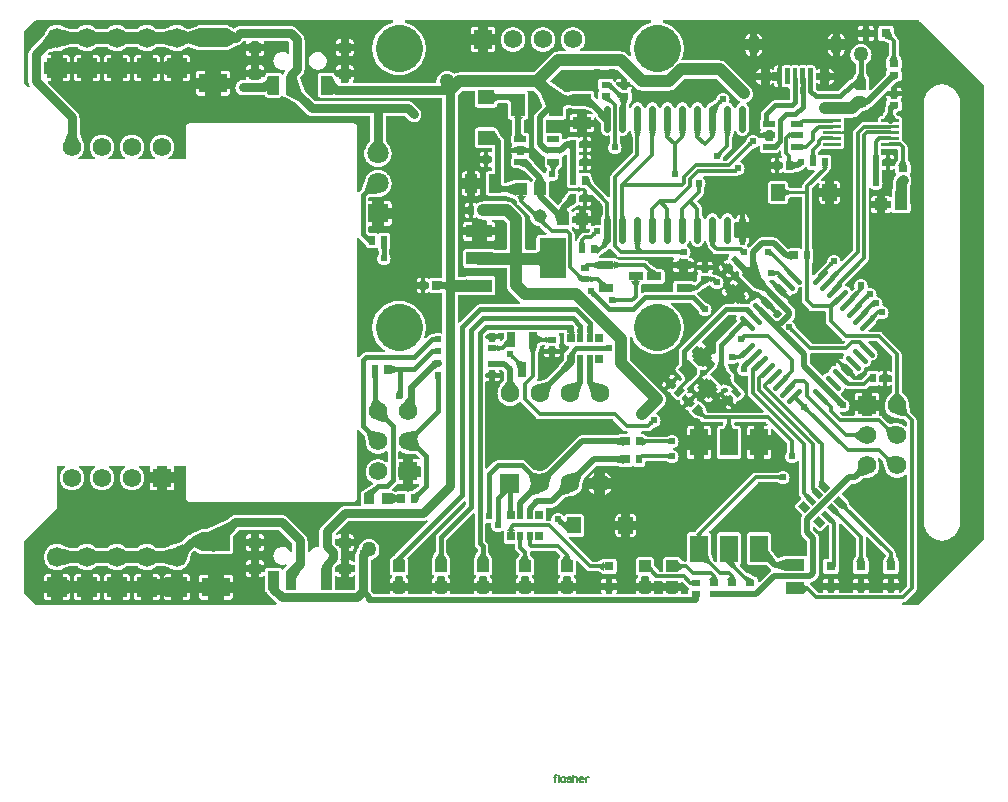
<source format=gtl>
G04 Layer: TopLayer*
G04 EasyEDA v6.4.25, 2021-12-03T12:43:26+01:00*
G04 4734013eef9542f2942493e3f9f6a545,9c416354eb984020824aaf9c885bead6,10*
G04 Gerber Generator version 0.2*
G04 Scale: 100 percent, Rotated: No, Reflected: No *
G04 Dimensions in inches *
G04 leading zeros omitted , absolute positions ,3 integer and 6 decimal *
%FSLAX36Y36*%
%MOIN*%

%ADD10C,0.0100*%
%ADD11C,0.0157*%
%ADD12C,0.0150*%
%ADD13C,0.0120*%
%ADD14C,0.0200*%
%ADD15C,0.0300*%
%ADD16C,0.0400*%
%ADD17C,0.0350*%
%ADD18C,0.0236*%
%ADD19C,0.0177*%
%ADD20C,0.0070*%
%ADD21C,0.0240*%
%ADD22C,0.0500*%
%ADD23C,0.0450*%
%ADD25R,0.0935X0.0633*%
%ADD26R,0.0256X0.0315*%
%ADD27R,0.0197X0.0315*%
%ADD28R,0.0315X0.0315*%
%ADD29R,0.0394X0.0217*%
%ADD30R,0.0422X0.0209*%
%ADD32R,0.0484X0.0535*%
%ADD34R,0.0394X0.0354*%
%ADD35R,0.0340X0.0318*%
%ADD36R,0.0866X0.1378*%
%ADD37R,0.0866X0.0433*%
%ADD38R,0.0315X0.0197*%
%ADD39R,0.0492X0.0276*%
%ADD41R,0.0430X0.0390*%
%ADD42R,0.0610X0.0394*%
%ADD44R,0.0551X0.0472*%
%ADD45R,0.0390X0.0430*%
%ADD46R,0.0394X0.0433*%
%ADD47R,0.0600X0.0900*%
%ADD49R,0.0472X0.0748*%
%ADD51R,0.0620X0.0620*%
%ADD52C,0.0620*%
%ADD54C,0.0669*%
%ADD56C,0.0630*%
%ADD57C,0.0709*%
%ADD58R,0.0709X0.0620*%
%ADD59C,0.0374*%
%ADD60C,0.0394*%
%ADD61C,0.1575*%

%LPD*%
G36*
X1760000Y681320D02*
G01*
X1758300Y681700D01*
X1756940Y682740D01*
X1756140Y684280D01*
X1755660Y686020D01*
X1754040Y689500D01*
X1751840Y692640D01*
X1749139Y695360D01*
X1746000Y697560D01*
X1742520Y699180D01*
X1738820Y700160D01*
X1735000Y700500D01*
X1731180Y700160D01*
X1727480Y699180D01*
X1724000Y697560D01*
X1720860Y695360D01*
X1718160Y692640D01*
X1715960Y689500D01*
X1713480Y684100D01*
X1712220Y683060D01*
X1710680Y682600D01*
X1709060Y682800D01*
X1707660Y683620D01*
X1706699Y684920D01*
X1706339Y686520D01*
X1706300Y689260D01*
X1706380Y690220D01*
X1706720Y691120D01*
X1712440Y702580D01*
X1713700Y704140D01*
X1714920Y706060D01*
X1715660Y708220D01*
X1715940Y710699D01*
X1715940Y729940D01*
X1715660Y732420D01*
X1714920Y734580D01*
X1713700Y736500D01*
X1713040Y737180D01*
X1712160Y738480D01*
X1711860Y740000D01*
X1712160Y741540D01*
X1713040Y742840D01*
X1713700Y743500D01*
X1714920Y745440D01*
X1715660Y747580D01*
X1715940Y750080D01*
X1715940Y751680D01*
X1716100Y752420D01*
X1715360Y752260D01*
X1700380Y752260D01*
X1700380Y744360D01*
X1700060Y742840D01*
X1699199Y741540D01*
X1697900Y740660D01*
X1696380Y740360D01*
X1687540Y740360D01*
X1686360Y740540D01*
X1685280Y741060D01*
X1681380Y743720D01*
X1680440Y744620D01*
X1679840Y745759D01*
X1679620Y747020D01*
X1679620Y752260D01*
X1672300Y752260D01*
X1670760Y752580D01*
X1669460Y753439D01*
X1665580Y757320D01*
X1665040Y758020D01*
X1663160Y760980D01*
X1662580Y762560D01*
X1662720Y764260D01*
X1663520Y765740D01*
X1664880Y766760D01*
X1666540Y767120D01*
X1679620Y767120D01*
X1679620Y779740D01*
X1674480Y779740D01*
X1671980Y779460D01*
X1669840Y778700D01*
X1667900Y777480D01*
X1666300Y775879D01*
X1665080Y773940D01*
X1664199Y771440D01*
X1663260Y769940D01*
X1661759Y769000D01*
X1660000Y768800D01*
X1658320Y769360D01*
X1657060Y770620D01*
X1653720Y775860D01*
X1652100Y777480D01*
X1650160Y778700D01*
X1648020Y779460D01*
X1645520Y779740D01*
X1614480Y779740D01*
X1611980Y779460D01*
X1609840Y778700D01*
X1607900Y777480D01*
X1606300Y775879D01*
X1605080Y773940D01*
X1604340Y771800D01*
X1604060Y769300D01*
X1604060Y750080D01*
X1604340Y747580D01*
X1605080Y745440D01*
X1606300Y743500D01*
X1606960Y742840D01*
X1607840Y741540D01*
X1608140Y740000D01*
X1607840Y738480D01*
X1606960Y737180D01*
X1606300Y736500D01*
X1605080Y734580D01*
X1604340Y732420D01*
X1604060Y729940D01*
X1604060Y714260D01*
X1603740Y712720D01*
X1602880Y711420D01*
X1601579Y710560D01*
X1600040Y710260D01*
X1598520Y710560D01*
X1597220Y711420D01*
X1591879Y716780D01*
X1591020Y718080D01*
X1590720Y719599D01*
X1590720Y728840D01*
X1590440Y731320D01*
X1589680Y733460D01*
X1588460Y735400D01*
X1586860Y737000D01*
X1584920Y738220D01*
X1582780Y738980D01*
X1580280Y739260D01*
X1519720Y739260D01*
X1517080Y738960D01*
X1502640Y734340D01*
X1501519Y734140D01*
X1500380Y734280D01*
X1491600Y736620D01*
X1490380Y737200D01*
X1446540Y767120D01*
X1445340Y768400D01*
X1444800Y770060D01*
X1445020Y771780D01*
X1445960Y773259D01*
X1481339Y808620D01*
X1482640Y809500D01*
X1484160Y809800D01*
X1665840Y809800D01*
X1667360Y809500D01*
X1668660Y808620D01*
X1699199Y778080D01*
X1700060Y776800D01*
X1700380Y775260D01*
X1700380Y767120D01*
X1708520Y767120D01*
X1710060Y766800D01*
X1711360Y765939D01*
X1718200Y759100D01*
X1719060Y757800D01*
X1719360Y756260D01*
X1719220Y755540D01*
X1719940Y755680D01*
X1721480Y755380D01*
X1722760Y754520D01*
X1729440Y747900D01*
X1732120Y745660D01*
X1732920Y745100D01*
X1735960Y743259D01*
X1736840Y742820D01*
X1741020Y741160D01*
X1744460Y740320D01*
X1745420Y740160D01*
X1748940Y739820D01*
X1841060Y739820D01*
X1844580Y740160D01*
X1845540Y740320D01*
X1848980Y741160D01*
X1853160Y742820D01*
X1854040Y743259D01*
X1857080Y745100D01*
X1857880Y745660D01*
X1860600Y747920D01*
X1891339Y778620D01*
X1892640Y779500D01*
X1894160Y779800D01*
X1995840Y779800D01*
X1997360Y779500D01*
X1998660Y778620D01*
X2068540Y708760D01*
X2072080Y705699D01*
X2074120Y704419D01*
X2075260Y703340D01*
X2075900Y701900D01*
X2075940Y700340D01*
X2075380Y698880D01*
X2074280Y697760D01*
X2070860Y695360D01*
X2068160Y692640D01*
X2065960Y689500D01*
X2064340Y686020D01*
X2063860Y684280D01*
X2063060Y682740D01*
X2061699Y681700D01*
X2060000Y681320D01*
X2058300Y681700D01*
X2056940Y682740D01*
X2056140Y684280D01*
X2055660Y686020D01*
X2054040Y689500D01*
X2051840Y692640D01*
X2049139Y695360D01*
X2046000Y697560D01*
X2043300Y698800D01*
X2042160Y699599D01*
X2041360Y700740D01*
X2041000Y702080D01*
X2041140Y703460D01*
X2041840Y706140D01*
X2042180Y710000D01*
X2041840Y713860D01*
X2040840Y717580D01*
X2039220Y721100D01*
X2037000Y724260D01*
X2034259Y727000D01*
X2031100Y729220D01*
X2027580Y730840D01*
X2023860Y731840D01*
X2020000Y732180D01*
X2016140Y731840D01*
X2012420Y730840D01*
X2008899Y729220D01*
X2005740Y727000D01*
X2003000Y724260D01*
X2000780Y721100D01*
X1999160Y717580D01*
X1998180Y713940D01*
X1996040Y709280D01*
X1995080Y707980D01*
X1994259Y707360D01*
X1982840Y700699D01*
X1981180Y700160D01*
X1977480Y699180D01*
X1974000Y697560D01*
X1970860Y695360D01*
X1968160Y692640D01*
X1965960Y689500D01*
X1964340Y686020D01*
X1963860Y684280D01*
X1963060Y682740D01*
X1961699Y681700D01*
X1960000Y681320D01*
X1958300Y681700D01*
X1956940Y682740D01*
X1956140Y684280D01*
X1955660Y686020D01*
X1954040Y689500D01*
X1951840Y692640D01*
X1949139Y695360D01*
X1946000Y697560D01*
X1942520Y699180D01*
X1938820Y700160D01*
X1935000Y700500D01*
X1931180Y700160D01*
X1927480Y699180D01*
X1924000Y697560D01*
X1920860Y695360D01*
X1918160Y692640D01*
X1915960Y689500D01*
X1914340Y686020D01*
X1913860Y684280D01*
X1913060Y682740D01*
X1911699Y681700D01*
X1910000Y681320D01*
X1908300Y681700D01*
X1906940Y682740D01*
X1906140Y684280D01*
X1905660Y686020D01*
X1904040Y689500D01*
X1901840Y692640D01*
X1899139Y695360D01*
X1896000Y697560D01*
X1892520Y699180D01*
X1888820Y700160D01*
X1885000Y700500D01*
X1881180Y700160D01*
X1877480Y699180D01*
X1874000Y697560D01*
X1870860Y695360D01*
X1868160Y692640D01*
X1865960Y689500D01*
X1864340Y686020D01*
X1863860Y684280D01*
X1863060Y682740D01*
X1861699Y681700D01*
X1860000Y681320D01*
X1858300Y681700D01*
X1856940Y682740D01*
X1856140Y684280D01*
X1855660Y686020D01*
X1854040Y689500D01*
X1851840Y692640D01*
X1849139Y695360D01*
X1846000Y697560D01*
X1842520Y699180D01*
X1838820Y700160D01*
X1835000Y700500D01*
X1831180Y700160D01*
X1827480Y699180D01*
X1824000Y697560D01*
X1820860Y695360D01*
X1818160Y692640D01*
X1815960Y689500D01*
X1814340Y686020D01*
X1813860Y684280D01*
X1813060Y682740D01*
X1811699Y681700D01*
X1810000Y681320D01*
X1808300Y681700D01*
X1806940Y682740D01*
X1806140Y684280D01*
X1805660Y686020D01*
X1804040Y689500D01*
X1801840Y692640D01*
X1799139Y695360D01*
X1796000Y697560D01*
X1792520Y699180D01*
X1788820Y700160D01*
X1785000Y700500D01*
X1781180Y700160D01*
X1777480Y699180D01*
X1774000Y697560D01*
X1770860Y695360D01*
X1768160Y692640D01*
X1765960Y689500D01*
X1764340Y686020D01*
X1763860Y684280D01*
X1763060Y682740D01*
X1761699Y681700D01*
G37*

%LPD*%
G36*
X1639800Y384460D02*
G01*
X1638260Y384780D01*
X1636980Y385640D01*
X1591660Y430940D01*
X1590860Y432080D01*
X1579920Y455600D01*
X1579580Y456840D01*
X1579440Y458020D01*
X1578680Y460160D01*
X1577480Y462100D01*
X1575860Y463700D01*
X1573940Y464920D01*
X1571780Y465660D01*
X1569300Y465940D01*
X1550060Y465940D01*
X1547580Y465660D01*
X1545820Y465060D01*
X1544319Y464840D01*
X1542840Y465180D01*
X1541600Y466060D01*
X1540780Y467340D01*
X1540500Y468820D01*
X1540500Y471180D01*
X1540780Y472660D01*
X1541600Y473940D01*
X1542840Y474820D01*
X1544319Y475180D01*
X1545820Y474960D01*
X1547580Y474340D01*
X1550060Y474060D01*
X1552260Y474060D01*
X1552260Y489620D01*
X1544500Y489620D01*
X1542960Y489940D01*
X1541680Y490800D01*
X1540800Y492100D01*
X1540500Y493620D01*
X1540500Y506380D01*
X1540800Y507900D01*
X1541680Y509200D01*
X1542960Y510080D01*
X1544500Y510379D01*
X1552260Y510379D01*
X1552260Y525960D01*
X1550060Y525960D01*
X1547580Y525680D01*
X1545820Y525060D01*
X1544319Y524840D01*
X1542840Y525180D01*
X1541600Y526060D01*
X1540780Y527340D01*
X1540500Y528840D01*
X1540500Y531180D01*
X1540780Y532660D01*
X1541600Y533940D01*
X1542840Y534820D01*
X1544319Y535180D01*
X1545820Y534960D01*
X1547580Y534340D01*
X1550060Y534060D01*
X1552260Y534060D01*
X1552260Y549620D01*
X1544500Y549620D01*
X1542960Y549940D01*
X1541680Y550800D01*
X1540800Y552100D01*
X1540500Y553620D01*
X1540500Y559820D01*
X1540360Y561600D01*
X1540360Y566380D01*
X1540660Y567900D01*
X1541540Y569200D01*
X1542820Y570080D01*
X1544360Y570380D01*
X1552260Y570380D01*
X1552260Y585960D01*
X1550060Y585960D01*
X1547580Y585680D01*
X1545420Y584920D01*
X1543500Y583700D01*
X1542840Y583040D01*
X1541540Y582160D01*
X1540000Y581860D01*
X1538480Y582160D01*
X1537180Y583040D01*
X1536500Y583700D01*
X1534580Y584920D01*
X1532420Y585680D01*
X1529940Y585960D01*
X1510700Y585960D01*
X1508220Y585680D01*
X1506060Y584920D01*
X1504139Y583700D01*
X1501579Y581000D01*
X1500420Y580360D01*
X1499100Y580120D01*
X1496500Y579880D01*
X1494780Y579500D01*
X1493140Y579000D01*
X1490640Y577880D01*
X1489079Y577540D01*
X1487540Y577820D01*
X1486200Y578680D01*
X1485320Y579980D01*
X1485000Y581540D01*
X1485000Y588000D01*
X1484720Y590480D01*
X1483980Y592640D01*
X1482760Y594560D01*
X1481160Y596180D01*
X1479220Y597380D01*
X1477080Y598140D01*
X1474580Y598420D01*
X1435660Y598420D01*
X1434640Y598300D01*
X1432980Y598480D01*
X1431540Y599300D01*
X1430540Y600640D01*
X1430200Y602280D01*
X1430200Y639460D01*
X1430480Y640939D01*
X1431300Y642220D01*
X1432540Y643100D01*
X1434019Y643460D01*
X1435520Y643240D01*
X1437100Y642680D01*
X1439600Y642400D01*
X1486380Y642400D01*
X1488880Y642680D01*
X1491020Y643439D01*
X1492960Y644640D01*
X1494560Y646260D01*
X1495780Y648180D01*
X1496540Y650340D01*
X1496819Y652820D01*
X1496819Y675600D01*
X1497080Y677039D01*
X1497860Y678280D01*
X1499019Y679180D01*
X1505340Y682320D01*
X1506819Y682740D01*
X1508360Y682560D01*
X1516279Y680000D01*
X1518640Y679520D01*
X1556620Y679479D01*
X1557880Y679280D01*
X1574840Y673700D01*
X1577440Y673139D01*
X1578520Y672740D01*
X1579440Y672060D01*
X1584259Y667240D01*
X1585140Y665879D01*
X1585420Y664260D01*
X1585020Y662680D01*
X1584019Y661380D01*
X1582600Y660600D01*
X1580980Y660440D01*
X1580280Y660520D01*
X1567760Y660520D01*
X1567760Y642980D01*
X1590720Y642980D01*
X1590720Y646640D01*
X1591060Y648259D01*
X1592040Y649599D01*
X1593460Y650440D01*
X1595120Y650620D01*
X1596699Y650120D01*
X1597940Y649000D01*
X1612220Y629560D01*
X1612800Y628440D01*
X1612980Y627200D01*
X1612980Y611740D01*
X1613340Y607760D01*
X1614340Y604060D01*
X1615960Y600580D01*
X1618160Y597440D01*
X1620860Y594720D01*
X1624000Y592520D01*
X1627480Y590900D01*
X1631180Y589920D01*
X1635000Y589580D01*
X1640260Y590000D01*
X1641639Y589580D01*
X1642780Y588700D01*
X1643540Y587460D01*
X1643800Y586040D01*
X1643800Y568800D01*
X1643560Y567460D01*
X1642000Y563080D01*
X1640780Y561100D01*
X1639160Y557580D01*
X1638160Y553860D01*
X1637820Y550000D01*
X1638160Y546140D01*
X1639160Y542420D01*
X1640780Y538900D01*
X1643000Y535740D01*
X1645740Y533000D01*
X1648899Y530780D01*
X1652420Y529160D01*
X1656140Y528160D01*
X1660000Y527820D01*
X1663860Y528160D01*
X1667580Y529160D01*
X1671100Y530780D01*
X1674259Y533000D01*
X1677000Y535740D01*
X1679220Y538900D01*
X1680840Y542420D01*
X1681840Y546140D01*
X1682180Y550000D01*
X1681840Y553860D01*
X1680840Y557580D01*
X1679220Y561100D01*
X1678000Y563080D01*
X1676440Y567460D01*
X1676200Y568800D01*
X1676200Y586040D01*
X1676459Y587460D01*
X1677220Y588700D01*
X1678360Y589580D01*
X1679740Y590000D01*
X1685000Y589580D01*
X1688820Y589920D01*
X1692520Y590900D01*
X1696000Y592520D01*
X1699139Y594720D01*
X1701840Y597440D01*
X1704040Y600580D01*
X1705460Y603600D01*
X1706380Y604840D01*
X1707700Y605660D01*
X1709220Y605900D01*
X1710740Y605540D01*
X1712000Y604640D01*
X1712820Y603340D01*
X1713080Y601800D01*
X1713060Y600680D01*
X1713560Y598220D01*
X1718600Y582560D01*
X1718800Y581340D01*
X1718800Y533360D01*
X1718500Y531840D01*
X1717620Y530540D01*
X1648680Y461599D01*
X1646540Y458980D01*
X1645060Y456200D01*
X1644139Y453160D01*
X1643800Y449799D01*
X1643800Y388459D01*
X1643500Y386940D01*
X1642620Y385640D01*
X1641339Y384780D01*
G37*

%LPC*%
G36*
X1567100Y474060D02*
G01*
X1569300Y474060D01*
X1571800Y474340D01*
X1573940Y475080D01*
X1575880Y476300D01*
X1577480Y477920D01*
X1578700Y479840D01*
X1579440Y482000D01*
X1579720Y484480D01*
X1579720Y489620D01*
X1567100Y489620D01*
G37*
G36*
X1567100Y510379D02*
G01*
X1579720Y510379D01*
X1579720Y515520D01*
X1579440Y518020D01*
X1578700Y520160D01*
X1577480Y522100D01*
X1575880Y523700D01*
X1573940Y524920D01*
X1571800Y525680D01*
X1569300Y525960D01*
X1567100Y525960D01*
G37*
G36*
X1567100Y534060D02*
G01*
X1569300Y534060D01*
X1571800Y534340D01*
X1573940Y535080D01*
X1575880Y536300D01*
X1577480Y537920D01*
X1578700Y539840D01*
X1579440Y542000D01*
X1579720Y544480D01*
X1579720Y549620D01*
X1567100Y549620D01*
G37*
G36*
X1567100Y570380D02*
G01*
X1579720Y570380D01*
X1579720Y575520D01*
X1579440Y578020D01*
X1578700Y580160D01*
X1577480Y582100D01*
X1575880Y583700D01*
X1573940Y584920D01*
X1571800Y585680D01*
X1569300Y585960D01*
X1567100Y585960D01*
G37*
G36*
X1519720Y600740D02*
G01*
X1532240Y600740D01*
X1532240Y618280D01*
X1509280Y618280D01*
X1509280Y611160D01*
X1509560Y608680D01*
X1510320Y606540D01*
X1511540Y604600D01*
X1513140Y603000D01*
X1515080Y601780D01*
X1517220Y601020D01*
G37*
G36*
X1567760Y600740D02*
G01*
X1580280Y600740D01*
X1582780Y601020D01*
X1584920Y601780D01*
X1586860Y603000D01*
X1588460Y604600D01*
X1589680Y606540D01*
X1590440Y608680D01*
X1590720Y611160D01*
X1590720Y618280D01*
X1567760Y618280D01*
G37*
G36*
X1509280Y642980D02*
G01*
X1532240Y642980D01*
X1532240Y660520D01*
X1519720Y660520D01*
X1517220Y660240D01*
X1515080Y659479D01*
X1513140Y658259D01*
X1511540Y656660D01*
X1510320Y654720D01*
X1509560Y652580D01*
X1509280Y650100D01*
G37*

%LPD*%
G36*
X1530520Y238500D02*
G01*
X1528880Y238700D01*
X1527480Y239540D01*
X1526540Y240880D01*
X1526200Y242480D01*
X1526200Y259800D01*
X1525860Y263160D01*
X1524940Y266200D01*
X1523460Y268980D01*
X1521320Y271600D01*
X1516360Y276560D01*
X1515560Y277660D01*
X1515200Y278980D01*
X1515300Y280340D01*
X1515840Y281600D01*
X1516660Y282820D01*
X1517780Y283940D01*
X1519259Y284540D01*
X1520840Y284520D01*
X1522300Y283900D01*
X1523380Y282740D01*
X1523860Y282000D01*
X1525460Y280400D01*
X1527400Y279180D01*
X1529540Y278420D01*
X1532040Y278140D01*
X1539160Y278140D01*
X1539160Y296680D01*
X1522380Y296680D01*
X1520860Y296980D01*
X1519560Y297840D01*
X1518700Y299140D01*
X1518400Y300680D01*
X1518400Y319320D01*
X1518700Y320860D01*
X1519560Y322160D01*
X1520860Y323020D01*
X1522380Y323320D01*
X1539160Y323320D01*
X1539160Y341860D01*
X1532040Y341860D01*
X1529540Y341580D01*
X1527400Y340820D01*
X1525460Y339600D01*
X1523860Y338000D01*
X1523460Y337380D01*
X1522340Y336200D01*
X1520840Y335580D01*
X1519199Y335600D01*
X1517720Y336280D01*
X1516639Y337480D01*
X1515400Y339580D01*
X1514880Y341060D01*
X1514980Y342620D01*
X1515660Y344040D01*
X1516819Y345060D01*
X1532780Y354380D01*
X1534580Y355080D01*
X1536500Y356300D01*
X1537180Y356960D01*
X1538480Y357840D01*
X1540000Y358140D01*
X1541540Y357840D01*
X1542840Y356960D01*
X1543500Y356300D01*
X1545440Y355080D01*
X1547580Y354340D01*
X1550080Y354060D01*
X1552260Y354060D01*
X1552260Y369620D01*
X1544360Y369620D01*
X1542820Y369940D01*
X1541519Y370820D01*
X1540660Y372120D01*
X1540360Y373660D01*
X1540360Y386360D01*
X1540660Y387879D01*
X1541519Y389200D01*
X1542820Y390060D01*
X1544360Y390379D01*
X1552260Y390379D01*
X1552260Y405940D01*
X1550080Y405940D01*
X1547580Y405660D01*
X1545440Y404920D01*
X1543500Y403700D01*
X1542840Y403040D01*
X1541540Y402160D01*
X1540000Y401860D01*
X1538480Y402160D01*
X1537180Y403040D01*
X1536500Y403700D01*
X1534580Y404920D01*
X1532420Y405660D01*
X1529940Y405940D01*
X1510700Y405940D01*
X1508220Y405660D01*
X1506060Y404920D01*
X1504139Y403700D01*
X1502480Y402060D01*
X1485140Y373560D01*
X1484540Y372800D01*
X1474319Y362600D01*
X1472580Y360560D01*
X1471300Y359560D01*
X1469700Y359180D01*
X1468100Y359440D01*
X1466720Y360340D01*
X1442440Y384620D01*
X1441740Y385580D01*
X1441339Y386700D01*
X1441380Y431620D01*
X1441140Y433579D01*
X1441180Y435180D01*
X1441840Y436640D01*
X1443020Y437720D01*
X1444520Y438260D01*
X1450000Y437819D01*
X1453860Y438160D01*
X1457580Y439159D01*
X1461100Y440780D01*
X1464259Y443000D01*
X1467000Y445740D01*
X1469220Y448900D01*
X1470840Y452420D01*
X1471840Y456140D01*
X1472180Y460000D01*
X1471840Y463860D01*
X1471440Y465379D01*
X1471300Y466420D01*
X1471300Y470420D01*
X1471720Y472200D01*
X1475700Y480180D01*
X1476639Y481400D01*
X1477960Y482160D01*
X1479220Y482600D01*
X1481160Y483820D01*
X1482760Y485420D01*
X1483980Y487360D01*
X1484720Y489500D01*
X1485000Y492000D01*
X1485000Y513200D01*
X1484400Y517480D01*
X1484740Y518940D01*
X1485620Y520180D01*
X1486860Y521000D01*
X1488540Y521700D01*
X1490100Y522500D01*
X1491519Y523420D01*
X1493560Y525100D01*
X1494860Y525820D01*
X1496360Y526000D01*
X1497800Y525620D01*
X1499019Y524740D01*
X1499820Y523480D01*
X1500100Y522000D01*
X1500100Y440180D01*
X1500260Y438080D01*
X1500260Y424480D01*
X1500540Y421980D01*
X1501300Y419840D01*
X1502520Y417900D01*
X1504120Y416300D01*
X1506060Y415080D01*
X1508200Y414340D01*
X1510700Y414060D01*
X1529920Y414060D01*
X1532420Y414340D01*
X1534560Y415080D01*
X1536500Y416300D01*
X1537160Y416960D01*
X1538460Y417840D01*
X1540000Y418140D01*
X1541519Y417840D01*
X1542820Y416960D01*
X1543500Y416300D01*
X1545420Y415080D01*
X1547580Y414340D01*
X1550060Y414060D01*
X1559120Y414060D01*
X1560460Y413820D01*
X1561660Y413140D01*
X1565660Y409820D01*
X1566740Y408440D01*
X1567120Y406740D01*
X1567120Y390379D01*
X1581060Y390379D01*
X1582340Y391160D01*
X1583839Y391400D01*
X1585320Y391079D01*
X1586560Y390220D01*
X1617620Y359159D01*
X1618500Y357860D01*
X1618800Y356340D01*
X1618800Y328660D01*
X1618600Y327420D01*
X1616260Y320160D01*
X1614340Y315940D01*
X1613340Y312240D01*
X1612980Y308240D01*
X1612980Y294600D01*
X1612720Y293180D01*
X1611960Y291920D01*
X1610800Y291040D01*
X1609400Y290620D01*
X1607940Y290740D01*
X1603860Y291840D01*
X1600000Y292180D01*
X1596140Y291840D01*
X1592420Y290840D01*
X1588899Y289220D01*
X1587680Y288340D01*
X1586080Y287680D01*
X1584340Y287760D01*
X1582800Y288560D01*
X1581759Y289940D01*
X1581380Y291620D01*
X1581380Y296680D01*
X1563839Y296680D01*
X1563839Y278140D01*
X1570960Y278140D01*
X1573620Y278440D01*
X1575300Y278280D01*
X1576759Y277440D01*
X1577740Y276060D01*
X1578080Y274400D01*
X1577680Y272760D01*
X1576040Y269280D01*
X1575260Y268160D01*
X1574460Y267380D01*
X1573160Y266500D01*
X1571639Y266200D01*
X1560200Y266200D01*
X1556840Y265860D01*
X1553800Y264940D01*
X1551020Y263460D01*
X1548400Y261320D01*
X1539000Y251900D01*
X1536860Y249300D01*
X1535360Y246500D01*
X1534440Y243460D01*
X1534079Y241480D01*
X1533340Y240000D01*
X1532080Y238960D01*
G37*

%LPC*%
G36*
X1563839Y323320D02*
G01*
X1581380Y323320D01*
X1581380Y331420D01*
X1581100Y333920D01*
X1580340Y336060D01*
X1579139Y338000D01*
X1577520Y339600D01*
X1575600Y340820D01*
X1573440Y341580D01*
X1570960Y341860D01*
X1563839Y341860D01*
G37*
G36*
X1567120Y354060D02*
G01*
X1569300Y354060D01*
X1571800Y354340D01*
X1573940Y355080D01*
X1575880Y356300D01*
X1577480Y357900D01*
X1578700Y359840D01*
X1579460Y361980D01*
X1579740Y364480D01*
X1579740Y369620D01*
X1567120Y369620D01*
G37*

%LPD*%
G36*
X2279800Y212060D02*
G01*
X2278260Y212380D01*
X2276980Y213240D01*
X2276500Y213700D01*
X2274580Y214920D01*
X2272420Y215660D01*
X2269940Y215940D01*
X2250700Y215940D01*
X2248080Y215660D01*
X2238480Y212979D01*
X2237080Y212840D01*
X2235720Y213200D01*
X2234560Y214000D01*
X2204340Y244220D01*
X2202980Y245479D01*
X2201580Y246540D01*
X2200100Y247500D01*
X2198540Y248299D01*
X2196900Y248980D01*
X2195220Y249500D01*
X2193500Y249880D01*
X2191760Y250120D01*
X2189920Y250200D01*
X2150080Y250200D01*
X2148240Y250120D01*
X2146500Y249880D01*
X2144780Y249500D01*
X2143100Y248980D01*
X2141460Y248299D01*
X2139900Y247500D01*
X2138420Y246540D01*
X2137020Y245479D01*
X2135660Y244220D01*
X2109080Y217659D01*
X2107960Y216860D01*
X2106620Y216500D01*
X2105240Y216600D01*
X2103980Y217180D01*
X2100660Y219480D01*
X2099480Y220760D01*
X2098940Y222399D01*
X2099160Y224140D01*
X2100100Y225600D01*
X2101840Y227360D01*
X2104040Y230500D01*
X2105660Y233980D01*
X2106660Y237680D01*
X2107020Y241680D01*
X2107020Y249820D01*
X2093400Y249820D01*
X2093400Y227760D01*
X2093080Y226160D01*
X2092120Y224820D01*
X2090720Y223980D01*
X2089100Y223780D01*
X2087520Y224240D01*
X2086200Y224940D01*
X2083160Y225859D01*
X2080200Y226160D01*
X2078800Y226560D01*
X2077640Y227460D01*
X2076860Y228700D01*
X2076600Y230140D01*
X2076600Y249820D01*
X2061020Y249820D01*
X2059480Y250120D01*
X2058180Y251000D01*
X2057320Y252300D01*
X2057020Y253820D01*
X2057020Y296100D01*
X2057320Y297620D01*
X2058180Y298920D01*
X2059480Y299800D01*
X2061020Y300100D01*
X2076600Y300100D01*
X2076600Y328680D01*
X2074000Y327480D01*
X2070860Y325280D01*
X2068160Y322560D01*
X2065960Y319420D01*
X2064340Y315940D01*
X2063860Y314200D01*
X2063060Y312660D01*
X2061699Y311620D01*
X2060000Y311240D01*
X2058300Y311620D01*
X2056940Y312660D01*
X2056140Y314200D01*
X2055660Y315940D01*
X2054040Y319420D01*
X2051840Y322560D01*
X2049139Y325280D01*
X2046000Y327480D01*
X2042520Y329099D01*
X2038820Y330080D01*
X2035000Y330420D01*
X2031180Y330080D01*
X2027480Y329099D01*
X2024000Y327480D01*
X2020860Y325280D01*
X2018160Y322560D01*
X2015960Y319420D01*
X2014340Y315940D01*
X2013860Y314200D01*
X2013060Y312660D01*
X2011699Y311620D01*
X2010000Y311240D01*
X2008300Y311620D01*
X2006940Y312660D01*
X2006140Y314200D01*
X2005660Y315940D01*
X2004040Y319420D01*
X2001840Y322560D01*
X1999139Y325280D01*
X1996000Y327480D01*
X1992520Y329099D01*
X1988820Y330080D01*
X1985000Y330420D01*
X1981180Y330080D01*
X1977480Y329099D01*
X1974000Y327480D01*
X1970860Y325280D01*
X1968160Y322560D01*
X1965960Y319420D01*
X1964340Y315940D01*
X1963860Y314200D01*
X1963060Y312660D01*
X1961699Y311620D01*
X1960000Y311240D01*
X1958300Y311620D01*
X1956940Y312660D01*
X1956140Y314200D01*
X1955660Y315940D01*
X1954040Y319420D01*
X1951920Y322460D01*
X1951380Y323560D01*
X1951200Y324760D01*
X1951200Y344799D01*
X1950860Y348160D01*
X1949940Y351200D01*
X1948460Y353980D01*
X1946320Y356599D01*
X1935740Y367180D01*
X1934880Y368459D01*
X1934560Y370000D01*
X1934880Y371540D01*
X1935740Y372819D01*
X1951320Y388400D01*
X1953460Y391019D01*
X1954940Y393800D01*
X1955860Y396840D01*
X1956200Y400200D01*
X1956200Y411200D01*
X1956440Y412540D01*
X1958000Y416920D01*
X1959220Y418900D01*
X1960840Y422420D01*
X1961840Y426140D01*
X1962180Y430000D01*
X1961840Y433860D01*
X1960840Y437580D01*
X1959220Y441100D01*
X1957000Y444260D01*
X1954280Y446980D01*
X1953420Y448260D01*
X1953120Y449799D01*
X1953420Y451340D01*
X1954280Y452620D01*
X1955580Y453500D01*
X1957120Y453800D01*
X2059800Y453800D01*
X2063160Y454140D01*
X2066200Y455060D01*
X2069620Y456840D01*
X2072800Y457939D01*
X2077580Y459159D01*
X2081100Y460780D01*
X2084259Y463000D01*
X2087000Y465740D01*
X2089220Y468900D01*
X2090840Y472420D01*
X2091840Y476140D01*
X2092180Y480000D01*
X2091840Y483860D01*
X2090840Y487580D01*
X2089220Y491100D01*
X2087000Y494260D01*
X2084259Y497000D01*
X2081100Y499219D01*
X2080160Y499660D01*
X2078920Y500540D01*
X2078100Y501840D01*
X2077840Y503340D01*
X2078160Y504840D01*
X2079019Y506100D01*
X2118160Y545260D01*
X2119280Y546040D01*
X2123940Y548180D01*
X2127580Y549160D01*
X2131100Y550780D01*
X2134260Y553000D01*
X2136640Y555380D01*
X2137940Y556240D01*
X2139460Y556560D01*
X2141000Y556240D01*
X2142280Y555380D01*
X2143160Y554080D01*
X2143460Y552560D01*
X2143460Y542360D01*
X2143740Y539860D01*
X2144500Y537720D01*
X2145700Y535780D01*
X2147320Y534180D01*
X2149240Y532960D01*
X2151400Y532200D01*
X2153880Y531920D01*
X2195640Y531920D01*
X2198140Y532200D01*
X2200280Y532960D01*
X2202240Y534180D01*
X2203780Y535700D01*
X2206740Y539200D01*
X2208020Y540200D01*
X2209580Y540620D01*
X2211180Y540380D01*
X2212540Y539540D01*
X2213480Y538220D01*
X2213800Y536620D01*
X2213800Y530200D01*
X2214140Y526840D01*
X2215060Y523800D01*
X2216260Y521540D01*
X2216720Y519880D01*
X2216460Y518180D01*
X2215480Y516740D01*
X2214000Y515860D01*
X2212280Y515680D01*
X2209940Y515940D01*
X2207740Y515940D01*
X2207740Y500379D01*
X2215640Y500379D01*
X2217180Y500060D01*
X2218460Y499200D01*
X2219340Y497900D01*
X2219640Y496380D01*
X2219620Y491380D01*
X2219500Y490000D01*
X2219640Y488280D01*
X2219640Y483620D01*
X2219340Y482100D01*
X2218460Y480800D01*
X2217180Y479920D01*
X2215640Y479620D01*
X2207740Y479620D01*
X2207740Y464040D01*
X2209940Y464040D01*
X2212420Y464320D01*
X2214580Y465080D01*
X2216500Y466300D01*
X2217160Y466960D01*
X2218460Y467840D01*
X2220000Y468140D01*
X2221520Y467840D01*
X2222820Y466960D01*
X2223500Y466300D01*
X2225420Y465080D01*
X2227580Y464320D01*
X2230060Y464040D01*
X2249300Y464040D01*
X2251780Y464320D01*
X2253940Y465080D01*
X2255860Y466300D01*
X2257400Y467520D01*
X2261100Y469380D01*
X2262880Y469799D01*
X2269920Y469799D01*
X2271760Y469880D01*
X2273500Y470120D01*
X2275220Y470500D01*
X2276900Y471019D01*
X2278540Y471700D01*
X2280100Y472500D01*
X2281580Y473459D01*
X2282980Y474520D01*
X2287340Y478780D01*
X2288480Y479560D01*
X2291080Y480780D01*
X2294660Y483340D01*
X2296000Y483960D01*
X2297480Y484040D01*
X2298880Y483600D01*
X2300020Y482680D01*
X2300760Y481400D01*
X2301300Y479840D01*
X2302520Y477920D01*
X2304140Y476300D01*
X2306060Y475080D01*
X2308220Y474340D01*
X2310700Y474060D01*
X2321480Y474060D01*
X2323020Y473760D01*
X2324320Y472879D01*
X2325180Y471580D01*
X2325480Y470060D01*
X2325180Y468519D01*
X2324320Y467220D01*
X2288680Y431599D01*
X2286540Y428980D01*
X2285060Y426200D01*
X2284140Y423160D01*
X2283800Y419200D01*
X2283500Y417660D01*
X2282620Y416380D01*
X2281340Y415500D01*
X2279800Y415200D01*
X2246540Y415200D01*
X2244760Y415620D01*
X2240600Y417700D01*
X2239420Y418579D01*
X2238660Y419840D01*
X2238380Y421280D01*
X2238380Y426540D01*
X2238100Y429040D01*
X2237360Y431180D01*
X2236140Y433120D01*
X2234540Y434720D01*
X2232600Y435940D01*
X2230460Y436700D01*
X2227960Y436980D01*
X2179980Y436980D01*
X2177500Y436700D01*
X2175340Y435940D01*
X2173420Y434720D01*
X2171800Y433120D01*
X2170600Y431180D01*
X2169840Y429040D01*
X2169560Y426540D01*
X2169560Y373459D01*
X2169840Y370959D01*
X2170600Y368820D01*
X2171800Y366880D01*
X2173420Y365280D01*
X2175340Y364060D01*
X2177500Y363300D01*
X2179980Y363020D01*
X2227960Y363020D01*
X2230460Y363300D01*
X2232600Y364060D01*
X2234540Y365280D01*
X2236140Y366880D01*
X2237360Y368820D01*
X2238100Y370959D01*
X2238380Y373459D01*
X2238380Y378720D01*
X2238660Y380160D01*
X2239420Y381420D01*
X2240600Y382299D01*
X2244760Y384380D01*
X2246540Y384799D01*
X2279800Y384799D01*
X2281340Y384500D01*
X2282620Y383620D01*
X2283500Y382340D01*
X2283800Y380800D01*
X2283800Y216060D01*
X2283500Y214540D01*
X2282620Y213240D01*
X2281340Y212380D01*
G37*

%LPC*%
G36*
X2093400Y300100D02*
G01*
X2107020Y300100D01*
X2107020Y308260D01*
X2106660Y312240D01*
X2105660Y315940D01*
X2104040Y319420D01*
X2101840Y322560D01*
X2099140Y325280D01*
X2096000Y327480D01*
X2093400Y328680D01*
G37*
G36*
X2190700Y464040D02*
G01*
X2192900Y464040D01*
X2192900Y479620D01*
X2180280Y479620D01*
X2180280Y474480D01*
X2180560Y471980D01*
X2181300Y469840D01*
X2182520Y467900D01*
X2184120Y466300D01*
X2186060Y465080D01*
X2188200Y464320D01*
G37*
G36*
X2180280Y500379D02*
G01*
X2192900Y500379D01*
X2192900Y515940D01*
X2190700Y515940D01*
X2188200Y515660D01*
X2186060Y514920D01*
X2184120Y513700D01*
X2182520Y512080D01*
X2181300Y510160D01*
X2180560Y508000D01*
X2180280Y505520D01*
G37*

%LPD*%
G36*
X1139200Y-33580D02*
G01*
X1137660Y-33280D01*
X1136380Y-32420D01*
X1135500Y-31120D01*
X1135200Y-29580D01*
X1135200Y55300D01*
X1135500Y56840D01*
X1136380Y58120D01*
X1137660Y59000D01*
X1139200Y59300D01*
X1158060Y59300D01*
X1159160Y59140D01*
X1160280Y58620D01*
X1162420Y57880D01*
X1164920Y57600D01*
X1251080Y57600D01*
X1253580Y57880D01*
X1255720Y58620D01*
X1257660Y59840D01*
X1259260Y61460D01*
X1260480Y63380D01*
X1261220Y65540D01*
X1261500Y68020D01*
X1261500Y110879D01*
X1261220Y113360D01*
X1260480Y115520D01*
X1259260Y117440D01*
X1257660Y119060D01*
X1255720Y120260D01*
X1253580Y121020D01*
X1251080Y121300D01*
X1164920Y121300D01*
X1162420Y121020D01*
X1159280Y119840D01*
X1158220Y119700D01*
X1139200Y119700D01*
X1137660Y120000D01*
X1136380Y120879D01*
X1135500Y122160D01*
X1135200Y123699D01*
X1135200Y720840D01*
X1135500Y722360D01*
X1136380Y723660D01*
X1151340Y738620D01*
X1152640Y739500D01*
X1154160Y739800D01*
X1188240Y739800D01*
X1189780Y739500D01*
X1191060Y738620D01*
X1191940Y737340D01*
X1192240Y735800D01*
X1192240Y693540D01*
X1192520Y691040D01*
X1193280Y688900D01*
X1194480Y686960D01*
X1196100Y685360D01*
X1198020Y684140D01*
X1200180Y683379D01*
X1202660Y683100D01*
X1257340Y683100D01*
X1259820Y683379D01*
X1261980Y684140D01*
X1263900Y685360D01*
X1265520Y686960D01*
X1266720Y688900D01*
X1267480Y691040D01*
X1267720Y693139D01*
X1268140Y694539D01*
X1269020Y695680D01*
X1270260Y696440D01*
X1271700Y696700D01*
X1299180Y696700D01*
X1300720Y696400D01*
X1302020Y695520D01*
X1302880Y694240D01*
X1303180Y692700D01*
X1303180Y652820D01*
X1303460Y650340D01*
X1304220Y648180D01*
X1305420Y646260D01*
X1307040Y644640D01*
X1308959Y643439D01*
X1311120Y642680D01*
X1313240Y642440D01*
X1314640Y642020D01*
X1315780Y641120D01*
X1316540Y639900D01*
X1316800Y638460D01*
X1316800Y596060D01*
X1316620Y594880D01*
X1315280Y590560D01*
X1315000Y588000D01*
X1315000Y566800D01*
X1315280Y564300D01*
X1316020Y562160D01*
X1316860Y560820D01*
X1317400Y559440D01*
X1317400Y557960D01*
X1316860Y556560D01*
X1316020Y555240D01*
X1315280Y553080D01*
X1315000Y550600D01*
X1315000Y547920D01*
X1332540Y547920D01*
X1332540Y552360D01*
X1332840Y553900D01*
X1333700Y555200D01*
X1335000Y556060D01*
X1336540Y556360D01*
X1353220Y556360D01*
X1354760Y556060D01*
X1356040Y555200D01*
X1356920Y553900D01*
X1357220Y552360D01*
X1357220Y547920D01*
X1374760Y547920D01*
X1374760Y550600D01*
X1374480Y553080D01*
X1373740Y555240D01*
X1372900Y556560D01*
X1372360Y557960D01*
X1372360Y559440D01*
X1372900Y560820D01*
X1373740Y562160D01*
X1374480Y564300D01*
X1374760Y566800D01*
X1374760Y588000D01*
X1374480Y590480D01*
X1373740Y592640D01*
X1372520Y594560D01*
X1370900Y596180D01*
X1368980Y597380D01*
X1366819Y598140D01*
X1364340Y598420D01*
X1361200Y598420D01*
X1359660Y598720D01*
X1358380Y599600D01*
X1357500Y600900D01*
X1357200Y602420D01*
X1357200Y638460D01*
X1357460Y639880D01*
X1358220Y641120D01*
X1359360Y642020D01*
X1360760Y642440D01*
X1362900Y642680D01*
X1365040Y643439D01*
X1366980Y644640D01*
X1368580Y646260D01*
X1369800Y648180D01*
X1370540Y650340D01*
X1370820Y652820D01*
X1370820Y727180D01*
X1370540Y729659D01*
X1369800Y731820D01*
X1368620Y733680D01*
X1368060Y735260D01*
X1368180Y736960D01*
X1369000Y738439D01*
X1370360Y739440D01*
X1372020Y739800D01*
X1385840Y739800D01*
X1387360Y739500D01*
X1388660Y738620D01*
X1403400Y723880D01*
X1404259Y722600D01*
X1417920Y690000D01*
X1418220Y688460D01*
X1417920Y686919D01*
X1417060Y685620D01*
X1395780Y664340D01*
X1394520Y662980D01*
X1393460Y661580D01*
X1392500Y660100D01*
X1391699Y658540D01*
X1391020Y656900D01*
X1390500Y655220D01*
X1390120Y653500D01*
X1389880Y651760D01*
X1389800Y649920D01*
X1389800Y560080D01*
X1389880Y558240D01*
X1390120Y556500D01*
X1390500Y554780D01*
X1391020Y553100D01*
X1391699Y551460D01*
X1392500Y549900D01*
X1393460Y548420D01*
X1394520Y547020D01*
X1395780Y545660D01*
X1415660Y525780D01*
X1417020Y524520D01*
X1418420Y523459D01*
X1419900Y522500D01*
X1421459Y521700D01*
X1423340Y520940D01*
X1424600Y520100D01*
X1425460Y518880D01*
X1425820Y517400D01*
X1425520Y515700D01*
X1425240Y513200D01*
X1425240Y492000D01*
X1425520Y489500D01*
X1426279Y487360D01*
X1427480Y485420D01*
X1429100Y483820D01*
X1431020Y482600D01*
X1432220Y482180D01*
X1433540Y481420D01*
X1434680Y479799D01*
X1435100Y478200D01*
X1434840Y476560D01*
X1433920Y475180D01*
X1433000Y474260D01*
X1430800Y471100D01*
X1428980Y467200D01*
X1428100Y465959D01*
X1426800Y465140D01*
X1425300Y464860D01*
X1423800Y465180D01*
X1422520Y466040D01*
X1391200Y497400D01*
X1373300Y518880D01*
X1372520Y520360D01*
X1372420Y522000D01*
X1372980Y523560D01*
X1373740Y524760D01*
X1374480Y526900D01*
X1374760Y529400D01*
X1374760Y532080D01*
X1357220Y532080D01*
X1357220Y527620D01*
X1356920Y526100D01*
X1356040Y524800D01*
X1354760Y523940D01*
X1353220Y523620D01*
X1336540Y523620D01*
X1335000Y523940D01*
X1333700Y524800D01*
X1332840Y526100D01*
X1332540Y527620D01*
X1332540Y532080D01*
X1315000Y532080D01*
X1315000Y529400D01*
X1315280Y526900D01*
X1316020Y524760D01*
X1316860Y523420D01*
X1317400Y522040D01*
X1317400Y520560D01*
X1316860Y519159D01*
X1316020Y517840D01*
X1315280Y515700D01*
X1315000Y513200D01*
X1315000Y492000D01*
X1315280Y489500D01*
X1316020Y487360D01*
X1317240Y485420D01*
X1318860Y483820D01*
X1320780Y482600D01*
X1322920Y481860D01*
X1325420Y481580D01*
X1335900Y481580D01*
X1337680Y481160D01*
X1361900Y469240D01*
X1362960Y468480D01*
X1385060Y446360D01*
X1386000Y444900D01*
X1386220Y443200D01*
X1385700Y441540D01*
X1383380Y437520D01*
X1382300Y436300D01*
X1380800Y435620D01*
X1379180Y435580D01*
X1377660Y436200D01*
X1376519Y437380D01*
X1376140Y438000D01*
X1374540Y439600D01*
X1372600Y440820D01*
X1370460Y441580D01*
X1367960Y441860D01*
X1329040Y441860D01*
X1326480Y441560D01*
X1324980Y441100D01*
X1297600Y430480D01*
X1296160Y430200D01*
X1293260Y430200D01*
X1291720Y430500D01*
X1290420Y431380D01*
X1289560Y432660D01*
X1289259Y434200D01*
X1289379Y436079D01*
X1289820Y438540D01*
X1289900Y440379D01*
X1289900Y509960D01*
X1290200Y569800D01*
X1290120Y571780D01*
X1289900Y573400D01*
X1289500Y575240D01*
X1289019Y576800D01*
X1288300Y578540D01*
X1287540Y580000D01*
X1286540Y581600D01*
X1285540Y582900D01*
X1284220Y584340D01*
X1278640Y589940D01*
X1277960Y590840D01*
X1266580Y611480D01*
X1265560Y613000D01*
X1263900Y614640D01*
X1261980Y615860D01*
X1259820Y616620D01*
X1257340Y616900D01*
X1202660Y616900D01*
X1200180Y616620D01*
X1198020Y615860D01*
X1196100Y614640D01*
X1194480Y613040D01*
X1193280Y611100D01*
X1192520Y608960D01*
X1192240Y606460D01*
X1192240Y559680D01*
X1192520Y557180D01*
X1193280Y555040D01*
X1194480Y553100D01*
X1196100Y551500D01*
X1198020Y550280D01*
X1200180Y549520D01*
X1202660Y549240D01*
X1245680Y549240D01*
X1247220Y548940D01*
X1248520Y548080D01*
X1249380Y546760D01*
X1249680Y545220D01*
X1249640Y538760D01*
X1249360Y537280D01*
X1248520Y536000D01*
X1247300Y535120D01*
X1245820Y534780D01*
X1244320Y535000D01*
X1242420Y535660D01*
X1239940Y535940D01*
X1237740Y535940D01*
X1237740Y520379D01*
X1245540Y520379D01*
X1247060Y520060D01*
X1248360Y519200D01*
X1249240Y517879D01*
X1249540Y516360D01*
X1249500Y503620D01*
X1249200Y502100D01*
X1248320Y500800D01*
X1247040Y499920D01*
X1245500Y499620D01*
X1237740Y499620D01*
X1237740Y484040D01*
X1239940Y484040D01*
X1242420Y484320D01*
X1244180Y484940D01*
X1245680Y485160D01*
X1247160Y484820D01*
X1248400Y483940D01*
X1249220Y482660D01*
X1249500Y481160D01*
X1249500Y474720D01*
X1249200Y473180D01*
X1248320Y471880D01*
X1247040Y471019D01*
X1245500Y470720D01*
X1239900Y470720D01*
X1237420Y470439D01*
X1235280Y469680D01*
X1233340Y468459D01*
X1231740Y466860D01*
X1230520Y464920D01*
X1229760Y462780D01*
X1229480Y460280D01*
X1229480Y399720D01*
X1229760Y397220D01*
X1230520Y395080D01*
X1231740Y393140D01*
X1233340Y391540D01*
X1235280Y390319D01*
X1237420Y389560D01*
X1239900Y389280D01*
X1278840Y389280D01*
X1282660Y389799D01*
X1296160Y389799D01*
X1297600Y389520D01*
X1324920Y378920D01*
X1325620Y378740D01*
X1327080Y378000D01*
X1328140Y376760D01*
X1332460Y368660D01*
X1332760Y367939D01*
X1333560Y365300D01*
X1335040Y362520D01*
X1337180Y359900D01*
X1376220Y320860D01*
X1377100Y319560D01*
X1378100Y312900D01*
X1379460Y308320D01*
X1381500Y304000D01*
X1384120Y300020D01*
X1387320Y296460D01*
X1390980Y293420D01*
X1395060Y290920D01*
X1399440Y289060D01*
X1404060Y287860D01*
X1408480Y287360D01*
X1409780Y287000D01*
X1410860Y286220D01*
X1431160Y265920D01*
X1432040Y264620D01*
X1432340Y263100D01*
X1432040Y261560D01*
X1431160Y260260D01*
X1429860Y259400D01*
X1428340Y259100D01*
X1408920Y259100D01*
X1406420Y258820D01*
X1404280Y258060D01*
X1402340Y256860D01*
X1400740Y255240D01*
X1399520Y253320D01*
X1398779Y251160D01*
X1398500Y248680D01*
X1398500Y213700D01*
X1398180Y212160D01*
X1397320Y210880D01*
X1396020Y210000D01*
X1394500Y209700D01*
X1364199Y209700D01*
X1362660Y210000D01*
X1361380Y210880D01*
X1360500Y212160D01*
X1360200Y213700D01*
X1360200Y309920D01*
X1360120Y312220D01*
X1359660Y315620D01*
X1358839Y318940D01*
X1358120Y321000D01*
X1356699Y324099D01*
X1354920Y327040D01*
X1353640Y328800D01*
X1351279Y331440D01*
X1320600Y362080D01*
X1317880Y364340D01*
X1317080Y364900D01*
X1314040Y366740D01*
X1313160Y367180D01*
X1308980Y368840D01*
X1305540Y369680D01*
X1304580Y369840D01*
X1301060Y370180D01*
X1219840Y370200D01*
X1215200Y369860D01*
X1210800Y368840D01*
X1206600Y367200D01*
X1202680Y364940D01*
X1201300Y363840D01*
X1199840Y363100D01*
X1198220Y363020D01*
X1196680Y363579D01*
X1194580Y364920D01*
X1192420Y365660D01*
X1189940Y365940D01*
X1187740Y365940D01*
X1187740Y350040D01*
X1189140Y349040D01*
X1190000Y347520D01*
X1190120Y345780D01*
X1189580Y342260D01*
X1189580Y337740D01*
X1190120Y334219D01*
X1190000Y332480D01*
X1189140Y330959D01*
X1187740Y329940D01*
X1187740Y314040D01*
X1189940Y314040D01*
X1192420Y314320D01*
X1194580Y315080D01*
X1196680Y316420D01*
X1198220Y316980D01*
X1199860Y316880D01*
X1201300Y316160D01*
X1202680Y315060D01*
X1206600Y312800D01*
X1210800Y311160D01*
X1215200Y310140D01*
X1219840Y309800D01*
X1228160Y309800D01*
X1229680Y309500D01*
X1230980Y308620D01*
X1231840Y307340D01*
X1232160Y305800D01*
X1232160Y283880D01*
X1261500Y283880D01*
X1261500Y291980D01*
X1261220Y294460D01*
X1260480Y296620D01*
X1259260Y298540D01*
X1257660Y300160D01*
X1255720Y301380D01*
X1253860Y302020D01*
X1252480Y302840D01*
X1251540Y304120D01*
X1251180Y305680D01*
X1251440Y307240D01*
X1252300Y308580D01*
X1253620Y309480D01*
X1255180Y309800D01*
X1285840Y309800D01*
X1287360Y309500D01*
X1288660Y308620D01*
X1298620Y298660D01*
X1299500Y297360D01*
X1299800Y295840D01*
X1299800Y213700D01*
X1299500Y212160D01*
X1298620Y210880D01*
X1297340Y210000D01*
X1295800Y209700D01*
X1258660Y209700D01*
X1257560Y209860D01*
X1255720Y210820D01*
X1253580Y211580D01*
X1251080Y211860D01*
X1164920Y211860D01*
X1162420Y211580D01*
X1160280Y210820D01*
X1158340Y209600D01*
X1156740Y208000D01*
X1155520Y206060D01*
X1154780Y203920D01*
X1154500Y201420D01*
X1154500Y158580D01*
X1154780Y156080D01*
X1155520Y153940D01*
X1156740Y152000D01*
X1158340Y150400D01*
X1160280Y149180D01*
X1162420Y148420D01*
X1164920Y148140D01*
X1247420Y148140D01*
X1250500Y147820D01*
X1252840Y148100D01*
X1255600Y149040D01*
X1257040Y149300D01*
X1295800Y149300D01*
X1297340Y149000D01*
X1298620Y148120D01*
X1299500Y146840D01*
X1299800Y145300D01*
X1299820Y88940D01*
X1300160Y85420D01*
X1300320Y84460D01*
X1301160Y81020D01*
X1302820Y76840D01*
X1303260Y75960D01*
X1305100Y72920D01*
X1305660Y72120D01*
X1307920Y69400D01*
X1339400Y37920D01*
X1342580Y35340D01*
X1343720Y34100D01*
X1344240Y32519D01*
X1344079Y30860D01*
X1343260Y29400D01*
X1341900Y28420D01*
X1340260Y28080D01*
X1209300Y28060D01*
X1205860Y27580D01*
X1202700Y26520D01*
X1199800Y24900D01*
X1197080Y22639D01*
X1142020Y-32420D01*
X1140740Y-33280D01*
G37*

%LPC*%
G36*
X1164920Y238700D02*
G01*
X1183840Y238700D01*
X1183840Y257220D01*
X1154500Y257220D01*
X1154500Y249120D01*
X1154780Y246640D01*
X1155520Y244480D01*
X1156740Y242560D01*
X1158340Y240940D01*
X1160280Y239740D01*
X1162420Y238980D01*
G37*
G36*
X1232160Y238700D02*
G01*
X1251080Y238700D01*
X1253580Y238980D01*
X1255720Y239740D01*
X1257660Y240940D01*
X1259260Y242560D01*
X1260480Y244480D01*
X1261220Y246640D01*
X1261500Y249120D01*
X1261500Y257220D01*
X1232160Y257220D01*
G37*
G36*
X1154500Y283880D02*
G01*
X1183840Y283880D01*
X1183840Y302400D01*
X1164920Y302400D01*
X1162420Y302120D01*
X1160280Y301380D01*
X1158340Y300160D01*
X1156740Y298540D01*
X1155520Y296620D01*
X1154780Y294460D01*
X1154500Y291980D01*
G37*
G36*
X1170700Y314040D02*
G01*
X1172900Y314040D01*
X1172900Y329620D01*
X1160280Y329620D01*
X1160280Y324480D01*
X1160560Y321980D01*
X1161300Y319840D01*
X1162520Y317900D01*
X1164120Y316300D01*
X1166060Y315080D01*
X1168200Y314320D01*
G37*
G36*
X1160280Y350379D02*
G01*
X1172900Y350379D01*
X1172900Y365940D01*
X1170700Y365940D01*
X1168200Y365660D01*
X1166060Y364920D01*
X1164120Y363700D01*
X1162520Y362080D01*
X1161300Y360160D01*
X1160560Y358000D01*
X1160280Y355520D01*
G37*
G36*
X1161160Y389280D02*
G01*
X1168280Y389280D01*
X1168280Y412239D01*
X1150740Y412239D01*
X1150740Y399720D01*
X1151020Y397220D01*
X1151780Y395080D01*
X1153000Y393140D01*
X1154600Y391540D01*
X1156540Y390319D01*
X1158680Y389560D01*
G37*
G36*
X1192980Y389280D02*
G01*
X1200100Y389280D01*
X1202580Y389560D01*
X1204720Y390319D01*
X1206660Y391540D01*
X1208260Y393140D01*
X1209480Y395080D01*
X1210240Y397220D01*
X1210520Y399720D01*
X1210520Y412239D01*
X1192980Y412239D01*
G37*
G36*
X1192980Y447760D02*
G01*
X1210520Y447760D01*
X1210520Y460280D01*
X1210240Y462780D01*
X1209480Y464920D01*
X1208260Y466860D01*
X1206660Y468459D01*
X1204720Y469680D01*
X1202580Y470439D01*
X1200100Y470720D01*
X1192980Y470720D01*
G37*
G36*
X1150740Y447760D02*
G01*
X1168280Y447760D01*
X1168280Y470720D01*
X1161160Y470720D01*
X1158680Y470439D01*
X1156540Y469680D01*
X1154600Y468459D01*
X1153000Y466860D01*
X1151780Y464920D01*
X1151020Y462780D01*
X1150740Y460280D01*
G37*
G36*
X1220700Y484040D02*
G01*
X1222900Y484040D01*
X1222900Y499620D01*
X1210280Y499620D01*
X1210280Y494480D01*
X1210560Y491980D01*
X1211300Y489840D01*
X1212520Y487900D01*
X1214120Y486300D01*
X1216060Y485080D01*
X1218200Y484320D01*
G37*
G36*
X1210280Y520379D02*
G01*
X1222900Y520379D01*
X1222900Y535940D01*
X1220700Y535940D01*
X1218200Y535660D01*
X1216060Y534920D01*
X1214120Y533700D01*
X1212520Y532080D01*
X1211300Y530160D01*
X1210560Y528000D01*
X1210280Y525520D01*
G37*

%LPD*%
G36*
X1243620Y-99640D02*
G01*
X1242100Y-99340D01*
X1240800Y-98460D01*
X1239940Y-97160D01*
X1239620Y-95640D01*
X1239620Y-87739D01*
X1232080Y-87739D01*
X1230540Y-87420D01*
X1229240Y-86560D01*
X1228380Y-85260D01*
X1228080Y-83740D01*
X1228080Y-79140D01*
X1228380Y-77620D01*
X1229240Y-76320D01*
X1231500Y-74060D01*
X1232800Y-73200D01*
X1234320Y-72880D01*
X1239620Y-72880D01*
X1239620Y-72080D01*
X1239940Y-70540D01*
X1240800Y-69240D01*
X1242100Y-68380D01*
X1243620Y-68080D01*
X1256380Y-68080D01*
X1257900Y-68380D01*
X1259200Y-69240D01*
X1260060Y-70540D01*
X1260380Y-72080D01*
X1260380Y-72880D01*
X1275940Y-72880D01*
X1275940Y-72080D01*
X1276260Y-70540D01*
X1277120Y-69240D01*
X1278420Y-68380D01*
X1279940Y-68080D01*
X1284620Y-68080D01*
X1286160Y-68380D01*
X1287440Y-69240D01*
X1288320Y-70540D01*
X1288620Y-72080D01*
X1288620Y-85100D01*
X1288440Y-86300D01*
X1287900Y-87400D01*
X1283000Y-94400D01*
X1281720Y-95580D01*
X1280040Y-96100D01*
X1278320Y-95860D01*
X1276860Y-94900D01*
X1275940Y-93400D01*
X1275760Y-91660D01*
X1275940Y-89920D01*
X1275940Y-87739D01*
X1260380Y-87739D01*
X1260380Y-95640D01*
X1260060Y-97160D01*
X1259200Y-98460D01*
X1257900Y-99340D01*
X1256380Y-99640D01*
G37*

%LPD*%
G36*
X2318360Y-103800D02*
G01*
X2316840Y-103500D01*
X2315540Y-102620D01*
X2263800Y-50880D01*
X2262840Y-49380D01*
X2262060Y-47180D01*
X2260840Y-42420D01*
X2259220Y-38900D01*
X2257000Y-35740D01*
X2254260Y-33000D01*
X2253040Y-32160D01*
X2251880Y-30880D01*
X2251360Y-29220D01*
X2251580Y-27519D01*
X2252520Y-26060D01*
X2255480Y-22980D01*
X2256540Y-21580D01*
X2257500Y-20099D01*
X2258300Y-18540D01*
X2258980Y-16900D01*
X2259500Y-15220D01*
X2259880Y-13500D01*
X2260120Y-11760D01*
X2260200Y-9920D01*
X2260200Y3120D01*
X2260120Y4960D01*
X2259880Y6700D01*
X2259500Y8420D01*
X2258980Y10100D01*
X2258300Y11740D01*
X2257500Y13300D01*
X2256540Y14780D01*
X2255480Y16180D01*
X2254220Y17540D01*
X2236560Y35220D01*
X2235720Y36440D01*
X2235380Y37900D01*
X2235620Y39360D01*
X2236360Y40660D01*
X2220120Y56880D01*
X2218840Y56140D01*
X2217360Y55920D01*
X2215920Y56240D01*
X2214680Y57080D01*
X2193840Y77920D01*
X2193000Y79160D01*
X2192660Y80620D01*
X2192900Y82080D01*
X2193640Y83379D01*
X2175940Y101080D01*
X2175040Y102440D01*
X2174760Y104019D01*
X2175140Y105600D01*
X2176100Y106900D01*
X2177500Y107700D01*
X2179120Y107899D01*
X2180000Y107820D01*
X2183860Y108160D01*
X2185260Y108520D01*
X2186640Y108640D01*
X2187980Y108280D01*
X2189120Y107500D01*
X2203440Y93180D01*
X2204500Y94240D01*
X2205800Y95120D01*
X2207320Y95420D01*
X2208860Y95120D01*
X2210160Y94240D01*
X2231000Y73400D01*
X2231860Y72100D01*
X2232180Y70580D01*
X2231860Y69040D01*
X2231000Y67740D01*
X2229940Y66680D01*
X2245860Y50740D01*
X2246540Y52280D01*
X2247340Y55700D01*
X2247440Y57820D01*
X2247780Y59260D01*
X2248620Y60480D01*
X2249820Y61300D01*
X2251260Y61640D01*
X2253380Y61740D01*
X2256800Y62539D01*
X2260020Y63960D01*
X2262920Y65940D01*
X2265400Y68440D01*
X2267400Y71340D01*
X2268820Y74540D01*
X2269620Y77960D01*
X2269720Y80100D01*
X2270060Y81540D01*
X2270880Y82739D01*
X2272100Y83580D01*
X2273520Y83920D01*
X2275660Y84000D01*
X2278880Y84760D01*
X2280320Y84840D01*
X2281680Y84400D01*
X2282800Y83520D01*
X2283540Y82280D01*
X2283800Y80879D01*
X2283800Y40199D01*
X2284140Y36840D01*
X2285060Y33800D01*
X2286540Y31020D01*
X2288680Y28400D01*
X2308400Y8680D01*
X2311020Y6540D01*
X2313800Y5060D01*
X2316840Y4140D01*
X2320200Y3800D01*
X2359800Y3800D01*
X2361340Y3500D01*
X2362620Y2620D01*
X2363500Y1340D01*
X2363800Y-200D01*
X2363800Y-29800D01*
X2364140Y-33160D01*
X2365060Y-36200D01*
X2366540Y-38980D01*
X2368680Y-41600D01*
X2418400Y-91320D01*
X2421020Y-93460D01*
X2425260Y-95740D01*
X2426260Y-97040D01*
X2426660Y-98620D01*
X2426380Y-100239D01*
X2425480Y-101600D01*
X2424460Y-102620D01*
X2423160Y-103500D01*
X2421640Y-103800D01*
G37*

%LPD*%
G36*
X804200Y-148600D02*
G01*
X802680Y-148280D01*
X801380Y-147420D01*
X800500Y-146120D01*
X800200Y-144600D01*
X800200Y245200D01*
X800520Y246800D01*
X801460Y248120D01*
X802840Y248960D01*
X804440Y249200D01*
X806020Y248780D01*
X807620Y247360D01*
X827360Y227600D01*
X828900Y226320D01*
X829800Y225240D01*
X830280Y223920D01*
X830720Y221360D01*
X831280Y219880D01*
X832520Y217900D01*
X834120Y216300D01*
X836060Y215080D01*
X838199Y214340D01*
X840699Y214060D01*
X859920Y214060D01*
X862420Y214340D01*
X866240Y215760D01*
X867860Y215680D01*
X869300Y214980D01*
X870360Y213760D01*
X870840Y212220D01*
X872200Y199480D01*
X872220Y194440D01*
X872039Y193220D01*
X871500Y192120D01*
X870780Y191100D01*
X869160Y187580D01*
X868160Y183860D01*
X867820Y180000D01*
X868160Y176140D01*
X869160Y172420D01*
X870780Y168900D01*
X873000Y165740D01*
X875740Y163000D01*
X878900Y160780D01*
X882420Y159160D01*
X886140Y158160D01*
X890000Y157820D01*
X893860Y158160D01*
X897580Y159160D01*
X901100Y160780D01*
X904260Y163000D01*
X907000Y165740D01*
X909220Y168900D01*
X910840Y172420D01*
X911840Y176140D01*
X912180Y180000D01*
X911840Y183860D01*
X910840Y187580D01*
X909220Y191100D01*
X908360Y192320D01*
X907820Y193400D01*
X907620Y194600D01*
X907600Y203320D01*
X909659Y223080D01*
X909720Y224440D01*
X909720Y255520D01*
X909440Y258020D01*
X908680Y260159D01*
X907480Y262100D01*
X905860Y263700D01*
X903940Y264920D01*
X901780Y265660D01*
X899300Y265940D01*
X880060Y265940D01*
X877580Y265660D01*
X875420Y264920D01*
X873500Y263700D01*
X872820Y263040D01*
X871520Y262160D01*
X870000Y261860D01*
X868460Y262160D01*
X867159Y263040D01*
X866500Y263700D01*
X864560Y264920D01*
X862420Y265660D01*
X859920Y265940D01*
X841700Y265940D01*
X840160Y266260D01*
X838880Y267120D01*
X838000Y268420D01*
X837700Y269940D01*
X837700Y284800D01*
X838000Y286340D01*
X838880Y287620D01*
X840160Y288500D01*
X841700Y288800D01*
X849780Y288800D01*
X849780Y312000D01*
X841700Y312000D01*
X840160Y312300D01*
X838880Y313180D01*
X838000Y314460D01*
X837700Y316000D01*
X837700Y344000D01*
X838000Y345540D01*
X838880Y346820D01*
X840160Y347700D01*
X841700Y348000D01*
X849780Y348000D01*
X849780Y371200D01*
X841700Y371200D01*
X840160Y371500D01*
X838880Y372380D01*
X838000Y373660D01*
X837700Y375200D01*
X837700Y380880D01*
X838020Y382420D01*
X838900Y383720D01*
X840220Y384580D01*
X841760Y384880D01*
X867540Y384520D01*
X870000Y384380D01*
X875720Y384739D01*
X881340Y385800D01*
X886800Y387580D01*
X891979Y390020D01*
X896820Y393080D01*
X901240Y396740D01*
X905160Y400920D01*
X908520Y405560D01*
X911280Y410580D01*
X913400Y415900D01*
X914820Y421460D01*
X915540Y427140D01*
X915540Y432860D01*
X914820Y438540D01*
X913400Y444099D01*
X911280Y449420D01*
X908520Y454440D01*
X905160Y459080D01*
X901240Y463260D01*
X896820Y466920D01*
X891979Y469980D01*
X886800Y472420D01*
X881340Y474200D01*
X875720Y475260D01*
X870000Y475620D01*
X864280Y475260D01*
X858660Y474200D01*
X853199Y472420D01*
X848020Y469980D01*
X843180Y466920D01*
X838760Y463260D01*
X834840Y459080D01*
X831480Y454440D01*
X828720Y449420D01*
X826600Y444099D01*
X825480Y439980D01*
X817940Y413680D01*
X817540Y412760D01*
X816919Y411960D01*
X807099Y402100D01*
X805800Y401200D01*
X804260Y400860D01*
X802720Y401160D01*
X801400Y402020D01*
X800520Y403320D01*
X800200Y404860D01*
X800200Y619760D01*
X799880Y622320D01*
X799060Y624500D01*
X797660Y626520D01*
X796480Y627720D01*
X795060Y628760D01*
X792880Y629740D01*
X789940Y630200D01*
X240240Y630200D01*
X237680Y629880D01*
X235500Y629060D01*
X233480Y627660D01*
X232280Y626480D01*
X231240Y625060D01*
X230260Y622880D01*
X229800Y619940D01*
X229800Y514200D01*
X229500Y512660D01*
X228619Y511380D01*
X227340Y510500D01*
X225799Y510200D01*
X175799Y510200D01*
X174160Y510560D01*
X172800Y511560D01*
X171980Y513040D01*
X171840Y514720D01*
X172420Y516320D01*
X173580Y517520D01*
X175080Y518519D01*
X179120Y522080D01*
X182680Y526120D01*
X185680Y530600D01*
X188060Y535440D01*
X189780Y540540D01*
X190840Y545820D01*
X191200Y551200D01*
X190840Y556580D01*
X189780Y561860D01*
X188060Y566960D01*
X185680Y571800D01*
X182680Y576280D01*
X179120Y580320D01*
X175080Y583880D01*
X170600Y586880D01*
X165760Y589260D01*
X160660Y590980D01*
X155380Y592040D01*
X150000Y592400D01*
X144620Y592040D01*
X139340Y590980D01*
X134240Y589260D01*
X129400Y586880D01*
X124920Y583880D01*
X120879Y580320D01*
X117320Y576280D01*
X114320Y571800D01*
X111940Y566960D01*
X110220Y561860D01*
X109160Y556580D01*
X108800Y551200D01*
X109160Y545820D01*
X110220Y540540D01*
X111940Y535440D01*
X114320Y530600D01*
X117320Y526120D01*
X120879Y522080D01*
X124920Y518519D01*
X126420Y517520D01*
X127579Y516320D01*
X128160Y514720D01*
X128020Y513040D01*
X127200Y511560D01*
X125840Y510560D01*
X124200Y510200D01*
X75800Y510200D01*
X74160Y510560D01*
X72800Y511560D01*
X71980Y513040D01*
X71840Y514720D01*
X72420Y516320D01*
X73580Y517520D01*
X75080Y518519D01*
X79120Y522080D01*
X82680Y526120D01*
X85680Y530600D01*
X88059Y535440D01*
X89780Y540540D01*
X90840Y545820D01*
X91199Y551200D01*
X90840Y556580D01*
X89780Y561860D01*
X88059Y566960D01*
X85680Y571800D01*
X82680Y576280D01*
X79120Y580320D01*
X75080Y583880D01*
X70600Y586880D01*
X65760Y589260D01*
X60660Y590980D01*
X55380Y592040D01*
X50000Y592400D01*
X44620Y592040D01*
X39340Y590980D01*
X34240Y589260D01*
X29400Y586880D01*
X24920Y583880D01*
X20880Y580320D01*
X17320Y576280D01*
X14320Y571800D01*
X11940Y566960D01*
X10220Y561860D01*
X9160Y556580D01*
X8800Y551200D01*
X9160Y545820D01*
X10220Y540540D01*
X11940Y535440D01*
X14320Y530600D01*
X17320Y526120D01*
X20880Y522080D01*
X24920Y518519D01*
X26420Y517520D01*
X27580Y516320D01*
X28160Y514720D01*
X28020Y513040D01*
X27200Y511560D01*
X25840Y510560D01*
X24200Y510200D01*
X-24200Y510200D01*
X-25840Y510560D01*
X-27200Y511560D01*
X-28020Y513040D01*
X-28160Y514720D01*
X-27580Y516320D01*
X-26420Y517520D01*
X-24920Y518519D01*
X-20880Y522080D01*
X-17320Y526120D01*
X-14320Y530600D01*
X-11940Y535440D01*
X-10220Y540540D01*
X-9160Y545820D01*
X-8800Y551200D01*
X-9160Y556580D01*
X-10220Y561860D01*
X-11940Y566960D01*
X-14320Y571800D01*
X-17320Y576280D01*
X-20880Y580320D01*
X-24920Y583880D01*
X-29400Y586880D01*
X-34240Y589260D01*
X-39340Y590980D01*
X-44620Y592040D01*
X-50000Y592400D01*
X-55380Y592040D01*
X-60660Y590980D01*
X-65760Y589260D01*
X-70600Y586880D01*
X-75080Y583880D01*
X-79120Y580320D01*
X-82680Y576280D01*
X-85680Y571800D01*
X-88059Y566960D01*
X-89780Y561860D01*
X-90840Y556580D01*
X-91199Y551200D01*
X-90840Y545820D01*
X-89780Y540540D01*
X-88059Y535440D01*
X-85680Y530600D01*
X-82680Y526120D01*
X-79120Y522080D01*
X-75080Y518519D01*
X-73580Y517520D01*
X-72420Y516320D01*
X-71840Y514720D01*
X-71980Y513040D01*
X-72800Y511560D01*
X-74160Y510560D01*
X-75800Y510200D01*
X-124200Y510200D01*
X-125840Y510560D01*
X-127200Y511560D01*
X-128020Y513040D01*
X-128160Y514720D01*
X-127579Y516320D01*
X-126420Y517520D01*
X-124920Y518519D01*
X-120879Y522080D01*
X-117320Y526120D01*
X-114320Y530600D01*
X-111940Y535440D01*
X-110220Y540540D01*
X-109160Y545820D01*
X-108800Y551200D01*
X-109160Y556580D01*
X-110220Y561860D01*
X-111940Y566960D01*
X-114320Y571780D01*
X-117600Y576640D01*
X-118020Y577460D01*
X-124540Y594600D01*
X-124800Y596020D01*
X-124800Y649880D01*
X-125000Y653199D01*
X-125879Y657260D01*
X-126140Y658100D01*
X-127400Y661140D01*
X-127800Y661919D01*
X-130060Y665420D01*
X-132260Y667900D01*
X-228860Y764500D01*
X-229740Y765800D01*
X-230040Y767340D01*
X-229740Y768860D01*
X-228860Y770160D01*
X-227580Y771040D01*
X-226040Y771340D01*
X-219240Y771340D01*
X-219240Y795759D01*
X-240799Y795759D01*
X-242340Y796080D01*
X-243619Y796940D01*
X-244500Y798240D01*
X-244800Y799760D01*
X-244800Y830240D01*
X-244500Y831760D01*
X-243619Y833060D01*
X-242340Y833920D01*
X-240799Y834240D01*
X-219240Y834240D01*
X-219240Y858660D01*
X-226040Y858660D01*
X-227580Y858960D01*
X-228860Y859840D01*
X-229740Y861140D01*
X-230040Y862660D01*
X-229740Y864200D01*
X-228860Y865500D01*
X-226800Y867560D01*
X-225799Y868300D01*
X-224600Y868680D01*
X-206080Y871640D01*
X-198600Y871360D01*
X-193039Y871900D01*
X-187580Y873139D01*
X-182320Y875080D01*
X-177360Y877660D01*
X-174060Y879980D01*
X-172620Y880600D01*
X-153760Y884700D01*
X-152920Y884800D01*
X-133100Y884800D01*
X-131540Y884479D01*
X-130220Y883580D01*
X-129360Y882680D01*
X-124980Y879200D01*
X-120200Y876300D01*
X-115079Y874020D01*
X-109720Y872440D01*
X-104200Y871540D01*
X-98600Y871360D01*
X-93040Y871900D01*
X-87579Y873139D01*
X-82320Y875080D01*
X-77360Y877660D01*
X-72780Y880860D01*
X-69600Y883760D01*
X-68340Y884539D01*
X-66900Y884800D01*
X-33100Y884800D01*
X-31540Y884479D01*
X-30219Y883580D01*
X-29360Y882680D01*
X-24980Y879200D01*
X-20200Y876300D01*
X-15080Y874020D01*
X-9720Y872440D01*
X-4200Y871540D01*
X1400Y871360D01*
X6959Y871900D01*
X12420Y873139D01*
X17680Y875080D01*
X22639Y877660D01*
X27220Y880860D01*
X30400Y883760D01*
X31660Y884539D01*
X33100Y884800D01*
X66900Y884800D01*
X68460Y884479D01*
X69780Y883580D01*
X70640Y882680D01*
X75020Y879200D01*
X79800Y876300D01*
X84920Y874020D01*
X90280Y872440D01*
X95800Y871540D01*
X101400Y871360D01*
X106960Y871900D01*
X112420Y873139D01*
X117680Y875080D01*
X122640Y877660D01*
X127220Y880860D01*
X130399Y883760D01*
X131660Y884539D01*
X133100Y884800D01*
X152920Y884800D01*
X153760Y884700D01*
X172580Y880620D01*
X174220Y879840D01*
X175020Y879200D01*
X179800Y876300D01*
X184920Y874020D01*
X190280Y872440D01*
X195799Y871540D01*
X201400Y871360D01*
X206960Y871900D01*
X212420Y873139D01*
X217680Y875080D01*
X222620Y877660D01*
X227520Y881100D01*
X228220Y881480D01*
X236500Y885120D01*
X238000Y885460D01*
X239500Y885200D01*
X269560Y874080D01*
X271880Y873500D01*
X273360Y873400D01*
X366540Y873400D01*
X369040Y873680D01*
X371320Y874479D01*
X397560Y889800D01*
X398720Y890240D01*
X402480Y891080D01*
X403300Y891340D01*
X406340Y892600D01*
X407120Y893000D01*
X410620Y895260D01*
X413100Y897460D01*
X419260Y903620D01*
X420560Y904500D01*
X422100Y904800D01*
X426580Y904800D01*
X428220Y904460D01*
X429560Y903460D01*
X430379Y902020D01*
X430520Y899980D01*
X430520Y893860D01*
X448060Y893860D01*
X448060Y900800D01*
X448360Y902340D01*
X449219Y903620D01*
X450520Y904500D01*
X452060Y904800D01*
X468740Y904800D01*
X470280Y904500D01*
X471560Y903620D01*
X472440Y902340D01*
X472740Y900800D01*
X472740Y893860D01*
X490280Y893860D01*
X490280Y899980D01*
X490400Y902020D01*
X491240Y903460D01*
X492580Y904460D01*
X494219Y904800D01*
X567900Y904800D01*
X569440Y904500D01*
X570740Y903620D01*
X573620Y900740D01*
X574500Y899440D01*
X574800Y897900D01*
X574800Y866580D01*
X574440Y864920D01*
X573420Y863560D01*
X571920Y862740D01*
X570220Y862620D01*
X568620Y863220D01*
X565220Y865440D01*
X561040Y867300D01*
X556640Y868520D01*
X552100Y869040D01*
X547520Y868860D01*
X543040Y868000D01*
X538720Y866440D01*
X534720Y864260D01*
X531080Y861500D01*
X527900Y858199D01*
X525280Y854460D01*
X523240Y850360D01*
X521860Y846000D01*
X521160Y841480D01*
X521160Y836900D01*
X521860Y832380D01*
X523240Y828020D01*
X525280Y823920D01*
X527900Y820180D01*
X531080Y816880D01*
X534720Y814120D01*
X538720Y811940D01*
X543040Y810380D01*
X547520Y809520D01*
X552100Y809340D01*
X555180Y809700D01*
X556920Y809520D01*
X558420Y808600D01*
X559380Y807140D01*
X559640Y805400D01*
X559120Y803720D01*
X557860Y801560D01*
X556640Y798600D01*
X556320Y797620D01*
X555520Y796200D01*
X554320Y794599D01*
X553220Y793439D01*
X551740Y792800D01*
X550140Y792800D01*
X548660Y793439D01*
X547560Y794599D01*
X547080Y795340D01*
X545480Y796940D01*
X543540Y798160D01*
X541400Y798920D01*
X538900Y799200D01*
X503920Y799200D01*
X501440Y798920D01*
X499280Y798160D01*
X497360Y796940D01*
X495740Y795340D01*
X494460Y793300D01*
X492100Y787120D01*
X491240Y785759D01*
X489920Y784860D01*
X488360Y784539D01*
X472740Y784539D01*
X472740Y779200D01*
X472440Y777660D01*
X471560Y776380D01*
X470260Y775500D01*
X468740Y775200D01*
X452060Y775200D01*
X450520Y775500D01*
X449219Y776380D01*
X448360Y777660D01*
X448060Y779200D01*
X448060Y784539D01*
X430520Y784539D01*
X430520Y779200D01*
X430200Y777660D01*
X429340Y776380D01*
X428040Y775500D01*
X426520Y775200D01*
X420160Y775200D01*
X415860Y774840D01*
X411820Y773820D01*
X408020Y772159D01*
X404540Y769880D01*
X401460Y767060D01*
X398920Y763780D01*
X396940Y760120D01*
X395580Y756180D01*
X394900Y752080D01*
X394900Y747920D01*
X395580Y743820D01*
X396940Y739880D01*
X398920Y736220D01*
X401460Y732940D01*
X404540Y730120D01*
X408020Y727840D01*
X411820Y726180D01*
X415860Y725160D01*
X420160Y724800D01*
X489840Y724800D01*
X491800Y724620D01*
X493200Y723760D01*
X494159Y722400D01*
X494460Y721700D01*
X495740Y719659D01*
X497360Y718040D01*
X499280Y716840D01*
X501540Y716060D01*
X503780Y715800D01*
X538900Y715800D01*
X541400Y716080D01*
X543540Y716840D01*
X545480Y718040D01*
X547100Y719659D01*
X547560Y720420D01*
X548680Y721560D01*
X550160Y722200D01*
X551760Y722180D01*
X553220Y721560D01*
X554340Y720400D01*
X554800Y719659D01*
X556400Y718040D01*
X558560Y716700D01*
X596380Y697680D01*
X597420Y696940D01*
X632100Y662260D01*
X634580Y660060D01*
X638080Y657800D01*
X638860Y657400D01*
X641900Y656140D01*
X642740Y655879D01*
X646800Y655000D01*
X650120Y654800D01*
X840800Y654800D01*
X842340Y654500D01*
X843620Y653620D01*
X844500Y652340D01*
X844800Y650800D01*
X844800Y573320D01*
X844580Y572020D01*
X843980Y570880D01*
X834840Y559080D01*
X831480Y554440D01*
X828720Y549420D01*
X826600Y544100D01*
X825180Y538540D01*
X824460Y532860D01*
X824460Y527140D01*
X825180Y521460D01*
X826600Y515900D01*
X828720Y510580D01*
X831480Y505560D01*
X834840Y500920D01*
X838760Y496740D01*
X843180Y493080D01*
X848020Y490020D01*
X853199Y487580D01*
X858660Y485800D01*
X864280Y484739D01*
X870000Y484380D01*
X875720Y484739D01*
X881340Y485800D01*
X886800Y487580D01*
X891979Y490020D01*
X896820Y493080D01*
X901240Y496740D01*
X905160Y500920D01*
X908520Y505560D01*
X911280Y510580D01*
X913400Y515900D01*
X914820Y521460D01*
X915540Y527140D01*
X915540Y532860D01*
X914820Y538540D01*
X913400Y544100D01*
X911280Y549420D01*
X908520Y554440D01*
X905140Y559120D01*
X896020Y570880D01*
X895420Y572020D01*
X895200Y573320D01*
X895200Y650800D01*
X895500Y652340D01*
X896380Y653620D01*
X897660Y654500D01*
X899200Y654800D01*
X957900Y654800D01*
X959440Y654500D01*
X960740Y653620D01*
X972060Y642300D01*
X975360Y639500D01*
X978940Y637380D01*
X982820Y635860D01*
X986880Y635000D01*
X991040Y634840D01*
X995160Y635340D01*
X999160Y636540D01*
X1002900Y638360D01*
X1006280Y640780D01*
X1009220Y643720D01*
X1011640Y647099D01*
X1013460Y650840D01*
X1014659Y654840D01*
X1015160Y658960D01*
X1015000Y663120D01*
X1014140Y667180D01*
X1012620Y671060D01*
X1010500Y674640D01*
X1007700Y677940D01*
X987900Y697740D01*
X985420Y699940D01*
X981919Y702200D01*
X981140Y702600D01*
X978100Y703860D01*
X977260Y704120D01*
X973199Y705000D01*
X969880Y705200D01*
X662099Y705200D01*
X660560Y705500D01*
X659260Y706380D01*
X627740Y737880D01*
X626820Y739360D01*
X611360Y782480D01*
X611120Y783960D01*
X611460Y785420D01*
X612300Y786660D01*
X617740Y792099D01*
X619940Y794580D01*
X622200Y798080D01*
X622600Y798860D01*
X623860Y801900D01*
X624120Y802740D01*
X625000Y806800D01*
X625200Y810120D01*
X625200Y909880D01*
X625000Y913199D01*
X624120Y917260D01*
X623860Y918100D01*
X622600Y921140D01*
X622200Y921919D01*
X619940Y925420D01*
X617740Y927900D01*
X597900Y947740D01*
X595420Y949940D01*
X591920Y952200D01*
X591140Y952600D01*
X588100Y953860D01*
X587260Y954120D01*
X583200Y955000D01*
X579880Y955200D01*
X410120Y955200D01*
X406800Y955000D01*
X402740Y954120D01*
X401900Y953860D01*
X398860Y952600D01*
X398080Y952200D01*
X395300Y950460D01*
X394600Y949940D01*
X391700Y947340D01*
X390260Y946520D01*
X388600Y946360D01*
X387020Y946880D01*
X371320Y956000D01*
X369040Y956800D01*
X366540Y957080D01*
X273460Y957080D01*
X270860Y956800D01*
X269560Y956420D01*
X239200Y945180D01*
X237719Y944940D01*
X236240Y945260D01*
X227780Y948840D01*
X227060Y949240D01*
X222640Y952340D01*
X217680Y954920D01*
X212420Y956860D01*
X206960Y958100D01*
X201400Y958640D01*
X195799Y958460D01*
X190280Y957560D01*
X184920Y955960D01*
X179800Y953700D01*
X175020Y950800D01*
X173440Y949680D01*
X172580Y949380D01*
X153760Y945300D01*
X152920Y945200D01*
X133100Y945200D01*
X131660Y945460D01*
X130399Y946240D01*
X127220Y949140D01*
X122640Y952340D01*
X117680Y954920D01*
X112420Y956860D01*
X106960Y958100D01*
X101400Y958640D01*
X95800Y958460D01*
X90280Y957560D01*
X84920Y955960D01*
X79800Y953700D01*
X75020Y950800D01*
X70640Y947320D01*
X69780Y946420D01*
X68460Y945520D01*
X66900Y945200D01*
X33100Y945200D01*
X31660Y945460D01*
X30400Y946240D01*
X27220Y949140D01*
X22639Y952340D01*
X17680Y954920D01*
X12420Y956860D01*
X6959Y958100D01*
X1400Y958640D01*
X-4200Y958460D01*
X-9720Y957560D01*
X-15080Y955960D01*
X-20200Y953700D01*
X-24980Y950800D01*
X-29360Y947320D01*
X-30219Y946420D01*
X-31540Y945520D01*
X-33100Y945200D01*
X-66900Y945200D01*
X-68340Y945460D01*
X-69600Y946240D01*
X-72780Y949140D01*
X-77360Y952340D01*
X-82320Y954920D01*
X-87579Y956860D01*
X-93040Y958100D01*
X-98600Y958640D01*
X-104200Y958460D01*
X-109720Y957560D01*
X-115079Y955960D01*
X-120200Y953700D01*
X-124980Y950800D01*
X-129360Y947320D01*
X-130220Y946420D01*
X-131540Y945520D01*
X-133100Y945200D01*
X-152920Y945200D01*
X-153760Y945300D01*
X-172620Y949400D01*
X-174060Y950020D01*
X-177360Y952340D01*
X-182320Y954920D01*
X-187580Y956860D01*
X-193039Y958100D01*
X-198600Y958640D01*
X-204200Y958460D01*
X-209720Y957560D01*
X-215080Y955960D01*
X-220200Y953700D01*
X-224980Y950800D01*
X-229360Y947320D01*
X-233240Y943300D01*
X-236580Y938820D01*
X-239340Y933940D01*
X-240859Y930160D01*
X-241340Y929300D01*
X-254899Y910740D01*
X-287740Y877900D01*
X-289940Y875420D01*
X-292200Y871919D01*
X-292600Y871140D01*
X-293860Y868100D01*
X-294120Y867260D01*
X-295000Y863199D01*
X-295200Y859880D01*
X-295200Y770120D01*
X-295000Y766800D01*
X-294120Y762740D01*
X-293860Y761900D01*
X-292640Y758940D01*
X-291640Y757159D01*
X-291140Y755620D01*
X-291300Y754000D01*
X-292100Y752580D01*
X-293400Y751580D01*
X-294980Y751200D01*
X-296580Y751480D01*
X-297940Y752360D01*
X-308620Y763060D01*
X-309500Y764360D01*
X-309800Y765879D01*
X-309800Y934020D01*
X-309500Y935540D01*
X-308620Y936840D01*
X-272600Y972880D01*
X-271300Y973740D01*
X-269760Y974060D01*
X917380Y974060D01*
X918980Y973720D01*
X920320Y972740D01*
X921160Y971320D01*
X921360Y969680D01*
X920860Y968100D01*
X919780Y966860D01*
X918280Y966160D01*
X915660Y965540D01*
X907880Y962940D01*
X900360Y959620D01*
X893180Y955620D01*
X886400Y950980D01*
X880080Y945720D01*
X874280Y939920D01*
X869020Y933600D01*
X864380Y926820D01*
X860380Y919640D01*
X857060Y912120D01*
X854460Y904340D01*
X852580Y896340D01*
X851440Y888199D01*
X851060Y880000D01*
X851440Y871800D01*
X852580Y863660D01*
X854460Y855660D01*
X857060Y847880D01*
X860380Y840360D01*
X864380Y833180D01*
X869020Y826400D01*
X874280Y820080D01*
X880080Y814280D01*
X886400Y809020D01*
X893180Y804380D01*
X900360Y800380D01*
X907880Y797060D01*
X915660Y794460D01*
X923660Y792580D01*
X931800Y791440D01*
X940000Y791060D01*
X948199Y791440D01*
X956340Y792580D01*
X964340Y794460D01*
X972120Y797060D01*
X979640Y800380D01*
X986820Y804380D01*
X993600Y809020D01*
X999920Y814280D01*
X1005720Y820080D01*
X1010980Y826400D01*
X1015620Y833180D01*
X1019620Y840360D01*
X1022940Y847880D01*
X1025540Y855660D01*
X1027420Y863660D01*
X1028560Y871800D01*
X1028940Y880000D01*
X1028560Y888199D01*
X1027420Y896340D01*
X1025540Y904340D01*
X1022940Y912120D01*
X1019620Y919640D01*
X1015620Y926820D01*
X1010980Y933600D01*
X1005720Y939920D01*
X999920Y945720D01*
X993600Y950980D01*
X986820Y955620D01*
X979640Y959620D01*
X972120Y962940D01*
X964340Y965540D01*
X961720Y966160D01*
X960220Y966860D01*
X959140Y968100D01*
X958640Y969680D01*
X958840Y971320D01*
X959680Y972740D01*
X961020Y973720D01*
X962620Y974060D01*
X1777380Y974060D01*
X1778980Y973720D01*
X1780320Y972740D01*
X1781160Y971320D01*
X1781360Y969680D01*
X1780860Y968100D01*
X1779780Y966860D01*
X1778280Y966160D01*
X1775660Y965540D01*
X1767880Y962940D01*
X1760360Y959620D01*
X1753180Y955620D01*
X1746399Y950980D01*
X1740080Y945720D01*
X1734280Y939920D01*
X1729019Y933600D01*
X1724379Y926820D01*
X1720380Y919640D01*
X1717060Y912120D01*
X1714460Y904340D01*
X1712580Y896340D01*
X1711440Y888199D01*
X1711060Y880000D01*
X1711440Y871800D01*
X1712580Y863660D01*
X1713520Y859659D01*
X1713540Y857940D01*
X1712860Y856380D01*
X1711579Y855240D01*
X1709940Y854760D01*
X1708240Y854980D01*
X1706800Y855900D01*
X1700560Y862099D01*
X1697880Y864340D01*
X1697080Y864900D01*
X1694040Y866740D01*
X1693160Y867180D01*
X1688980Y868840D01*
X1685540Y869680D01*
X1684580Y869840D01*
X1681060Y870180D01*
X1547580Y870200D01*
X1546020Y870520D01*
X1544700Y871440D01*
X1543839Y872800D01*
X1543580Y874380D01*
X1543980Y875920D01*
X1544940Y877200D01*
X1549120Y880879D01*
X1552680Y884920D01*
X1555680Y889400D01*
X1558060Y894240D01*
X1559780Y899340D01*
X1560840Y904620D01*
X1561200Y910000D01*
X1560840Y915380D01*
X1559780Y920660D01*
X1558060Y925759D01*
X1555680Y930600D01*
X1552680Y935080D01*
X1549120Y939120D01*
X1545080Y942680D01*
X1540600Y945680D01*
X1535760Y948060D01*
X1530660Y949780D01*
X1525380Y950840D01*
X1520000Y951200D01*
X1514620Y950840D01*
X1509340Y949780D01*
X1504240Y948060D01*
X1499400Y945680D01*
X1494920Y942680D01*
X1490880Y939120D01*
X1487320Y935080D01*
X1484319Y930600D01*
X1481940Y925759D01*
X1480220Y920660D01*
X1479160Y915380D01*
X1478800Y910000D01*
X1479160Y904620D01*
X1480220Y899340D01*
X1481940Y894240D01*
X1484319Y889400D01*
X1487320Y884920D01*
X1490880Y880879D01*
X1495060Y877200D01*
X1496020Y875920D01*
X1496420Y874380D01*
X1496160Y872800D01*
X1495300Y871440D01*
X1493980Y870520D01*
X1492420Y870200D01*
X1468940Y870180D01*
X1465420Y869840D01*
X1464460Y869680D01*
X1461020Y868840D01*
X1456840Y867180D01*
X1455960Y866740D01*
X1452920Y864900D01*
X1452120Y864340D01*
X1449400Y862080D01*
X1388660Y801380D01*
X1387360Y800500D01*
X1385840Y800200D01*
X1138940Y800180D01*
X1135420Y799840D01*
X1134460Y799680D01*
X1131020Y798840D01*
X1130100Y798520D01*
X1126320Y796919D01*
X1124900Y796500D01*
X1123440Y796640D01*
X1122120Y797280D01*
X1119020Y799599D01*
X1114620Y802000D01*
X1109920Y803760D01*
X1105020Y804840D01*
X1100000Y805180D01*
X1095000Y804840D01*
X1090080Y803760D01*
X1085380Y802000D01*
X1080980Y799599D01*
X1076960Y796600D01*
X1073400Y793040D01*
X1070400Y789020D01*
X1068000Y784620D01*
X1066240Y779920D01*
X1065180Y775000D01*
X1064640Y767860D01*
X1063780Y766480D01*
X1062460Y765540D01*
X1060860Y765200D01*
X790280Y765200D01*
X788620Y765560D01*
X787260Y766580D01*
X786440Y768080D01*
X786320Y769780D01*
X786919Y771360D01*
X788480Y773780D01*
X789220Y775900D01*
X789500Y778400D01*
X789500Y784539D01*
X771960Y784539D01*
X771960Y769200D01*
X771640Y767660D01*
X770780Y766380D01*
X769479Y765500D01*
X767960Y765200D01*
X751260Y765200D01*
X749740Y765500D01*
X748439Y766380D01*
X747580Y767660D01*
X747260Y769200D01*
X747260Y784539D01*
X732360Y784539D01*
X730920Y784800D01*
X729659Y785580D01*
X728780Y786760D01*
X725540Y793319D01*
X724260Y795340D01*
X722640Y796960D01*
X720720Y798160D01*
X718560Y798920D01*
X716060Y799200D01*
X681080Y799200D01*
X678600Y798920D01*
X676440Y798160D01*
X674520Y796940D01*
X672900Y795340D01*
X671700Y793400D01*
X670939Y791260D01*
X670660Y788780D01*
X670660Y726220D01*
X670939Y723740D01*
X671700Y721580D01*
X672900Y719659D01*
X674520Y718040D01*
X676440Y716840D01*
X678600Y716080D01*
X681080Y715800D01*
X716080Y715800D01*
X718560Y716080D01*
X720300Y716460D01*
X721620Y716260D01*
X722760Y715860D01*
X726800Y715000D01*
X730120Y714800D01*
X1080800Y714800D01*
X1082340Y714500D01*
X1083620Y713620D01*
X1084500Y712340D01*
X1084800Y710800D01*
X1084800Y118040D01*
X1084420Y116340D01*
X1083340Y114960D01*
X1081800Y114160D01*
X1080040Y114120D01*
X1071640Y115719D01*
X1069340Y115940D01*
X1050060Y115940D01*
X1047580Y115660D01*
X1045420Y114920D01*
X1043500Y113699D01*
X1042820Y113020D01*
X1041520Y112160D01*
X1040000Y111860D01*
X1038460Y112160D01*
X1037159Y113020D01*
X1036500Y113699D01*
X1034580Y114920D01*
X1032420Y115660D01*
X1029940Y115940D01*
X1027740Y115940D01*
X1027740Y100380D01*
X1035639Y100380D01*
X1037180Y100060D01*
X1038460Y99200D01*
X1039340Y97899D01*
X1039640Y96380D01*
X1039620Y91380D01*
X1039500Y90000D01*
X1039640Y88280D01*
X1039640Y83620D01*
X1039340Y82100D01*
X1038460Y80800D01*
X1037180Y79920D01*
X1035639Y79620D01*
X1027740Y79620D01*
X1027740Y64040D01*
X1029940Y64040D01*
X1032420Y64320D01*
X1034580Y65080D01*
X1036500Y66300D01*
X1037159Y66960D01*
X1038460Y67840D01*
X1040000Y68140D01*
X1041520Y67840D01*
X1042820Y66960D01*
X1043500Y66300D01*
X1045420Y65080D01*
X1047580Y64320D01*
X1050060Y64040D01*
X1069340Y64040D01*
X1071640Y64260D01*
X1080040Y65880D01*
X1081800Y65820D01*
X1083340Y65039D01*
X1084420Y63660D01*
X1084800Y61940D01*
X1084800Y-66240D01*
X1084480Y-67800D01*
X1083580Y-69120D01*
X1082240Y-69980D01*
X1080660Y-70240D01*
X1079100Y-69860D01*
X1077580Y-69160D01*
X1073860Y-68160D01*
X1070000Y-67820D01*
X1066140Y-68160D01*
X1062420Y-69160D01*
X1058500Y-71000D01*
X1057340Y-71340D01*
X1052640Y-71940D01*
X1049260Y-71940D01*
X1045860Y-72420D01*
X1042700Y-73480D01*
X1039800Y-75100D01*
X1037080Y-77360D01*
X1030220Y-84220D01*
X1028720Y-85160D01*
X1026960Y-85360D01*
X1025300Y-84780D01*
X1024020Y-83539D01*
X1023420Y-81880D01*
X1023600Y-80120D01*
X1025540Y-74340D01*
X1027420Y-66340D01*
X1028560Y-58200D01*
X1028940Y-50000D01*
X1028560Y-41800D01*
X1027420Y-33660D01*
X1025540Y-25660D01*
X1022940Y-17880D01*
X1019620Y-10360D01*
X1015620Y-3180D01*
X1010980Y3600D01*
X1005720Y9920D01*
X999920Y15720D01*
X993600Y20980D01*
X986820Y25620D01*
X979640Y29620D01*
X972120Y32940D01*
X964340Y35540D01*
X956340Y37420D01*
X948199Y38560D01*
X940000Y38940D01*
X931800Y38560D01*
X923660Y37420D01*
X915660Y35540D01*
X907880Y32940D01*
X900360Y29620D01*
X893180Y25620D01*
X886400Y20980D01*
X880080Y15720D01*
X874280Y9920D01*
X869020Y3600D01*
X864380Y-3180D01*
X860380Y-10360D01*
X857060Y-17880D01*
X854460Y-25660D01*
X852580Y-33660D01*
X851440Y-41800D01*
X851060Y-50000D01*
X851440Y-58200D01*
X852580Y-66340D01*
X854460Y-74340D01*
X857060Y-82120D01*
X860380Y-89640D01*
X864380Y-96820D01*
X869020Y-103600D01*
X874280Y-109920D01*
X880080Y-115719D01*
X886400Y-120980D01*
X891740Y-124620D01*
X892900Y-125840D01*
X893439Y-127440D01*
X893300Y-129100D01*
X892480Y-130580D01*
X891120Y-131580D01*
X889479Y-131920D01*
X829300Y-131940D01*
X825860Y-132420D01*
X822700Y-133480D01*
X819800Y-135100D01*
X817080Y-137340D01*
X807020Y-147420D01*
X805740Y-148280D01*
G37*

%LPC*%
G36*
X1010699Y64040D02*
G01*
X1012900Y64040D01*
X1012900Y79620D01*
X1000280Y79620D01*
X1000280Y74480D01*
X1000560Y71980D01*
X1001300Y69840D01*
X1002520Y67900D01*
X1004120Y66300D01*
X1006060Y65080D01*
X1008199Y64320D01*
G37*
G36*
X1000280Y100380D02*
G01*
X1012900Y100380D01*
X1012900Y115940D01*
X1010699Y115940D01*
X1008199Y115660D01*
X1006060Y114920D01*
X1004120Y113699D01*
X1002520Y112080D01*
X1001300Y110160D01*
X1000560Y108000D01*
X1000280Y105520D01*
G37*
G36*
X890220Y288800D02*
G01*
X905200Y288800D01*
X907700Y289080D01*
X909840Y289840D01*
X911780Y291040D01*
X913379Y292660D01*
X914599Y294580D01*
X915360Y296740D01*
X915639Y299220D01*
X915639Y312000D01*
X890220Y312000D01*
G37*
G36*
X890220Y348000D02*
G01*
X915639Y348000D01*
X915639Y360780D01*
X915360Y363260D01*
X914599Y365420D01*
X913379Y367340D01*
X911780Y368960D01*
X909840Y370160D01*
X907700Y370920D01*
X905200Y371200D01*
X890220Y371200D01*
G37*
G36*
X345880Y722920D02*
G01*
X366540Y722920D01*
X369040Y723199D01*
X371180Y723940D01*
X373120Y725160D01*
X374720Y726760D01*
X375940Y728700D01*
X376700Y730840D01*
X376980Y733340D01*
X376980Y746440D01*
X345880Y746440D01*
G37*
G36*
X273460Y722920D02*
G01*
X294120Y722920D01*
X294120Y746440D01*
X263020Y746440D01*
X263020Y733340D01*
X263300Y730840D01*
X264060Y728700D01*
X265280Y726760D01*
X266880Y725160D01*
X268820Y723940D01*
X270960Y723199D01*
G37*
G36*
X166759Y771340D02*
G01*
X180760Y771340D01*
X180760Y795759D01*
X156340Y795759D01*
X156340Y781760D01*
X156620Y779280D01*
X157360Y777120D01*
X158580Y775200D01*
X160200Y773580D01*
X162120Y772360D01*
X164280Y771620D01*
G37*
G36*
X-133240Y771340D02*
G01*
X-119240Y771340D01*
X-119240Y795759D01*
X-143660Y795759D01*
X-143660Y781760D01*
X-143380Y779280D01*
X-142640Y777120D01*
X-141420Y775200D01*
X-139800Y773580D01*
X-137880Y772360D01*
X-135720Y771620D01*
G37*
G36*
X-80760Y771340D02*
G01*
X-66760Y771340D01*
X-64280Y771620D01*
X-62120Y772360D01*
X-60199Y773580D01*
X-58580Y775200D01*
X-57360Y777120D01*
X-56620Y779280D01*
X-56340Y781760D01*
X-56340Y795759D01*
X-80760Y795759D01*
G37*
G36*
X119240Y771340D02*
G01*
X133240Y771340D01*
X135720Y771620D01*
X137880Y772360D01*
X139800Y773580D01*
X141420Y775200D01*
X142640Y777120D01*
X143380Y779280D01*
X143660Y781760D01*
X143660Y795759D01*
X119240Y795759D01*
G37*
G36*
X-33240Y771340D02*
G01*
X-19240Y771340D01*
X-19240Y795759D01*
X-43660Y795759D01*
X-43660Y781760D01*
X-43380Y779280D01*
X-42640Y777120D01*
X-41420Y775200D01*
X-39800Y773580D01*
X-37880Y772360D01*
X-35720Y771620D01*
G37*
G36*
X66760Y771340D02*
G01*
X80760Y771340D01*
X80760Y795759D01*
X56340Y795759D01*
X56340Y781760D01*
X56620Y779280D01*
X57360Y777120D01*
X58580Y775200D01*
X60199Y773580D01*
X62120Y772360D01*
X64280Y771620D01*
G37*
G36*
X19240Y771340D02*
G01*
X33240Y771340D01*
X35720Y771620D01*
X37880Y772360D01*
X39800Y773580D01*
X41420Y775200D01*
X42640Y777120D01*
X43380Y779280D01*
X43660Y781760D01*
X43660Y795759D01*
X19240Y795759D01*
G37*
G36*
X-180760Y771340D02*
G01*
X-166759Y771340D01*
X-164280Y771620D01*
X-162120Y772360D01*
X-160200Y773580D01*
X-158580Y775200D01*
X-157360Y777120D01*
X-156620Y779280D01*
X-156340Y781760D01*
X-156340Y795759D01*
X-180760Y795759D01*
G37*
G36*
X219240Y771340D02*
G01*
X233240Y771340D01*
X235720Y771620D01*
X237880Y772360D01*
X239800Y773580D01*
X241420Y775200D01*
X242640Y777120D01*
X243380Y779280D01*
X243660Y781760D01*
X243660Y795759D01*
X219240Y795759D01*
G37*
G36*
X263020Y783080D02*
G01*
X294120Y783080D01*
X294120Y806600D01*
X273460Y806600D01*
X270960Y806320D01*
X268820Y805560D01*
X266880Y804360D01*
X265280Y802740D01*
X264060Y800819D01*
X263300Y798660D01*
X263020Y796180D01*
G37*
G36*
X345880Y783080D02*
G01*
X376980Y783080D01*
X376980Y796180D01*
X376700Y798660D01*
X375940Y800819D01*
X374720Y802740D01*
X373120Y804360D01*
X371180Y805560D01*
X369040Y806320D01*
X366540Y806600D01*
X345880Y806600D01*
G37*
G36*
X729720Y807240D02*
G01*
X747260Y807240D01*
X747260Y823800D01*
X740160Y823800D01*
X737660Y823520D01*
X735520Y822780D01*
X733580Y821560D01*
X731979Y819940D01*
X730759Y818020D01*
X730000Y815860D01*
X729720Y813379D01*
G37*
G36*
X472740Y807240D02*
G01*
X490280Y807240D01*
X490280Y813379D01*
X490000Y815860D01*
X489240Y818020D01*
X488040Y819940D01*
X486420Y821560D01*
X484500Y822780D01*
X482340Y823520D01*
X479860Y823800D01*
X472740Y823800D01*
G37*
G36*
X430520Y807240D02*
G01*
X448060Y807240D01*
X448060Y823800D01*
X440940Y823800D01*
X438440Y823520D01*
X436300Y822780D01*
X434360Y821560D01*
X432760Y819940D01*
X431540Y818020D01*
X430800Y815860D01*
X430520Y813379D01*
G37*
G36*
X771960Y807240D02*
G01*
X789500Y807240D01*
X789500Y813379D01*
X789220Y815860D01*
X788460Y818020D01*
X787260Y819940D01*
X785639Y821560D01*
X783720Y822780D01*
X781560Y823520D01*
X779080Y823800D01*
X771960Y823800D01*
G37*
G36*
X670200Y809340D02*
G01*
X674740Y809860D01*
X679160Y811080D01*
X683340Y812940D01*
X687159Y815440D01*
X690580Y818480D01*
X693500Y822000D01*
X695840Y825939D01*
X697540Y830180D01*
X698580Y834620D01*
X698940Y839180D01*
X698580Y843760D01*
X697540Y848199D01*
X695840Y852440D01*
X693500Y856380D01*
X690580Y859900D01*
X687159Y862940D01*
X683340Y865440D01*
X679160Y867300D01*
X674740Y868520D01*
X670200Y869040D01*
X665639Y868860D01*
X661140Y868000D01*
X656840Y866440D01*
X652820Y864260D01*
X649180Y861500D01*
X646020Y858199D01*
X643379Y854460D01*
X641360Y850360D01*
X639980Y846000D01*
X639280Y841480D01*
X639280Y836900D01*
X639980Y832380D01*
X641360Y828020D01*
X643379Y823920D01*
X646020Y820180D01*
X649180Y816880D01*
X652820Y814120D01*
X656840Y811940D01*
X661140Y810380D01*
X665639Y809520D01*
G37*
G36*
X156340Y834240D02*
G01*
X180760Y834240D01*
X180760Y858660D01*
X166759Y858660D01*
X164280Y858379D01*
X162120Y857640D01*
X160200Y856420D01*
X158580Y854800D01*
X157360Y852880D01*
X156620Y850720D01*
X156340Y848240D01*
G37*
G36*
X-143660Y834240D02*
G01*
X-119240Y834240D01*
X-119240Y858660D01*
X-133240Y858660D01*
X-135720Y858379D01*
X-137880Y857640D01*
X-139800Y856420D01*
X-141420Y854800D01*
X-142640Y852880D01*
X-143380Y850720D01*
X-143660Y848240D01*
G37*
G36*
X119240Y834240D02*
G01*
X143660Y834240D01*
X143660Y848240D01*
X143380Y850720D01*
X142640Y852880D01*
X141420Y854800D01*
X139800Y856420D01*
X137880Y857640D01*
X135720Y858379D01*
X133240Y858660D01*
X119240Y858660D01*
G37*
G36*
X-80760Y834240D02*
G01*
X-56340Y834240D01*
X-56340Y848240D01*
X-56620Y850720D01*
X-57360Y852880D01*
X-58580Y854800D01*
X-60199Y856420D01*
X-62120Y857640D01*
X-64280Y858379D01*
X-66760Y858660D01*
X-80760Y858660D01*
G37*
G36*
X-180760Y834240D02*
G01*
X-156340Y834240D01*
X-156340Y848240D01*
X-156620Y850720D01*
X-157360Y852880D01*
X-158580Y854800D01*
X-160200Y856420D01*
X-162120Y857640D01*
X-164280Y858379D01*
X-166759Y858660D01*
X-180760Y858660D01*
G37*
G36*
X219240Y834240D02*
G01*
X243660Y834240D01*
X243660Y848240D01*
X243380Y850720D01*
X242640Y852880D01*
X241420Y854800D01*
X239800Y856420D01*
X237880Y857640D01*
X235720Y858379D01*
X233240Y858660D01*
X219240Y858660D01*
G37*
G36*
X56340Y834240D02*
G01*
X80760Y834240D01*
X80760Y858660D01*
X66760Y858660D01*
X64280Y858379D01*
X62120Y857640D01*
X60199Y856420D01*
X58580Y854800D01*
X57360Y852880D01*
X56620Y850720D01*
X56340Y848240D01*
G37*
G36*
X-43660Y834240D02*
G01*
X-19240Y834240D01*
X-19240Y858660D01*
X-33240Y858660D01*
X-35720Y858379D01*
X-37880Y857640D01*
X-39800Y856420D01*
X-41420Y854800D01*
X-42640Y852880D01*
X-43380Y850720D01*
X-43660Y848240D01*
G37*
G36*
X19240Y834240D02*
G01*
X43660Y834240D01*
X43660Y848240D01*
X43380Y850720D01*
X42640Y852880D01*
X41420Y854800D01*
X39800Y856420D01*
X37880Y857640D01*
X35720Y858379D01*
X33240Y858660D01*
X19240Y858660D01*
G37*
G36*
X472740Y854580D02*
G01*
X479860Y854580D01*
X482340Y854860D01*
X484500Y855620D01*
X486420Y856820D01*
X488040Y858439D01*
X489240Y860360D01*
X490000Y862520D01*
X490280Y865000D01*
X490280Y871140D01*
X472740Y871140D01*
G37*
G36*
X440940Y854580D02*
G01*
X448060Y854580D01*
X448060Y871140D01*
X430520Y871140D01*
X430520Y865000D01*
X430800Y862520D01*
X431540Y860360D01*
X432760Y858439D01*
X434360Y856820D01*
X436300Y855620D01*
X438440Y854860D01*
G37*
G36*
X740160Y854580D02*
G01*
X747260Y854580D01*
X747260Y871140D01*
X729720Y871140D01*
X729720Y865020D01*
X730000Y862520D01*
X730759Y860380D01*
X731979Y858439D01*
X733580Y856840D01*
X735520Y855620D01*
X737660Y854860D01*
G37*
G36*
X771960Y854580D02*
G01*
X779080Y854580D01*
X781560Y854860D01*
X783720Y855620D01*
X785639Y856840D01*
X787260Y858439D01*
X788460Y860380D01*
X789220Y862520D01*
X789500Y865020D01*
X789500Y871140D01*
X771960Y871140D01*
G37*
G36*
X1238000Y868800D02*
G01*
X1250780Y868800D01*
X1253260Y869080D01*
X1255420Y869840D01*
X1257340Y871040D01*
X1258960Y872660D01*
X1260160Y874580D01*
X1260920Y876740D01*
X1261200Y879220D01*
X1261200Y892000D01*
X1238000Y892000D01*
G37*
G36*
X1189220Y868800D02*
G01*
X1202000Y868800D01*
X1202000Y892000D01*
X1178800Y892000D01*
X1178800Y879220D01*
X1179080Y876740D01*
X1179840Y874580D01*
X1181040Y872660D01*
X1182660Y871040D01*
X1184580Y869840D01*
X1186740Y869080D01*
G37*
G36*
X1420000Y868800D02*
G01*
X1425380Y869160D01*
X1430660Y870220D01*
X1435760Y871940D01*
X1440600Y874320D01*
X1445080Y877320D01*
X1449120Y880879D01*
X1452680Y884920D01*
X1455680Y889400D01*
X1458060Y894240D01*
X1459780Y899340D01*
X1460840Y904620D01*
X1461200Y910000D01*
X1460840Y915380D01*
X1459780Y920660D01*
X1458060Y925759D01*
X1455680Y930600D01*
X1452680Y935080D01*
X1449120Y939120D01*
X1445080Y942680D01*
X1440600Y945680D01*
X1435760Y948060D01*
X1430660Y949780D01*
X1425380Y950840D01*
X1420000Y951200D01*
X1414620Y950840D01*
X1409340Y949780D01*
X1404240Y948060D01*
X1399400Y945680D01*
X1394920Y942680D01*
X1390880Y939120D01*
X1387320Y935080D01*
X1384319Y930600D01*
X1381940Y925759D01*
X1380220Y920660D01*
X1379160Y915380D01*
X1378800Y910000D01*
X1379160Y904620D01*
X1380220Y899340D01*
X1381940Y894240D01*
X1384319Y889400D01*
X1387320Y884920D01*
X1390880Y880879D01*
X1394920Y877320D01*
X1399400Y874320D01*
X1404240Y871940D01*
X1409340Y870220D01*
X1414620Y869160D01*
G37*
G36*
X1320000Y868800D02*
G01*
X1325380Y869160D01*
X1330660Y870220D01*
X1335760Y871940D01*
X1340600Y874320D01*
X1345080Y877320D01*
X1349120Y880879D01*
X1352680Y884920D01*
X1355680Y889400D01*
X1358060Y894240D01*
X1359780Y899340D01*
X1360840Y904620D01*
X1361200Y910000D01*
X1360840Y915380D01*
X1359780Y920660D01*
X1358060Y925759D01*
X1355680Y930600D01*
X1352680Y935080D01*
X1349120Y939120D01*
X1345080Y942680D01*
X1340600Y945680D01*
X1335760Y948060D01*
X1330660Y949780D01*
X1325380Y950840D01*
X1320000Y951200D01*
X1314620Y950840D01*
X1309340Y949780D01*
X1304240Y948060D01*
X1299400Y945680D01*
X1294920Y942680D01*
X1290880Y939120D01*
X1287320Y935080D01*
X1284319Y930600D01*
X1281940Y925759D01*
X1280220Y920660D01*
X1279160Y915380D01*
X1278800Y910000D01*
X1279160Y904620D01*
X1280220Y899340D01*
X1281940Y894240D01*
X1284319Y889400D01*
X1287320Y884920D01*
X1290880Y880879D01*
X1294920Y877320D01*
X1299400Y874320D01*
X1304240Y871940D01*
X1309340Y870220D01*
X1314620Y869160D01*
G37*
G36*
X729720Y893860D02*
G01*
X747260Y893860D01*
X747260Y910420D01*
X740160Y910420D01*
X737660Y910140D01*
X735520Y909380D01*
X733580Y908180D01*
X731979Y906560D01*
X730759Y904640D01*
X730000Y902480D01*
X729720Y900000D01*
G37*
G36*
X771960Y893860D02*
G01*
X789500Y893860D01*
X789500Y900000D01*
X789220Y902480D01*
X788460Y904640D01*
X787260Y906560D01*
X785639Y908180D01*
X783720Y909380D01*
X781560Y910140D01*
X779080Y910420D01*
X771960Y910420D01*
G37*
G36*
X1238000Y928000D02*
G01*
X1261200Y928000D01*
X1261200Y940780D01*
X1260920Y943259D01*
X1260160Y945420D01*
X1258960Y947340D01*
X1257340Y948960D01*
X1255420Y950160D01*
X1253260Y950920D01*
X1250780Y951200D01*
X1238000Y951200D01*
G37*
G36*
X1178800Y928000D02*
G01*
X1202000Y928000D01*
X1202000Y951200D01*
X1189220Y951200D01*
X1186740Y950920D01*
X1184580Y950160D01*
X1182660Y948960D01*
X1181040Y947340D01*
X1179840Y945420D01*
X1179080Y943259D01*
X1178800Y940780D01*
G37*

%LPD*%
G36*
X1402540Y-228740D02*
G01*
X1401040Y-228080D01*
X1399940Y-226880D01*
X1399400Y-225340D01*
X1399520Y-223720D01*
X1400280Y-222280D01*
X1400860Y-221580D01*
X1402340Y-218800D01*
X1403260Y-215760D01*
X1403600Y-212399D01*
X1403600Y-136340D01*
X1403920Y-134760D01*
X1410480Y-119620D01*
X1411100Y-117720D01*
X1411380Y-115000D01*
X1411380Y-114100D01*
X1411639Y-112660D01*
X1412420Y-111420D01*
X1413600Y-110520D01*
X1418440Y-108100D01*
X1419720Y-107720D01*
X1421060Y-107780D01*
X1423260Y-108240D01*
X1424660Y-108840D01*
X1425740Y-109920D01*
X1426339Y-111320D01*
X1426360Y-112860D01*
X1425800Y-114280D01*
X1425080Y-115440D01*
X1424340Y-117579D01*
X1424060Y-120079D01*
X1424060Y-122260D01*
X1439620Y-122260D01*
X1439620Y-114360D01*
X1439940Y-112840D01*
X1440800Y-111540D01*
X1442100Y-110660D01*
X1443620Y-110360D01*
X1456380Y-110360D01*
X1457900Y-110660D01*
X1459199Y-111540D01*
X1460060Y-112840D01*
X1460380Y-114360D01*
X1460380Y-122260D01*
X1475940Y-122260D01*
X1475940Y-120079D01*
X1475660Y-117579D01*
X1474920Y-115440D01*
X1473700Y-113500D01*
X1473040Y-112840D01*
X1472160Y-111540D01*
X1471860Y-110000D01*
X1472160Y-108480D01*
X1473040Y-107180D01*
X1473700Y-106500D01*
X1474920Y-104580D01*
X1475660Y-102420D01*
X1475940Y-99940D01*
X1475940Y-80700D01*
X1475660Y-78220D01*
X1474920Y-76060D01*
X1473740Y-74200D01*
X1473160Y-72620D01*
X1473300Y-70920D01*
X1474120Y-69440D01*
X1475480Y-68440D01*
X1477140Y-68080D01*
X1485760Y-68080D01*
X1487300Y-68380D01*
X1488600Y-69240D01*
X1489460Y-70540D01*
X1489760Y-72080D01*
X1489760Y-100079D01*
X1490040Y-102579D01*
X1490800Y-104720D01*
X1492020Y-106660D01*
X1493620Y-108260D01*
X1495560Y-109480D01*
X1497700Y-110220D01*
X1500200Y-110500D01*
X1504280Y-110500D01*
X1505800Y-110820D01*
X1507100Y-111679D01*
X1507960Y-112980D01*
X1508280Y-114500D01*
X1507960Y-116039D01*
X1507100Y-117340D01*
X1499500Y-124960D01*
X1497920Y-126960D01*
X1496660Y-129220D01*
X1496080Y-130020D01*
X1495320Y-130640D01*
X1493620Y-131720D01*
X1492000Y-133340D01*
X1490800Y-135260D01*
X1490040Y-137420D01*
X1489760Y-139900D01*
X1489760Y-155200D01*
X1489560Y-156480D01*
X1488940Y-157620D01*
X1473400Y-178020D01*
X1428899Y-222540D01*
X1428020Y-223200D01*
X1426980Y-223600D01*
X1406260Y-228500D01*
X1404160Y-228740D01*
G37*

%LPC*%
G36*
X1434480Y-149740D02*
G01*
X1439620Y-149740D01*
X1439620Y-137120D01*
X1424060Y-137120D01*
X1424060Y-139300D01*
X1424340Y-141800D01*
X1425080Y-143940D01*
X1426300Y-145880D01*
X1427900Y-147480D01*
X1429840Y-148700D01*
X1431980Y-149460D01*
G37*
G36*
X1460380Y-149740D02*
G01*
X1465520Y-149740D01*
X1468020Y-149460D01*
X1470160Y-148700D01*
X1472100Y-147480D01*
X1473700Y-145880D01*
X1474920Y-143940D01*
X1475660Y-141800D01*
X1475940Y-139300D01*
X1475940Y-137120D01*
X1460380Y-137120D01*
G37*

%LPD*%
G36*
X2629980Y-380140D02*
G01*
X2628480Y-379920D01*
X2627160Y-379159D01*
X2625080Y-377320D01*
X2620600Y-374320D01*
X2615760Y-371940D01*
X2610659Y-370220D01*
X2605380Y-369159D01*
X2600000Y-368800D01*
X2574880Y-370100D01*
X2573240Y-369840D01*
X2571840Y-368940D01*
X2551600Y-348680D01*
X2548980Y-346540D01*
X2546200Y-345060D01*
X2544040Y-344400D01*
X2542560Y-343579D01*
X2541560Y-342220D01*
X2541200Y-340580D01*
X2541200Y-328000D01*
X2518000Y-328000D01*
X2518000Y-339799D01*
X2517700Y-341340D01*
X2516820Y-342620D01*
X2515540Y-343500D01*
X2514000Y-343800D01*
X2486000Y-343800D01*
X2484460Y-343500D01*
X2483180Y-342620D01*
X2482300Y-341340D01*
X2482000Y-339799D01*
X2482000Y-328000D01*
X2458800Y-328000D01*
X2458800Y-339799D01*
X2458500Y-341340D01*
X2457620Y-342620D01*
X2456340Y-343500D01*
X2454800Y-343800D01*
X2418360Y-343800D01*
X2416840Y-343500D01*
X2415540Y-342620D01*
X2411140Y-338240D01*
X2410220Y-336780D01*
X2409980Y-335060D01*
X2410500Y-333400D01*
X2411680Y-332120D01*
X2413280Y-331460D01*
X2415000Y-331540D01*
X2416140Y-331840D01*
X2420000Y-332180D01*
X2423860Y-331840D01*
X2427580Y-330840D01*
X2431100Y-329219D01*
X2434260Y-327000D01*
X2437000Y-324260D01*
X2439220Y-321100D01*
X2440840Y-317580D01*
X2441840Y-313860D01*
X2442180Y-310000D01*
X2441840Y-306140D01*
X2440840Y-302420D01*
X2439220Y-298900D01*
X2437000Y-295740D01*
X2434260Y-293000D01*
X2431100Y-290780D01*
X2428480Y-289560D01*
X2427340Y-288780D01*
X2413280Y-274720D01*
X2412340Y-273240D01*
X2412120Y-271520D01*
X2412660Y-269860D01*
X2413860Y-268580D01*
X2417080Y-266380D01*
X2419560Y-263900D01*
X2421560Y-261000D01*
X2422980Y-257780D01*
X2423640Y-254960D01*
X2424300Y-253520D01*
X2425460Y-252460D01*
X2426940Y-251920D01*
X2428500Y-251980D01*
X2429920Y-252659D01*
X2430920Y-253400D01*
X2433800Y-254940D01*
X2436840Y-255859D01*
X2440200Y-256200D01*
X2489800Y-256200D01*
X2493160Y-255859D01*
X2496200Y-254940D01*
X2498980Y-253460D01*
X2501600Y-251320D01*
X2505980Y-246920D01*
X2506940Y-246220D01*
X2508060Y-245820D01*
X2509260Y-245780D01*
X2510700Y-245940D01*
X2529940Y-245940D01*
X2532420Y-245660D01*
X2534580Y-244920D01*
X2536500Y-243700D01*
X2537180Y-243020D01*
X2538480Y-242160D01*
X2540000Y-241860D01*
X2541540Y-242160D01*
X2542840Y-243020D01*
X2543500Y-243700D01*
X2545420Y-244920D01*
X2547580Y-245660D01*
X2550060Y-245940D01*
X2552260Y-245940D01*
X2552260Y-230380D01*
X2544360Y-230380D01*
X2542820Y-230060D01*
X2541540Y-229200D01*
X2540660Y-227900D01*
X2540360Y-226380D01*
X2540360Y-213619D01*
X2540660Y-212100D01*
X2541540Y-210799D01*
X2542820Y-209920D01*
X2544360Y-209620D01*
X2552260Y-209620D01*
X2552260Y-194040D01*
X2550060Y-194040D01*
X2547580Y-194320D01*
X2545420Y-195080D01*
X2543500Y-196300D01*
X2542840Y-196960D01*
X2541540Y-197840D01*
X2540000Y-198140D01*
X2538480Y-197840D01*
X2537180Y-196960D01*
X2536500Y-196300D01*
X2534580Y-195080D01*
X2532420Y-194320D01*
X2529940Y-194040D01*
X2510700Y-194040D01*
X2508220Y-194320D01*
X2506060Y-195080D01*
X2504140Y-196300D01*
X2502520Y-197900D01*
X2501300Y-199840D01*
X2500560Y-201940D01*
X2500220Y-205660D01*
X2499760Y-207160D01*
X2498400Y-208680D01*
X2484460Y-222620D01*
X2483160Y-223500D01*
X2481640Y-223800D01*
X2468660Y-223800D01*
X2467500Y-223540D01*
X2466220Y-223800D01*
X2457920Y-223800D01*
X2456400Y-223500D01*
X2455100Y-222620D01*
X2441100Y-208640D01*
X2440040Y-209700D01*
X2438740Y-210580D01*
X2437220Y-210880D01*
X2435680Y-210580D01*
X2434380Y-209700D01*
X2413540Y-188860D01*
X2412680Y-187560D01*
X2412360Y-186040D01*
X2412680Y-184500D01*
X2413540Y-183200D01*
X2414600Y-182140D01*
X2398680Y-166200D01*
X2398000Y-167740D01*
X2397200Y-171160D01*
X2397100Y-173280D01*
X2396760Y-174720D01*
X2395940Y-175940D01*
X2394720Y-176759D01*
X2393280Y-177100D01*
X2391160Y-177200D01*
X2387740Y-178000D01*
X2384520Y-179420D01*
X2381620Y-181400D01*
X2379140Y-183900D01*
X2377140Y-186780D01*
X2375720Y-190000D01*
X2374920Y-193420D01*
X2374820Y-195560D01*
X2374480Y-196980D01*
X2373660Y-198200D01*
X2372440Y-199040D01*
X2371020Y-199360D01*
X2368880Y-199460D01*
X2365460Y-200280D01*
X2362240Y-201700D01*
X2359340Y-203680D01*
X2356860Y-206160D01*
X2354660Y-209380D01*
X2353380Y-210580D01*
X2351720Y-211119D01*
X2350000Y-210900D01*
X2348520Y-209960D01*
X2311380Y-172800D01*
X2310500Y-171500D01*
X2310200Y-169980D01*
X2310200Y-140200D01*
X2310500Y-138660D01*
X2311380Y-137380D01*
X2312660Y-136500D01*
X2314200Y-136200D01*
X2418240Y-136200D01*
X2419800Y-136520D01*
X2421100Y-137400D01*
X2421960Y-138740D01*
X2422240Y-140280D01*
X2421900Y-141840D01*
X2420260Y-145480D01*
X2419460Y-148880D01*
X2419360Y-151020D01*
X2419040Y-152440D01*
X2418200Y-153660D01*
X2416980Y-154480D01*
X2415560Y-154820D01*
X2413420Y-154920D01*
X2410000Y-155720D01*
X2408480Y-156400D01*
X2424400Y-172340D01*
X2425480Y-171260D01*
X2426780Y-170400D01*
X2428300Y-170100D01*
X2429840Y-170400D01*
X2431120Y-171260D01*
X2451980Y-192120D01*
X2452840Y-193420D01*
X2453140Y-194940D01*
X2452840Y-196480D01*
X2451980Y-197780D01*
X2450900Y-198840D01*
X2466840Y-214780D01*
X2467520Y-213240D01*
X2468320Y-209820D01*
X2468420Y-207680D01*
X2468760Y-206260D01*
X2469580Y-205040D01*
X2470800Y-204220D01*
X2472220Y-203880D01*
X2474360Y-203780D01*
X2477780Y-202979D01*
X2481000Y-201560D01*
X2483900Y-199560D01*
X2486380Y-197079D01*
X2488360Y-194180D01*
X2489780Y-190980D01*
X2490600Y-187560D01*
X2490680Y-185420D01*
X2491020Y-183980D01*
X2491860Y-182780D01*
X2493060Y-181940D01*
X2494500Y-181600D01*
X2496640Y-181500D01*
X2500060Y-180700D01*
X2503260Y-179280D01*
X2506160Y-177300D01*
X2508660Y-174820D01*
X2510640Y-171920D01*
X2512060Y-168700D01*
X2512860Y-165280D01*
X2512960Y-163140D01*
X2513300Y-161720D01*
X2514120Y-160500D01*
X2515340Y-159680D01*
X2516780Y-159340D01*
X2518900Y-159240D01*
X2522320Y-158440D01*
X2525540Y-157020D01*
X2528440Y-155020D01*
X2530920Y-152540D01*
X2532900Y-149640D01*
X2534320Y-146420D01*
X2535140Y-143000D01*
X2535300Y-139500D01*
X2534800Y-136020D01*
X2533700Y-132680D01*
X2531980Y-129620D01*
X2529620Y-126780D01*
X2505880Y-103020D01*
X2505020Y-101740D01*
X2504700Y-100200D01*
X2505020Y-98660D01*
X2505880Y-97380D01*
X2507180Y-96500D01*
X2508700Y-96199D01*
X2531640Y-96199D01*
X2533160Y-96500D01*
X2534460Y-97380D01*
X2582620Y-145540D01*
X2583500Y-146840D01*
X2583800Y-148360D01*
X2583800Y-194560D01*
X2583500Y-196100D01*
X2582620Y-197399D01*
X2581340Y-198260D01*
X2579800Y-198560D01*
X2578260Y-198260D01*
X2576980Y-197399D01*
X2575880Y-196300D01*
X2573940Y-195080D01*
X2571800Y-194320D01*
X2569300Y-194040D01*
X2567100Y-194040D01*
X2567100Y-209620D01*
X2579800Y-209620D01*
X2581340Y-209920D01*
X2582620Y-210799D01*
X2583500Y-212100D01*
X2583800Y-213619D01*
X2583800Y-226380D01*
X2583500Y-227900D01*
X2582620Y-229200D01*
X2581340Y-230060D01*
X2579800Y-230380D01*
X2567100Y-230380D01*
X2567100Y-245940D01*
X2569300Y-245940D01*
X2571800Y-245660D01*
X2573940Y-244920D01*
X2575880Y-243700D01*
X2576980Y-242600D01*
X2578260Y-241740D01*
X2579800Y-241439D01*
X2581340Y-241740D01*
X2582620Y-242600D01*
X2583500Y-243900D01*
X2583800Y-245440D01*
X2583800Y-262840D01*
X2583580Y-264160D01*
X2582940Y-265320D01*
X2567360Y-284860D01*
X2564320Y-289400D01*
X2561940Y-294240D01*
X2560220Y-299340D01*
X2559160Y-304620D01*
X2558800Y-310000D01*
X2559160Y-315380D01*
X2560220Y-320660D01*
X2561940Y-325760D01*
X2564320Y-330600D01*
X2567320Y-335080D01*
X2570880Y-339120D01*
X2574920Y-342680D01*
X2579400Y-345680D01*
X2584240Y-348060D01*
X2589340Y-349780D01*
X2594700Y-350860D01*
X2619520Y-353660D01*
X2620800Y-354020D01*
X2621900Y-354799D01*
X2632620Y-365540D01*
X2633500Y-366840D01*
X2633800Y-368360D01*
X2633800Y-376140D01*
X2633519Y-377640D01*
X2632679Y-378900D01*
X2631460Y-379780D01*
G37*

%LPC*%
G36*
X2518000Y-292000D02*
G01*
X2541200Y-292000D01*
X2541200Y-279220D01*
X2540920Y-276740D01*
X2540160Y-274580D01*
X2538960Y-272660D01*
X2537340Y-271040D01*
X2535420Y-269840D01*
X2533260Y-269080D01*
X2530780Y-268800D01*
X2518000Y-268800D01*
G37*
G36*
X2458800Y-292000D02*
G01*
X2482000Y-292000D01*
X2482000Y-268800D01*
X2469220Y-268800D01*
X2466740Y-269080D01*
X2464580Y-269840D01*
X2462660Y-271040D01*
X2461040Y-272660D01*
X2459840Y-274580D01*
X2459080Y-276740D01*
X2458800Y-279220D01*
G37*

%LPD*%
G36*
X1408520Y-527640D02*
G01*
X1391399Y-524800D01*
X1390240Y-524400D01*
X1389240Y-523680D01*
X1362280Y-496740D01*
X1359500Y-494640D01*
X1356519Y-493160D01*
X1353320Y-492260D01*
X1349820Y-491920D01*
X1269300Y-491940D01*
X1265860Y-492420D01*
X1262700Y-493480D01*
X1259800Y-495100D01*
X1257080Y-497360D01*
X1234900Y-519540D01*
X1233600Y-520400D01*
X1232080Y-520700D01*
X1230540Y-520400D01*
X1229240Y-519540D01*
X1228380Y-518240D01*
X1228080Y-516700D01*
X1228080Y-233480D01*
X1228420Y-231860D01*
X1229400Y-230500D01*
X1230860Y-229680D01*
X1232520Y-229500D01*
X1234480Y-229720D01*
X1239620Y-229720D01*
X1239620Y-217100D01*
X1232080Y-217100D01*
X1230540Y-216800D01*
X1229240Y-215940D01*
X1228380Y-214640D01*
X1228080Y-213100D01*
X1228080Y-206260D01*
X1228380Y-204740D01*
X1229240Y-203440D01*
X1230540Y-202580D01*
X1232080Y-202260D01*
X1239620Y-202260D01*
X1239620Y-194360D01*
X1239940Y-192820D01*
X1240800Y-191540D01*
X1242100Y-190660D01*
X1243620Y-190360D01*
X1248740Y-190380D01*
X1250180Y-190500D01*
X1256380Y-190500D01*
X1257900Y-190799D01*
X1259200Y-191680D01*
X1260080Y-192960D01*
X1260380Y-194500D01*
X1260380Y-202260D01*
X1275960Y-202260D01*
X1275960Y-200060D01*
X1275680Y-197580D01*
X1275060Y-195820D01*
X1274840Y-194320D01*
X1275180Y-192840D01*
X1276060Y-191600D01*
X1277340Y-190780D01*
X1278840Y-190500D01*
X1279880Y-190500D01*
X1281399Y-190799D01*
X1282680Y-191620D01*
X1288580Y-197360D01*
X1289480Y-198680D01*
X1289800Y-200240D01*
X1289800Y-223080D01*
X1289640Y-224180D01*
X1289199Y-225180D01*
X1278020Y-243299D01*
X1276920Y-244620D01*
X1273900Y-249160D01*
X1271480Y-254040D01*
X1269720Y-259200D01*
X1268660Y-264560D01*
X1268300Y-270000D01*
X1268660Y-275440D01*
X1269720Y-280800D01*
X1271480Y-285960D01*
X1273900Y-290840D01*
X1276920Y-295380D01*
X1280520Y-299480D01*
X1284620Y-303080D01*
X1289160Y-306100D01*
X1294040Y-308520D01*
X1299199Y-310280D01*
X1304560Y-311340D01*
X1310000Y-311700D01*
X1315440Y-311340D01*
X1320800Y-310280D01*
X1325960Y-308520D01*
X1330840Y-306100D01*
X1335380Y-303080D01*
X1339480Y-299480D01*
X1340240Y-298620D01*
X1341620Y-297600D01*
X1343300Y-297260D01*
X1344980Y-297660D01*
X1346320Y-298720D01*
X1348680Y-301600D01*
X1398400Y-351320D01*
X1401020Y-353459D01*
X1403800Y-354940D01*
X1406840Y-355860D01*
X1410200Y-356200D01*
X1651639Y-356200D01*
X1653160Y-356500D01*
X1654460Y-357380D01*
X1688400Y-391320D01*
X1691020Y-393459D01*
X1693800Y-394940D01*
X1696840Y-395860D01*
X1698880Y-396079D01*
X1700520Y-396599D01*
X1701800Y-397780D01*
X1702440Y-399380D01*
X1702360Y-401100D01*
X1701560Y-402640D01*
X1700180Y-403680D01*
X1698500Y-404060D01*
X1690660Y-404060D01*
X1688360Y-404280D01*
X1659880Y-409720D01*
X1659120Y-409799D01*
X1550080Y-409799D01*
X1548240Y-409880D01*
X1546500Y-410120D01*
X1544780Y-410500D01*
X1543100Y-411019D01*
X1541459Y-411700D01*
X1539900Y-412500D01*
X1538420Y-413459D01*
X1537020Y-414520D01*
X1535660Y-415780D01*
X1428899Y-522540D01*
X1428020Y-523200D01*
X1426980Y-523600D01*
X1410100Y-527600D01*
G37*

%LPC*%
G36*
X1260380Y-229720D02*
G01*
X1265520Y-229720D01*
X1268020Y-229440D01*
X1270160Y-228700D01*
X1272100Y-227480D01*
X1273700Y-225880D01*
X1274920Y-223939D01*
X1275680Y-221800D01*
X1275960Y-219300D01*
X1275960Y-217100D01*
X1260380Y-217100D01*
G37*

%LPD*%
G36*
X970000Y-598140D02*
G01*
X968460Y-597840D01*
X967159Y-596960D01*
X966500Y-596300D01*
X964560Y-595080D01*
X962420Y-594340D01*
X959920Y-594060D01*
X940699Y-594060D01*
X938060Y-594360D01*
X936840Y-594720D01*
X930460Y-597060D01*
X929000Y-597300D01*
X927540Y-597000D01*
X919300Y-593540D01*
X918000Y-592660D01*
X917140Y-591360D01*
X916840Y-589840D01*
X917159Y-588320D01*
X918020Y-587020D01*
X933000Y-572020D01*
X933960Y-571320D01*
X935100Y-570920D01*
X936280Y-570860D01*
X939220Y-571200D01*
X952000Y-571200D01*
X952000Y-548000D01*
X941700Y-548000D01*
X940160Y-547700D01*
X938880Y-546820D01*
X938000Y-545540D01*
X937700Y-544000D01*
X937700Y-516000D01*
X938000Y-514460D01*
X938880Y-513180D01*
X940160Y-512299D01*
X941700Y-512000D01*
X952000Y-512000D01*
X952000Y-488800D01*
X941700Y-488800D01*
X940160Y-488500D01*
X938880Y-487620D01*
X938000Y-486340D01*
X937700Y-484799D01*
X937700Y-465180D01*
X937980Y-463680D01*
X938820Y-462400D01*
X940040Y-461520D01*
X941520Y-461180D01*
X943020Y-461400D01*
X944340Y-462160D01*
X944920Y-462680D01*
X949400Y-465680D01*
X954240Y-468060D01*
X959340Y-469780D01*
X964620Y-470840D01*
X970020Y-471200D01*
X973340Y-471019D01*
X994160Y-470880D01*
X995699Y-471160D01*
X997020Y-472040D01*
X1007460Y-482500D01*
X1008319Y-483760D01*
X1008640Y-485260D01*
X1008360Y-486760D01*
X1007560Y-488060D01*
X1006320Y-488960D01*
X1004820Y-489320D01*
X1000780Y-488800D01*
X988000Y-488800D01*
X988000Y-512000D01*
X1008300Y-512000D01*
X1009840Y-512299D01*
X1011120Y-513180D01*
X1012000Y-514460D01*
X1012300Y-516000D01*
X1012300Y-544000D01*
X1012000Y-545540D01*
X1011120Y-546820D01*
X1009840Y-547700D01*
X1008300Y-548000D01*
X988000Y-548000D01*
X988000Y-571200D01*
X1000780Y-571200D01*
X1004820Y-570680D01*
X1006320Y-571040D01*
X1007560Y-571940D01*
X1008360Y-573240D01*
X1008640Y-574740D01*
X1008319Y-576240D01*
X1007460Y-577500D01*
X1002860Y-582120D01*
X987780Y-593280D01*
X986660Y-593860D01*
X985400Y-594060D01*
X980060Y-594060D01*
X977580Y-594340D01*
X975420Y-595080D01*
X973500Y-596300D01*
X972820Y-596960D01*
X971520Y-597840D01*
G37*

%LPD*%
G36*
X2338360Y-933800D02*
G01*
X2336840Y-933500D01*
X2335540Y-932620D01*
X2310960Y-908060D01*
X2309880Y-907159D01*
X2308900Y-905980D01*
X2308440Y-904500D01*
X2308560Y-902960D01*
X2309260Y-901600D01*
X2310440Y-900600D01*
X2311900Y-900100D01*
X2313500Y-899880D01*
X2315220Y-899500D01*
X2316900Y-898980D01*
X2318540Y-898300D01*
X2320100Y-897500D01*
X2321580Y-896540D01*
X2322980Y-895480D01*
X2324340Y-894220D01*
X2334220Y-884340D01*
X2335480Y-882980D01*
X2336540Y-881580D01*
X2337500Y-880100D01*
X2338300Y-878540D01*
X2338980Y-876900D01*
X2339500Y-875220D01*
X2339880Y-873500D01*
X2340120Y-871760D01*
X2340200Y-869920D01*
X2340200Y-752980D01*
X2340120Y-751140D01*
X2339880Y-749400D01*
X2339500Y-747680D01*
X2338980Y-746000D01*
X2338300Y-744360D01*
X2337500Y-742800D01*
X2336540Y-741320D01*
X2335480Y-739920D01*
X2334220Y-738560D01*
X2321380Y-725699D01*
X2320500Y-724400D01*
X2320200Y-722880D01*
X2320200Y-719180D01*
X2320500Y-717660D01*
X2321380Y-716360D01*
X2322660Y-715480D01*
X2324200Y-715180D01*
X2325740Y-715480D01*
X2327020Y-716360D01*
X2336360Y-725680D01*
X2338320Y-727240D01*
X2340380Y-728240D01*
X2342600Y-728740D01*
X2344880Y-728740D01*
X2347100Y-728240D01*
X2349140Y-727240D01*
X2351100Y-725680D01*
X2366980Y-709820D01*
X2368260Y-708960D01*
X2369800Y-708660D01*
X2371340Y-708960D01*
X2372620Y-709820D01*
X2373500Y-711120D01*
X2373800Y-712660D01*
X2373800Y-816560D01*
X2373500Y-818080D01*
X2372620Y-819380D01*
X2371340Y-820240D01*
X2369800Y-820560D01*
X2364480Y-820560D01*
X2361980Y-820840D01*
X2359840Y-821580D01*
X2357900Y-822800D01*
X2356300Y-824400D01*
X2355080Y-826340D01*
X2354340Y-828480D01*
X2354060Y-830980D01*
X2354060Y-862020D01*
X2354340Y-864520D01*
X2355080Y-866660D01*
X2356300Y-868600D01*
X2357900Y-870200D01*
X2359840Y-871420D01*
X2361980Y-872159D01*
X2364480Y-872440D01*
X2395520Y-872440D01*
X2398020Y-872159D01*
X2400160Y-871420D01*
X2402100Y-870200D01*
X2403700Y-868600D01*
X2404920Y-866660D01*
X2405660Y-864520D01*
X2405940Y-862020D01*
X2405940Y-849060D01*
X2406200Y-846300D01*
X2406200Y-706460D01*
X2406500Y-704940D01*
X2407380Y-703640D01*
X2408660Y-702780D01*
X2410200Y-702460D01*
X2411740Y-702780D01*
X2413020Y-703640D01*
X2462620Y-753240D01*
X2463500Y-754539D01*
X2463800Y-756060D01*
X2463800Y-809400D01*
X2463380Y-811180D01*
X2457520Y-822880D01*
X2456300Y-824400D01*
X2455080Y-826340D01*
X2454340Y-828480D01*
X2454060Y-830980D01*
X2454060Y-862020D01*
X2454340Y-864520D01*
X2455080Y-866660D01*
X2456300Y-868600D01*
X2457900Y-870200D01*
X2459840Y-871420D01*
X2461980Y-872159D01*
X2464480Y-872440D01*
X2495520Y-872440D01*
X2498020Y-872159D01*
X2500160Y-871420D01*
X2502100Y-870200D01*
X2503700Y-868600D01*
X2504920Y-866660D01*
X2505660Y-864520D01*
X2505940Y-862020D01*
X2505940Y-830980D01*
X2505660Y-828480D01*
X2504920Y-826340D01*
X2503700Y-824400D01*
X2502480Y-822880D01*
X2496620Y-811180D01*
X2496200Y-809400D01*
X2496200Y-751960D01*
X2496500Y-750440D01*
X2497380Y-749140D01*
X2498660Y-748280D01*
X2500200Y-747960D01*
X2501740Y-748280D01*
X2503020Y-749140D01*
X2561900Y-808020D01*
X2562799Y-809400D01*
X2563080Y-811040D01*
X2562660Y-812640D01*
X2557520Y-822880D01*
X2556300Y-824400D01*
X2555080Y-826340D01*
X2554340Y-828480D01*
X2554060Y-830980D01*
X2554060Y-862020D01*
X2554340Y-864520D01*
X2555080Y-866660D01*
X2556300Y-868600D01*
X2557900Y-870200D01*
X2559840Y-871420D01*
X2561980Y-872159D01*
X2564480Y-872440D01*
X2595520Y-872440D01*
X2598020Y-872159D01*
X2600160Y-871420D01*
X2602100Y-870200D01*
X2603700Y-868600D01*
X2604920Y-866660D01*
X2605659Y-864520D01*
X2605940Y-862020D01*
X2605940Y-830980D01*
X2605659Y-828480D01*
X2604920Y-826340D01*
X2603700Y-824400D01*
X2602480Y-822880D01*
X2596620Y-811180D01*
X2596200Y-809400D01*
X2596200Y-803400D01*
X2595860Y-800040D01*
X2594940Y-797000D01*
X2593460Y-794220D01*
X2591320Y-791600D01*
X2445620Y-645900D01*
X2444800Y-644720D01*
X2438000Y-629660D01*
X2437320Y-628400D01*
X2435700Y-626360D01*
X2416780Y-607440D01*
X2415920Y-606140D01*
X2415600Y-604620D01*
X2415920Y-603080D01*
X2416780Y-601780D01*
X2447200Y-571380D01*
X2448500Y-570500D01*
X2450020Y-570200D01*
X2459920Y-570200D01*
X2461760Y-570120D01*
X2463500Y-569880D01*
X2465220Y-569500D01*
X2466900Y-568980D01*
X2468540Y-568300D01*
X2470100Y-567500D01*
X2471580Y-566540D01*
X2472980Y-565480D01*
X2474340Y-564220D01*
X2484500Y-554080D01*
X2485580Y-553300D01*
X2486860Y-552920D01*
X2505300Y-550860D01*
X2510660Y-549780D01*
X2515760Y-548060D01*
X2520600Y-545680D01*
X2525080Y-542680D01*
X2529120Y-539120D01*
X2532680Y-535080D01*
X2535680Y-530600D01*
X2538060Y-525760D01*
X2539780Y-520660D01*
X2540840Y-515379D01*
X2541200Y-510000D01*
X2540840Y-504620D01*
X2539780Y-499340D01*
X2538060Y-494240D01*
X2535860Y-489780D01*
X2535460Y-488240D01*
X2535680Y-486659D01*
X2536520Y-485300D01*
X2537820Y-484360D01*
X2539380Y-484020D01*
X2540940Y-484300D01*
X2542280Y-485180D01*
X2552280Y-495180D01*
X2552880Y-495980D01*
X2553280Y-496900D01*
X2560179Y-520600D01*
X2561940Y-525760D01*
X2564320Y-530600D01*
X2567320Y-535080D01*
X2570880Y-539120D01*
X2574920Y-542680D01*
X2579400Y-545680D01*
X2584240Y-548060D01*
X2589340Y-549780D01*
X2594620Y-550840D01*
X2600000Y-551200D01*
X2605380Y-550840D01*
X2610659Y-549780D01*
X2615760Y-548060D01*
X2620600Y-545680D01*
X2625080Y-542680D01*
X2627160Y-540840D01*
X2628480Y-540080D01*
X2629980Y-539860D01*
X2631460Y-540220D01*
X2632679Y-541100D01*
X2633519Y-542360D01*
X2633800Y-543860D01*
X2633800Y-911640D01*
X2633500Y-913160D01*
X2632620Y-914460D01*
X2614460Y-932620D01*
X2613159Y-933500D01*
X2611640Y-933800D01*
X2609880Y-933800D01*
X2608260Y-933460D01*
X2606900Y-932460D01*
X2606080Y-931020D01*
X2605940Y-929020D01*
X2605940Y-923880D01*
X2590380Y-923880D01*
X2590380Y-929800D01*
X2590059Y-931340D01*
X2589200Y-932620D01*
X2587900Y-933500D01*
X2586380Y-933800D01*
X2573620Y-933800D01*
X2572100Y-933500D01*
X2570800Y-932620D01*
X2569940Y-931340D01*
X2569620Y-929800D01*
X2569620Y-923880D01*
X2554060Y-923880D01*
X2554080Y-929360D01*
X2553920Y-931020D01*
X2553100Y-932460D01*
X2551740Y-933460D01*
X2550120Y-933800D01*
X2509880Y-933800D01*
X2508260Y-933460D01*
X2506900Y-932460D01*
X2506080Y-931020D01*
X2505940Y-929020D01*
X2505940Y-923880D01*
X2490380Y-923880D01*
X2490380Y-929800D01*
X2490060Y-931340D01*
X2489200Y-932620D01*
X2487900Y-933500D01*
X2486380Y-933800D01*
X2473620Y-933800D01*
X2472100Y-933500D01*
X2470800Y-932620D01*
X2469940Y-931340D01*
X2469620Y-929800D01*
X2469620Y-923880D01*
X2454060Y-923880D01*
X2454080Y-929360D01*
X2453920Y-931020D01*
X2453100Y-932460D01*
X2451740Y-933460D01*
X2450120Y-933800D01*
X2409880Y-933800D01*
X2408260Y-933460D01*
X2406900Y-932460D01*
X2406080Y-931020D01*
X2405940Y-929020D01*
X2405940Y-923880D01*
X2390380Y-923880D01*
X2390380Y-929800D01*
X2390060Y-931340D01*
X2389200Y-932620D01*
X2387900Y-933500D01*
X2386380Y-933800D01*
X2373620Y-933800D01*
X2372100Y-933500D01*
X2370800Y-932620D01*
X2369940Y-931340D01*
X2369620Y-929800D01*
X2369620Y-923880D01*
X2354060Y-923880D01*
X2354080Y-929360D01*
X2353920Y-931020D01*
X2353100Y-932460D01*
X2351740Y-933460D01*
X2350120Y-933800D01*
G37*

%LPC*%
G36*
X2454060Y-903120D02*
G01*
X2469620Y-903120D01*
X2469620Y-887560D01*
X2464480Y-887560D01*
X2461980Y-887840D01*
X2459840Y-888580D01*
X2457900Y-889800D01*
X2456300Y-891400D01*
X2455080Y-893340D01*
X2454340Y-895480D01*
X2454060Y-897980D01*
G37*
G36*
X2490380Y-903120D02*
G01*
X2505940Y-903120D01*
X2505940Y-897980D01*
X2505660Y-895480D01*
X2504920Y-893340D01*
X2503700Y-891400D01*
X2502100Y-889800D01*
X2500160Y-888580D01*
X2498020Y-887840D01*
X2495520Y-887560D01*
X2490380Y-887560D01*
G37*
G36*
X2390380Y-903120D02*
G01*
X2405940Y-903120D01*
X2405940Y-897980D01*
X2405660Y-895480D01*
X2404920Y-893340D01*
X2403700Y-891400D01*
X2402100Y-889800D01*
X2400160Y-888580D01*
X2398020Y-887840D01*
X2395520Y-887560D01*
X2390380Y-887560D01*
G37*
G36*
X2554060Y-903120D02*
G01*
X2569620Y-903120D01*
X2569620Y-887560D01*
X2564480Y-887560D01*
X2561980Y-887840D01*
X2559840Y-888580D01*
X2557900Y-889800D01*
X2556300Y-891400D01*
X2555080Y-893340D01*
X2554340Y-895480D01*
X2554060Y-897980D01*
G37*
G36*
X2354060Y-903120D02*
G01*
X2369620Y-903120D01*
X2369620Y-887560D01*
X2364480Y-887560D01*
X2361980Y-887840D01*
X2359840Y-888580D01*
X2357900Y-889800D01*
X2356300Y-891400D01*
X2355080Y-893340D01*
X2354340Y-895480D01*
X2354060Y-897980D01*
G37*
G36*
X2590380Y-903120D02*
G01*
X2605940Y-903120D01*
X2605940Y-897980D01*
X2605659Y-895480D01*
X2604920Y-893340D01*
X2603700Y-891400D01*
X2602100Y-889800D01*
X2600160Y-888580D01*
X2598020Y-887840D01*
X2595520Y-887560D01*
X2590380Y-887560D01*
G37*

%LPD*%
G36*
X859560Y-939800D02*
G01*
X858340Y-939620D01*
X857240Y-939060D01*
X856360Y-938199D01*
X855460Y-937000D01*
X854220Y-935660D01*
X846380Y-927800D01*
X845500Y-926500D01*
X845200Y-924980D01*
X845200Y-828020D01*
X845420Y-826680D01*
X846080Y-825500D01*
X847099Y-824620D01*
X848340Y-824100D01*
X849920Y-823760D01*
X854620Y-822000D01*
X859020Y-819599D01*
X863040Y-816600D01*
X866600Y-813040D01*
X869599Y-809020D01*
X872000Y-804620D01*
X873760Y-799920D01*
X874840Y-795000D01*
X875180Y-790000D01*
X874840Y-785000D01*
X873760Y-780080D01*
X872000Y-775380D01*
X869599Y-770980D01*
X866600Y-766960D01*
X863040Y-763400D01*
X859020Y-760400D01*
X854620Y-758000D01*
X849920Y-756240D01*
X845000Y-755160D01*
X840000Y-754820D01*
X835000Y-755160D01*
X830080Y-756240D01*
X825380Y-758000D01*
X820980Y-760400D01*
X816960Y-763400D01*
X813400Y-766960D01*
X810400Y-770980D01*
X808000Y-775380D01*
X806240Y-780080D01*
X805160Y-785080D01*
X804800Y-786060D01*
X801080Y-793240D01*
X799500Y-795340D01*
X797800Y-798080D01*
X797400Y-798860D01*
X796140Y-801900D01*
X795879Y-802740D01*
X795000Y-806800D01*
X794800Y-810120D01*
X794800Y-828180D01*
X794440Y-829840D01*
X793400Y-831220D01*
X791900Y-832020D01*
X790200Y-832140D01*
X788600Y-831520D01*
X785639Y-828439D01*
X783720Y-827220D01*
X781560Y-826480D01*
X779080Y-826200D01*
X771960Y-826200D01*
X771960Y-842760D01*
X790800Y-842760D01*
X792340Y-843060D01*
X793620Y-843920D01*
X794500Y-845220D01*
X794800Y-846760D01*
X794800Y-861460D01*
X794500Y-863000D01*
X793620Y-864300D01*
X792340Y-865160D01*
X790800Y-865460D01*
X771960Y-865460D01*
X771960Y-882020D01*
X779080Y-882020D01*
X781560Y-881740D01*
X783720Y-881000D01*
X785639Y-879780D01*
X788600Y-876700D01*
X790200Y-876080D01*
X791900Y-876200D01*
X793400Y-877000D01*
X794440Y-878379D01*
X794800Y-880040D01*
X794800Y-917900D01*
X794500Y-919440D01*
X793620Y-920740D01*
X790740Y-923620D01*
X789440Y-924500D01*
X787900Y-924800D01*
X730500Y-924800D01*
X728960Y-924500D01*
X727660Y-923620D01*
X726800Y-922340D01*
X726500Y-920800D01*
X726500Y-882360D01*
X726800Y-880819D01*
X727660Y-879520D01*
X728960Y-878660D01*
X730500Y-878360D01*
X732020Y-878660D01*
X733580Y-879780D01*
X735520Y-881000D01*
X737660Y-881740D01*
X740160Y-882020D01*
X747260Y-882020D01*
X747260Y-865460D01*
X730500Y-865460D01*
X729020Y-865180D01*
X727740Y-864380D01*
X726860Y-863139D01*
X726500Y-861680D01*
X726380Y-859440D01*
X725420Y-852460D01*
X725440Y-851240D01*
X725840Y-850080D01*
X726560Y-849080D01*
X731720Y-843920D01*
X733020Y-843060D01*
X734539Y-842760D01*
X747260Y-842760D01*
X747260Y-825759D01*
X746040Y-824820D01*
X745280Y-823480D01*
X745080Y-821940D01*
X745200Y-819880D01*
X745200Y-800120D01*
X745360Y-798160D01*
X746100Y-796840D01*
X747260Y-795879D01*
X747260Y-778860D01*
X736140Y-778860D01*
X734620Y-778540D01*
X733319Y-777680D01*
X726380Y-770740D01*
X725500Y-769440D01*
X725200Y-767900D01*
X725200Y-760140D01*
X725500Y-758600D01*
X726380Y-757300D01*
X727660Y-756440D01*
X729200Y-756140D01*
X747260Y-756140D01*
X747260Y-739580D01*
X740160Y-739580D01*
X737660Y-739860D01*
X735920Y-740460D01*
X734419Y-740680D01*
X732920Y-740320D01*
X731680Y-739419D01*
X730879Y-738139D01*
X730600Y-736620D01*
X730920Y-735140D01*
X731780Y-733860D01*
X769260Y-696380D01*
X770560Y-695500D01*
X772099Y-695200D01*
X1019880Y-695200D01*
X1023199Y-695000D01*
X1027260Y-694120D01*
X1028100Y-693860D01*
X1030819Y-692740D01*
X1032360Y-692420D01*
X1033880Y-692740D01*
X1035180Y-693600D01*
X1036060Y-694900D01*
X1036360Y-696420D01*
X1036060Y-697960D01*
X1035180Y-699260D01*
X926740Y-807720D01*
X924620Y-810520D01*
X924200Y-811340D01*
X923379Y-812420D01*
X922240Y-813160D01*
X916200Y-815759D01*
X914160Y-817039D01*
X912540Y-818660D01*
X911340Y-820580D01*
X910580Y-822740D01*
X910300Y-825220D01*
X910300Y-867780D01*
X910580Y-870260D01*
X911340Y-872420D01*
X912540Y-874340D01*
X914160Y-875960D01*
X915200Y-876620D01*
X916360Y-877720D01*
X917000Y-879200D01*
X917000Y-880800D01*
X916360Y-882280D01*
X915200Y-883379D01*
X914160Y-884040D01*
X912540Y-885660D01*
X911340Y-887580D01*
X910580Y-889740D01*
X910300Y-892220D01*
X910300Y-900260D01*
X927760Y-900260D01*
X927760Y-882200D01*
X928060Y-880660D01*
X928920Y-879380D01*
X930220Y-878500D01*
X931760Y-878199D01*
X948259Y-878199D01*
X949780Y-878500D01*
X951080Y-879380D01*
X951940Y-880660D01*
X952260Y-882200D01*
X952260Y-900260D01*
X969700Y-900260D01*
X969700Y-892220D01*
X969419Y-889740D01*
X968660Y-887580D01*
X967460Y-885660D01*
X965840Y-884040D01*
X964800Y-883379D01*
X963640Y-882280D01*
X963000Y-880800D01*
X963000Y-879200D01*
X963640Y-877720D01*
X964800Y-876620D01*
X965840Y-875960D01*
X967460Y-874340D01*
X968660Y-872420D01*
X969419Y-870260D01*
X969700Y-867780D01*
X969700Y-825220D01*
X969419Y-822740D01*
X968540Y-820220D01*
X968319Y-818760D01*
X968640Y-817300D01*
X969479Y-816080D01*
X1155100Y-630460D01*
X1156400Y-629600D01*
X1157920Y-629300D01*
X1159460Y-629600D01*
X1160760Y-630460D01*
X1161620Y-631760D01*
X1161920Y-633300D01*
X1161920Y-640860D01*
X1161620Y-642380D01*
X1160760Y-643680D01*
X1066740Y-737720D01*
X1064640Y-740500D01*
X1063160Y-743480D01*
X1062260Y-746680D01*
X1061920Y-750180D01*
X1061920Y-798080D01*
X1061520Y-799840D01*
X1051400Y-820380D01*
X1050580Y-822740D01*
X1050300Y-825220D01*
X1050300Y-867780D01*
X1050580Y-870260D01*
X1051340Y-872420D01*
X1052540Y-874340D01*
X1054160Y-875960D01*
X1055200Y-876620D01*
X1056360Y-877720D01*
X1057000Y-879200D01*
X1057000Y-880800D01*
X1056360Y-882280D01*
X1055200Y-883379D01*
X1054160Y-884040D01*
X1052540Y-885660D01*
X1051340Y-887580D01*
X1050580Y-889740D01*
X1050300Y-892220D01*
X1050300Y-900260D01*
X1067740Y-900260D01*
X1067740Y-882200D01*
X1068060Y-880660D01*
X1068920Y-879380D01*
X1070220Y-878500D01*
X1071760Y-878199D01*
X1088260Y-878199D01*
X1089780Y-878500D01*
X1091080Y-879380D01*
X1091940Y-880660D01*
X1092260Y-882200D01*
X1092260Y-900260D01*
X1109700Y-900260D01*
X1109700Y-892220D01*
X1109420Y-889740D01*
X1108660Y-887580D01*
X1107460Y-885660D01*
X1105840Y-884040D01*
X1104800Y-883379D01*
X1103640Y-882280D01*
X1103000Y-880800D01*
X1103000Y-879200D01*
X1103640Y-877720D01*
X1104800Y-876620D01*
X1105840Y-875960D01*
X1107460Y-874340D01*
X1108660Y-872420D01*
X1109420Y-870260D01*
X1109700Y-867780D01*
X1109700Y-825220D01*
X1109420Y-822740D01*
X1108600Y-820380D01*
X1098480Y-799840D01*
X1098080Y-798080D01*
X1098080Y-759140D01*
X1098380Y-757620D01*
X1099240Y-756320D01*
X1185100Y-670460D01*
X1186400Y-669599D01*
X1187920Y-669300D01*
X1189460Y-669599D01*
X1190760Y-670460D01*
X1191620Y-671760D01*
X1191920Y-673300D01*
X1191940Y-770699D01*
X1192420Y-774140D01*
X1193480Y-777300D01*
X1195100Y-780200D01*
X1197360Y-782920D01*
X1200760Y-786320D01*
X1201620Y-787620D01*
X1201920Y-789140D01*
X1201920Y-798080D01*
X1201520Y-799840D01*
X1191400Y-820380D01*
X1190580Y-822740D01*
X1190300Y-825220D01*
X1190300Y-867780D01*
X1190580Y-870260D01*
X1191340Y-872420D01*
X1192540Y-874340D01*
X1194160Y-875960D01*
X1195200Y-876620D01*
X1196360Y-877720D01*
X1197000Y-879200D01*
X1197000Y-880800D01*
X1196360Y-882280D01*
X1195200Y-883379D01*
X1194160Y-884040D01*
X1192540Y-885660D01*
X1191340Y-887580D01*
X1190580Y-889740D01*
X1190300Y-892220D01*
X1190300Y-900260D01*
X1207740Y-900260D01*
X1207740Y-882200D01*
X1208060Y-880660D01*
X1208920Y-879380D01*
X1210220Y-878500D01*
X1211760Y-878199D01*
X1228260Y-878199D01*
X1229780Y-878500D01*
X1231080Y-879380D01*
X1231940Y-880660D01*
X1232260Y-882200D01*
X1232260Y-900260D01*
X1249700Y-900260D01*
X1249700Y-892220D01*
X1249420Y-889740D01*
X1248660Y-887580D01*
X1247460Y-885660D01*
X1245840Y-884040D01*
X1244800Y-883379D01*
X1243640Y-882280D01*
X1243000Y-880800D01*
X1243000Y-879200D01*
X1243640Y-877720D01*
X1244800Y-876620D01*
X1245840Y-875960D01*
X1247460Y-874340D01*
X1248660Y-872420D01*
X1249420Y-870260D01*
X1249700Y-867780D01*
X1249700Y-825220D01*
X1249420Y-822740D01*
X1248600Y-820380D01*
X1238480Y-799840D01*
X1238080Y-798080D01*
X1238060Y-779300D01*
X1237580Y-775860D01*
X1236520Y-772700D01*
X1234900Y-769800D01*
X1232640Y-767080D01*
X1229240Y-763680D01*
X1228380Y-762380D01*
X1228080Y-760860D01*
X1228080Y-704900D01*
X1228340Y-703460D01*
X1229100Y-702220D01*
X1230260Y-701340D01*
X1231660Y-700920D01*
X1233100Y-701040D01*
X1236140Y-701840D01*
X1240000Y-702180D01*
X1243820Y-701860D01*
X1245540Y-702080D01*
X1247000Y-703000D01*
X1247920Y-704460D01*
X1248140Y-706180D01*
X1247820Y-710000D01*
X1248160Y-713860D01*
X1249160Y-717580D01*
X1250780Y-721100D01*
X1253000Y-724260D01*
X1255740Y-727000D01*
X1258900Y-729220D01*
X1262420Y-730840D01*
X1266140Y-731840D01*
X1270000Y-732180D01*
X1273860Y-731840D01*
X1277580Y-730840D01*
X1281100Y-729220D01*
X1283460Y-727540D01*
X1285060Y-726880D01*
X1286800Y-726960D01*
X1288340Y-727760D01*
X1289379Y-729140D01*
X1289760Y-730819D01*
X1289760Y-760939D01*
X1290040Y-763439D01*
X1290800Y-765580D01*
X1292000Y-767520D01*
X1293620Y-769120D01*
X1295540Y-770340D01*
X1297700Y-771100D01*
X1300180Y-771380D01*
X1324000Y-771380D01*
X1325540Y-771680D01*
X1326819Y-772540D01*
X1327700Y-773840D01*
X1328000Y-775380D01*
X1328000Y-784100D01*
X1328340Y-787460D01*
X1329259Y-790500D01*
X1330740Y-793280D01*
X1332880Y-795879D01*
X1341040Y-803980D01*
X1341940Y-805380D01*
X1342200Y-807020D01*
X1341780Y-808620D01*
X1339340Y-813500D01*
X1338420Y-814700D01*
X1337100Y-815480D01*
X1336080Y-815840D01*
X1334160Y-817039D01*
X1332540Y-818660D01*
X1331339Y-820580D01*
X1330580Y-822740D01*
X1330300Y-825220D01*
X1330300Y-867780D01*
X1330580Y-870260D01*
X1331339Y-872420D01*
X1332540Y-874340D01*
X1334160Y-875960D01*
X1335200Y-876620D01*
X1336360Y-877720D01*
X1337000Y-879200D01*
X1337000Y-880800D01*
X1336360Y-882280D01*
X1335200Y-883379D01*
X1334160Y-884040D01*
X1332540Y-885660D01*
X1331339Y-887580D01*
X1330580Y-889740D01*
X1330300Y-892220D01*
X1330300Y-900260D01*
X1347740Y-900260D01*
X1347740Y-882200D01*
X1348060Y-880660D01*
X1348920Y-879380D01*
X1350220Y-878500D01*
X1351759Y-878199D01*
X1368260Y-878199D01*
X1369780Y-878500D01*
X1371080Y-879380D01*
X1371940Y-880660D01*
X1372260Y-882200D01*
X1372260Y-900260D01*
X1389700Y-900260D01*
X1389700Y-892220D01*
X1389420Y-889740D01*
X1388660Y-887580D01*
X1387460Y-885660D01*
X1385840Y-884040D01*
X1384800Y-883379D01*
X1383640Y-882280D01*
X1383000Y-880800D01*
X1383000Y-879200D01*
X1383640Y-877720D01*
X1384800Y-876620D01*
X1385840Y-875960D01*
X1387460Y-874340D01*
X1388660Y-872420D01*
X1389420Y-870260D01*
X1389700Y-867780D01*
X1389700Y-825220D01*
X1389420Y-822740D01*
X1388660Y-820580D01*
X1387460Y-818660D01*
X1385840Y-817039D01*
X1383920Y-815840D01*
X1382900Y-815480D01*
X1381579Y-814700D01*
X1380660Y-813500D01*
X1376620Y-805440D01*
X1376200Y-803640D01*
X1376200Y-800200D01*
X1376500Y-798660D01*
X1377380Y-797380D01*
X1378660Y-796500D01*
X1380200Y-796200D01*
X1461639Y-796200D01*
X1463160Y-796500D01*
X1464460Y-797380D01*
X1476740Y-809640D01*
X1477560Y-810819D01*
X1477900Y-812200D01*
X1477740Y-813620D01*
X1477100Y-814900D01*
X1476040Y-815860D01*
X1474160Y-817039D01*
X1472540Y-818660D01*
X1471339Y-820580D01*
X1470580Y-822740D01*
X1470300Y-825220D01*
X1470300Y-867780D01*
X1470580Y-870260D01*
X1471339Y-872420D01*
X1472540Y-874340D01*
X1474160Y-875960D01*
X1475200Y-876620D01*
X1476360Y-877720D01*
X1477000Y-879200D01*
X1477000Y-880800D01*
X1476360Y-882280D01*
X1475200Y-883379D01*
X1474160Y-884040D01*
X1472540Y-885660D01*
X1471339Y-887580D01*
X1470580Y-889740D01*
X1470300Y-892220D01*
X1470300Y-900260D01*
X1487740Y-900260D01*
X1487740Y-882200D01*
X1488060Y-880660D01*
X1488920Y-879380D01*
X1490220Y-878500D01*
X1491759Y-878199D01*
X1508260Y-878199D01*
X1509780Y-878500D01*
X1511080Y-879380D01*
X1511940Y-880660D01*
X1512260Y-882200D01*
X1512260Y-900260D01*
X1529700Y-900260D01*
X1529700Y-892220D01*
X1529420Y-889740D01*
X1528660Y-887580D01*
X1527460Y-885660D01*
X1525840Y-884040D01*
X1524800Y-883379D01*
X1523640Y-882280D01*
X1523000Y-880800D01*
X1523000Y-879200D01*
X1523640Y-877720D01*
X1524800Y-876620D01*
X1525840Y-875960D01*
X1527460Y-874340D01*
X1528660Y-872420D01*
X1529420Y-870260D01*
X1529700Y-867780D01*
X1529700Y-832260D01*
X1530000Y-830740D01*
X1530880Y-829440D01*
X1532160Y-828580D01*
X1533700Y-828259D01*
X1535240Y-828580D01*
X1536519Y-829440D01*
X1564900Y-857820D01*
X1567520Y-859960D01*
X1570300Y-861440D01*
X1573340Y-862360D01*
X1576699Y-862700D01*
X1602900Y-862700D01*
X1604700Y-863120D01*
X1616380Y-868960D01*
X1617900Y-870200D01*
X1619840Y-871420D01*
X1621980Y-872159D01*
X1624480Y-872440D01*
X1655520Y-872440D01*
X1658020Y-872159D01*
X1660160Y-871420D01*
X1662100Y-870200D01*
X1663700Y-868600D01*
X1664920Y-866660D01*
X1665660Y-864520D01*
X1665940Y-862020D01*
X1665940Y-830980D01*
X1665660Y-828480D01*
X1664920Y-826340D01*
X1663700Y-824400D01*
X1662100Y-822800D01*
X1660160Y-821580D01*
X1658020Y-820840D01*
X1655520Y-820560D01*
X1624480Y-820560D01*
X1621980Y-820840D01*
X1619840Y-821580D01*
X1617900Y-822800D01*
X1616380Y-824020D01*
X1604680Y-829880D01*
X1602900Y-830300D01*
X1584860Y-830300D01*
X1583340Y-830000D01*
X1582040Y-829120D01*
X1506720Y-753800D01*
X1505840Y-752500D01*
X1505540Y-750980D01*
X1505840Y-749440D01*
X1506720Y-748139D01*
X1508000Y-747280D01*
X1509540Y-746979D01*
X1547960Y-746979D01*
X1550460Y-746700D01*
X1552600Y-745939D01*
X1554540Y-744720D01*
X1556140Y-743120D01*
X1557360Y-741180D01*
X1558100Y-739040D01*
X1558380Y-736540D01*
X1558380Y-683460D01*
X1558100Y-680960D01*
X1557360Y-678820D01*
X1556140Y-676880D01*
X1554540Y-675280D01*
X1552600Y-674060D01*
X1550460Y-673300D01*
X1547960Y-673020D01*
X1499980Y-673020D01*
X1497500Y-673300D01*
X1495340Y-674060D01*
X1493420Y-675280D01*
X1492800Y-675900D01*
X1491500Y-676760D01*
X1489980Y-677060D01*
X1488440Y-676760D01*
X1487140Y-675900D01*
X1484259Y-673000D01*
X1481100Y-670780D01*
X1477580Y-669160D01*
X1473860Y-668160D01*
X1470000Y-667820D01*
X1466140Y-668160D01*
X1462420Y-669160D01*
X1458899Y-670780D01*
X1455740Y-673000D01*
X1453000Y-675740D01*
X1450780Y-678900D01*
X1449160Y-682420D01*
X1448160Y-686140D01*
X1447800Y-690500D01*
X1447360Y-692020D01*
X1446380Y-693240D01*
X1445000Y-694000D01*
X1443420Y-694160D01*
X1439800Y-693800D01*
X1434240Y-693800D01*
X1432700Y-693500D01*
X1431399Y-692620D01*
X1430540Y-691340D01*
X1430240Y-689800D01*
X1430240Y-659040D01*
X1429960Y-656560D01*
X1429600Y-655520D01*
X1429379Y-654020D01*
X1429720Y-652540D01*
X1430600Y-651300D01*
X1431879Y-650480D01*
X1433360Y-650200D01*
X1449920Y-650200D01*
X1451759Y-650120D01*
X1453500Y-649880D01*
X1455220Y-649500D01*
X1456900Y-648980D01*
X1458540Y-648300D01*
X1460100Y-647500D01*
X1461579Y-646540D01*
X1462980Y-645480D01*
X1464340Y-644220D01*
X1491100Y-617460D01*
X1491980Y-616800D01*
X1493020Y-616400D01*
X1513740Y-611500D01*
X1515440Y-611340D01*
X1520800Y-610280D01*
X1525960Y-608520D01*
X1530840Y-606100D01*
X1535380Y-603080D01*
X1539480Y-599480D01*
X1543080Y-595380D01*
X1546100Y-590840D01*
X1548520Y-585960D01*
X1550280Y-580800D01*
X1551339Y-575440D01*
X1551500Y-573740D01*
X1556399Y-553020D01*
X1556800Y-551980D01*
X1557460Y-551100D01*
X1597200Y-511380D01*
X1598500Y-510500D01*
X1600020Y-510200D01*
X1659120Y-510200D01*
X1659880Y-510280D01*
X1688360Y-515720D01*
X1690660Y-515940D01*
X1709940Y-515940D01*
X1712420Y-515660D01*
X1714580Y-514920D01*
X1716500Y-513700D01*
X1717180Y-513040D01*
X1718480Y-512160D01*
X1720000Y-511860D01*
X1721540Y-512160D01*
X1722840Y-513040D01*
X1723500Y-513700D01*
X1725440Y-514920D01*
X1727580Y-515660D01*
X1730080Y-515940D01*
X1749300Y-515940D01*
X1751800Y-515660D01*
X1753940Y-514920D01*
X1755880Y-513700D01*
X1757480Y-512100D01*
X1758700Y-510160D01*
X1759460Y-508020D01*
X1759740Y-505520D01*
X1759740Y-503980D01*
X1760100Y-499860D01*
X1760500Y-498440D01*
X1761380Y-497260D01*
X1762640Y-496480D01*
X1764100Y-496200D01*
X1831200Y-496200D01*
X1832540Y-496440D01*
X1836920Y-498000D01*
X1838899Y-499219D01*
X1842420Y-500840D01*
X1846140Y-501840D01*
X1850000Y-502180D01*
X1853860Y-501840D01*
X1857580Y-500840D01*
X1861100Y-499219D01*
X1864259Y-497000D01*
X1867000Y-494260D01*
X1869220Y-491100D01*
X1870840Y-487580D01*
X1871840Y-483860D01*
X1872180Y-480000D01*
X1871840Y-476140D01*
X1870840Y-472420D01*
X1869220Y-468900D01*
X1867000Y-465740D01*
X1864259Y-463000D01*
X1861100Y-460780D01*
X1857580Y-459159D01*
X1856500Y-458860D01*
X1854980Y-458060D01*
X1853920Y-456700D01*
X1853540Y-455000D01*
X1853920Y-453300D01*
X1854980Y-451940D01*
X1856500Y-451140D01*
X1857580Y-450840D01*
X1861100Y-449219D01*
X1864259Y-447000D01*
X1867000Y-444260D01*
X1869220Y-441100D01*
X1870840Y-437580D01*
X1871840Y-433860D01*
X1872180Y-430000D01*
X1871840Y-426140D01*
X1870840Y-422420D01*
X1869220Y-418900D01*
X1867000Y-415740D01*
X1864259Y-413000D01*
X1861100Y-410780D01*
X1857580Y-409159D01*
X1853860Y-408160D01*
X1850000Y-407819D01*
X1846140Y-408160D01*
X1842420Y-409159D01*
X1838899Y-410780D01*
X1836920Y-412000D01*
X1832540Y-413560D01*
X1831200Y-413800D01*
X1770880Y-413800D01*
X1769079Y-413380D01*
X1757400Y-407540D01*
X1755880Y-406300D01*
X1753940Y-405080D01*
X1751800Y-404340D01*
X1750400Y-404180D01*
X1748779Y-403620D01*
X1747520Y-402440D01*
X1746900Y-400840D01*
X1747000Y-399120D01*
X1747800Y-397600D01*
X1749160Y-396560D01*
X1750840Y-396200D01*
X1769800Y-396200D01*
X1773160Y-395860D01*
X1776200Y-394940D01*
X1778980Y-393459D01*
X1781600Y-391320D01*
X1788160Y-384739D01*
X1789280Y-383960D01*
X1793940Y-381820D01*
X1797580Y-380840D01*
X1801100Y-379219D01*
X1804259Y-377000D01*
X1807000Y-374260D01*
X1809220Y-371100D01*
X1810840Y-367580D01*
X1811840Y-363860D01*
X1812180Y-360000D01*
X1811840Y-356140D01*
X1810840Y-352420D01*
X1809220Y-348900D01*
X1807000Y-345740D01*
X1804259Y-343000D01*
X1801100Y-340780D01*
X1800020Y-340280D01*
X1798779Y-339380D01*
X1797980Y-338100D01*
X1797700Y-336599D01*
X1798020Y-335100D01*
X1798880Y-333840D01*
X1821300Y-311400D01*
X1822880Y-309700D01*
X1824300Y-307940D01*
X1825560Y-306060D01*
X1826699Y-304120D01*
X1827680Y-302080D01*
X1828500Y-299980D01*
X1829160Y-297820D01*
X1829680Y-295620D01*
X1830000Y-293380D01*
X1830180Y-291120D01*
X1830180Y-288880D01*
X1830000Y-286620D01*
X1829680Y-284380D01*
X1829160Y-282180D01*
X1828500Y-280020D01*
X1827680Y-277920D01*
X1826699Y-275880D01*
X1825560Y-273940D01*
X1824300Y-272060D01*
X1822880Y-270300D01*
X1821300Y-268600D01*
X1711380Y-158660D01*
X1710500Y-157360D01*
X1710200Y-155840D01*
X1710180Y-88960D01*
X1709780Y-84920D01*
X1709940Y-83320D01*
X1710720Y-81920D01*
X1711980Y-80940D01*
X1713520Y-80520D01*
X1715120Y-80760D01*
X1716480Y-81600D01*
X1717420Y-82899D01*
X1720380Y-89640D01*
X1724379Y-96820D01*
X1729019Y-103600D01*
X1734280Y-109920D01*
X1740080Y-115719D01*
X1746399Y-120980D01*
X1753180Y-125620D01*
X1760360Y-129620D01*
X1767880Y-132940D01*
X1775660Y-135540D01*
X1783660Y-137420D01*
X1791800Y-138560D01*
X1800000Y-138940D01*
X1808200Y-138560D01*
X1816339Y-137420D01*
X1824340Y-135540D01*
X1832120Y-132940D01*
X1839640Y-129620D01*
X1846819Y-125620D01*
X1853600Y-120980D01*
X1859920Y-115719D01*
X1865720Y-109920D01*
X1870980Y-103600D01*
X1875620Y-96820D01*
X1879620Y-89640D01*
X1882940Y-82120D01*
X1885540Y-74340D01*
X1887420Y-66340D01*
X1888560Y-58200D01*
X1888940Y-50000D01*
X1888560Y-41800D01*
X1887420Y-33660D01*
X1885540Y-25660D01*
X1882940Y-17880D01*
X1879620Y-10360D01*
X1875620Y-3180D01*
X1870980Y3600D01*
X1865720Y9920D01*
X1859920Y15720D01*
X1853600Y20980D01*
X1847720Y25000D01*
X1846560Y26220D01*
X1846000Y27799D01*
X1846160Y29480D01*
X1846980Y30940D01*
X1848340Y31940D01*
X1849980Y32300D01*
X1911020Y32300D01*
X1912540Y32000D01*
X1913839Y31120D01*
X1935040Y9920D01*
X1935500Y9380D01*
X1938000Y5780D01*
X1938580Y4540D01*
X1939160Y2420D01*
X1940780Y-1100D01*
X1943000Y-4260D01*
X1945740Y-7000D01*
X1948899Y-9220D01*
X1952420Y-10840D01*
X1956140Y-11840D01*
X1960000Y-12180D01*
X1963860Y-11840D01*
X1967580Y-10840D01*
X1971100Y-9220D01*
X1974259Y-7000D01*
X1977000Y-4260D01*
X1979220Y-1100D01*
X1980840Y2420D01*
X1981840Y6140D01*
X1982180Y10000D01*
X1981840Y13859D01*
X1980840Y17580D01*
X1979220Y21100D01*
X1977000Y24260D01*
X1974259Y27000D01*
X1971100Y29220D01*
X1967580Y30840D01*
X1965440Y31420D01*
X1964199Y32000D01*
X1960680Y34440D01*
X1960120Y34900D01*
X1934680Y60340D01*
X1933779Y61720D01*
X1933520Y63339D01*
X1933920Y64920D01*
X1934920Y66220D01*
X1936360Y67000D01*
X1938480Y67660D01*
X1941279Y69140D01*
X1943880Y71280D01*
X1950880Y78280D01*
X1952020Y79080D01*
X1975560Y90060D01*
X1976980Y90440D01*
X1978460Y90380D01*
X1979820Y89800D01*
X1980880Y88780D01*
X1983000Y85740D01*
X1985740Y83000D01*
X1988899Y80780D01*
X1992420Y79160D01*
X1996140Y78160D01*
X2000000Y77820D01*
X2003860Y78160D01*
X2007580Y79160D01*
X2011100Y80780D01*
X2014180Y82960D01*
X2015680Y83600D01*
X2016500Y83600D01*
X2016480Y84380D01*
X2017120Y85940D01*
X2019220Y88900D01*
X2020840Y92420D01*
X2021840Y96140D01*
X2022180Y100000D01*
X2021840Y103859D01*
X2020840Y107579D01*
X2019220Y111100D01*
X2017000Y114260D01*
X2014259Y117000D01*
X2011100Y119220D01*
X2007580Y120840D01*
X2002840Y122080D01*
X1999019Y123580D01*
X1995880Y125260D01*
X1992840Y126180D01*
X1991620Y126359D01*
X1986240Y127840D01*
X1984900Y128500D01*
X1983899Y129580D01*
X1983360Y130960D01*
X1983360Y132460D01*
X1983899Y133820D01*
X1984920Y135440D01*
X1985660Y137580D01*
X1985940Y140080D01*
X1985940Y142260D01*
X1970380Y142260D01*
X1970380Y134360D01*
X1970060Y132840D01*
X1969199Y131540D01*
X1967900Y130660D01*
X1966380Y130360D01*
X1953620Y130360D01*
X1952100Y130660D01*
X1950800Y131540D01*
X1949940Y132840D01*
X1949620Y134360D01*
X1949620Y142260D01*
X1934060Y142260D01*
X1934060Y140080D01*
X1934340Y137580D01*
X1935080Y135440D01*
X1936300Y133500D01*
X1936960Y132840D01*
X1937840Y131540D01*
X1938140Y130000D01*
X1937840Y128480D01*
X1936960Y127180D01*
X1936300Y126500D01*
X1935080Y124580D01*
X1934340Y122420D01*
X1934060Y119940D01*
X1934060Y110879D01*
X1933820Y109520D01*
X1933140Y108320D01*
X1929440Y103880D01*
X1928100Y102820D01*
X1926440Y102420D01*
X1924760Y102760D01*
X1918020Y105660D01*
X1916120Y106300D01*
X1913580Y106580D01*
X1864820Y106580D01*
X1862320Y106300D01*
X1860180Y105540D01*
X1858240Y104340D01*
X1856639Y102720D01*
X1855420Y100800D01*
X1854680Y98640D01*
X1854400Y96160D01*
X1854400Y71700D01*
X1854079Y70160D01*
X1853220Y68880D01*
X1851920Y68000D01*
X1850400Y67700D01*
X1759319Y67680D01*
X1755960Y67220D01*
X1752860Y66180D01*
X1751339Y65340D01*
X1749760Y64840D01*
X1748120Y65039D01*
X1746699Y65880D01*
X1745740Y67220D01*
X1745400Y68820D01*
X1745400Y84860D01*
X1745820Y86660D01*
X1749400Y93800D01*
X1750280Y94980D01*
X1751540Y95760D01*
X1756080Y96300D01*
X1758740Y97220D01*
X1760040Y97420D01*
X1761360Y97200D01*
X1763920Y96300D01*
X1766420Y96020D01*
X1815180Y96020D01*
X1817680Y96300D01*
X1819820Y97060D01*
X1821759Y98260D01*
X1823360Y99880D01*
X1824580Y101800D01*
X1825320Y103960D01*
X1825600Y106440D01*
X1825600Y133560D01*
X1825320Y136040D01*
X1824580Y138200D01*
X1823360Y140120D01*
X1821759Y141740D01*
X1819820Y142940D01*
X1817680Y143700D01*
X1815180Y143980D01*
X1803280Y143980D01*
X1802020Y144180D01*
X1800900Y144760D01*
X1780560Y159760D01*
X1771600Y168720D01*
X1768980Y170859D01*
X1766200Y172340D01*
X1763160Y173260D01*
X1759800Y173600D01*
X1676339Y173600D01*
X1674760Y173920D01*
X1659620Y180460D01*
X1657720Y181100D01*
X1655180Y181380D01*
X1610620Y181380D01*
X1608959Y181740D01*
X1607600Y182760D01*
X1606780Y184240D01*
X1606660Y185940D01*
X1607240Y187520D01*
X1607860Y188500D01*
X1608640Y189400D01*
X1614060Y194060D01*
X1615520Y194840D01*
X1616200Y195060D01*
X1618980Y196540D01*
X1621600Y198680D01*
X1624920Y202020D01*
X1625740Y202640D01*
X1639680Y210780D01*
X1641060Y211780D01*
X1642420Y212420D01*
X1643920Y212500D01*
X1645340Y212040D01*
X1646500Y211080D01*
X1648680Y208400D01*
X1668400Y188680D01*
X1671020Y186540D01*
X1673800Y185060D01*
X1676840Y184140D01*
X1680200Y183800D01*
X1853340Y183800D01*
X1855000Y183440D01*
X1856360Y182440D01*
X1857180Y180960D01*
X1857300Y179259D01*
X1856740Y177680D01*
X1855420Y175600D01*
X1854680Y173440D01*
X1854400Y170960D01*
X1854400Y166780D01*
X1874400Y166780D01*
X1874400Y176620D01*
X1874720Y178180D01*
X1875620Y179480D01*
X1876960Y180340D01*
X1878540Y180600D01*
X1880080Y180240D01*
X1882420Y179160D01*
X1886140Y178160D01*
X1890000Y177820D01*
X1893860Y178160D01*
X1897580Y179160D01*
X1898320Y179500D01*
X1899860Y179860D01*
X1901440Y179600D01*
X1902780Y178740D01*
X1903680Y177420D01*
X1904000Y175859D01*
X1904000Y166780D01*
X1924000Y166780D01*
X1924000Y170960D01*
X1923720Y173440D01*
X1922980Y175600D01*
X1921759Y177520D01*
X1920160Y179140D01*
X1918220Y180340D01*
X1916080Y181100D01*
X1913580Y181380D01*
X1911620Y181380D01*
X1909940Y181759D01*
X1908560Y182800D01*
X1907760Y184340D01*
X1907680Y186080D01*
X1908340Y187680D01*
X1909220Y188900D01*
X1910840Y192420D01*
X1911840Y196140D01*
X1912180Y200000D01*
X1911840Y203860D01*
X1910840Y207580D01*
X1909220Y211100D01*
X1907000Y214259D01*
X1904280Y216980D01*
X1900660Y219480D01*
X1899460Y220760D01*
X1898940Y222420D01*
X1899160Y224140D01*
X1900100Y225600D01*
X1901840Y227360D01*
X1904040Y230500D01*
X1905660Y233980D01*
X1906140Y235720D01*
X1906940Y237260D01*
X1908300Y238299D01*
X1910000Y238680D01*
X1911699Y238299D01*
X1913060Y237260D01*
X1913860Y235720D01*
X1914340Y233980D01*
X1915960Y230500D01*
X1918160Y227360D01*
X1920860Y224640D01*
X1924000Y222440D01*
X1927480Y220820D01*
X1931180Y219840D01*
X1935000Y219500D01*
X1938820Y219840D01*
X1942520Y220820D01*
X1946000Y222440D01*
X1949139Y224640D01*
X1951840Y227360D01*
X1954040Y230500D01*
X1955660Y233980D01*
X1956140Y235720D01*
X1956940Y237260D01*
X1958300Y238299D01*
X1960000Y238680D01*
X1961699Y238299D01*
X1963060Y237260D01*
X1963860Y235720D01*
X1964340Y233980D01*
X1965960Y230500D01*
X1966740Y229120D01*
X1968899Y222940D01*
X1969139Y221840D01*
X1970060Y218800D01*
X1971540Y216020D01*
X1973680Y213400D01*
X1988400Y198680D01*
X1991020Y196540D01*
X1993800Y195060D01*
X1996840Y194140D01*
X2000200Y193800D01*
X2037440Y193800D01*
X2038980Y193500D01*
X2040280Y192620D01*
X2041140Y191340D01*
X2041440Y189800D01*
X2041140Y188260D01*
X2040280Y186980D01*
X2038779Y185479D01*
X2037200Y183520D01*
X2036220Y181460D01*
X2035720Y179240D01*
X2035720Y178280D01*
X2035400Y176759D01*
X2034540Y175460D01*
X2033240Y174600D01*
X2031720Y174280D01*
X2030760Y174280D01*
X2028540Y173780D01*
X2026500Y172800D01*
X2024540Y171240D01*
X2022980Y169680D01*
X2034000Y158660D01*
X2039379Y164040D01*
X2040620Y164899D01*
X2042100Y165219D01*
X2043600Y164960D01*
X2044880Y164180D01*
X2045800Y162979D01*
X2046459Y161620D01*
X2047380Y160180D01*
X2048440Y158780D01*
X2049700Y157420D01*
X2053060Y154060D01*
X2053920Y152760D01*
X2054240Y151220D01*
X2053920Y149700D01*
X2053060Y148400D01*
X2048660Y144000D01*
X2059680Y132980D01*
X2061220Y134540D01*
X2063800Y137920D01*
X2065080Y138700D01*
X2066579Y138960D01*
X2068060Y138640D01*
X2069319Y137800D01*
X2072520Y134580D01*
X2073420Y133220D01*
X2073700Y131600D01*
X2073300Y130020D01*
X2072740Y128859D01*
X2072240Y126640D01*
X2072240Y124360D01*
X2072740Y122140D01*
X2073720Y120079D01*
X2075300Y118120D01*
X2118100Y75300D01*
X2120200Y73680D01*
X2122500Y72600D01*
X2140260Y66660D01*
X2141820Y65700D01*
X2158900Y48640D01*
X2159600Y49360D01*
X2160900Y50220D01*
X2162440Y50519D01*
X2163960Y50220D01*
X2165260Y49360D01*
X2186120Y28520D01*
X2186980Y27220D01*
X2187280Y25680D01*
X2186980Y24160D01*
X2186120Y22860D01*
X2185400Y22140D01*
X2201380Y6140D01*
X2202020Y7060D01*
X2203320Y7900D01*
X2204840Y8179D01*
X2206340Y7860D01*
X2207620Y7000D01*
X2215200Y-580D01*
X2216080Y-1860D01*
X2216380Y-3400D01*
X2216080Y-4940D01*
X2215200Y-6220D01*
X2202820Y-18600D01*
X2201540Y-19480D01*
X2200000Y-19780D01*
X2198460Y-19480D01*
X2197180Y-18600D01*
X2189160Y-10600D01*
X2188300Y-9320D01*
X2187980Y-7800D01*
X2188280Y-6280D01*
X2189100Y-4980D01*
X2190380Y-4100D01*
X2191520Y-3600D01*
X2175600Y12340D01*
X2174520Y11259D01*
X2173220Y10400D01*
X2171700Y10100D01*
X2170160Y10400D01*
X2168880Y11259D01*
X2164900Y15240D01*
X2164100Y16379D01*
X2162980Y18800D01*
X2160960Y21680D01*
X2158480Y24160D01*
X2155600Y26180D01*
X2153180Y27300D01*
X2152040Y28100D01*
X2148020Y32120D01*
X2147160Y33420D01*
X2146860Y34940D01*
X2147160Y36480D01*
X2148020Y37780D01*
X2149100Y38840D01*
X2133160Y54780D01*
X2132480Y53240D01*
X2131680Y49820D01*
X2131580Y47680D01*
X2131240Y46260D01*
X2130420Y45039D01*
X2129200Y44220D01*
X2127780Y43880D01*
X2125640Y43780D01*
X2122220Y42980D01*
X2119000Y41560D01*
X2116100Y39560D01*
X2113620Y37080D01*
X2111640Y34180D01*
X2110220Y30980D01*
X2109920Y29740D01*
X2109260Y28280D01*
X2108060Y27220D01*
X2106540Y26700D01*
X2104940Y26820D01*
X2102940Y27380D01*
X2099520Y27700D01*
X2080820Y27700D01*
X2079300Y28000D01*
X2078000Y28880D01*
X2065980Y40880D01*
X2053980Y28880D01*
X2052680Y28000D01*
X2051160Y27700D01*
X2029319Y27679D01*
X2025960Y27220D01*
X2022860Y26180D01*
X2020000Y24580D01*
X2017360Y22380D01*
X1877020Y-117980D01*
X1874960Y-120700D01*
X1873520Y-123620D01*
X1872620Y-126760D01*
X1872300Y-130180D01*
X1872300Y-171380D01*
X1872000Y-172920D01*
X1871120Y-174220D01*
X1864560Y-180799D01*
X1863000Y-182760D01*
X1862000Y-184800D01*
X1861500Y-187020D01*
X1861500Y-189300D01*
X1862000Y-191520D01*
X1863000Y-193580D01*
X1864560Y-195539D01*
X1879420Y-210400D01*
X1880060Y-211240D01*
X1880460Y-212240D01*
X1882820Y-221500D01*
X1882940Y-222860D01*
X1882580Y-224180D01*
X1881780Y-225300D01*
X1879319Y-227780D01*
X1878060Y-228619D01*
X1876579Y-228939D01*
X1875080Y-228700D01*
X1873779Y-227900D01*
X1872780Y-226500D01*
X1871220Y-224540D01*
X1869680Y-222979D01*
X1858660Y-234000D01*
X1863060Y-238380D01*
X1863920Y-239680D01*
X1864220Y-241220D01*
X1863920Y-242740D01*
X1863060Y-244040D01*
X1862580Y-244500D01*
X1860440Y-247120D01*
X1858560Y-250780D01*
X1857960Y-251520D01*
X1855240Y-254259D01*
X1853940Y-255120D01*
X1852400Y-255420D01*
X1850880Y-255120D01*
X1849580Y-254259D01*
X1843980Y-248660D01*
X1832980Y-259680D01*
X1834520Y-261220D01*
X1836480Y-262800D01*
X1838540Y-263780D01*
X1840760Y-264280D01*
X1841720Y-264280D01*
X1843240Y-264600D01*
X1844540Y-265460D01*
X1845400Y-266760D01*
X1845720Y-268280D01*
X1845720Y-269240D01*
X1846220Y-271460D01*
X1847200Y-273500D01*
X1848760Y-275460D01*
X1862360Y-289060D01*
X1864319Y-290640D01*
X1866380Y-291620D01*
X1868600Y-292120D01*
X1870880Y-292120D01*
X1873540Y-291520D01*
X1874860Y-291440D01*
X1876140Y-291800D01*
X1877360Y-292700D01*
X1878160Y-293800D01*
X1878560Y-295100D01*
X1878480Y-296460D01*
X1877880Y-299120D01*
X1877880Y-301400D01*
X1878380Y-303620D01*
X1879360Y-305660D01*
X1880920Y-307620D01*
X1882480Y-309180D01*
X1893500Y-298160D01*
X1883580Y-288260D01*
X1882720Y-286960D01*
X1882420Y-285420D01*
X1882720Y-283900D01*
X1883580Y-282600D01*
X1892600Y-273580D01*
X1893899Y-272720D01*
X1895420Y-272420D01*
X1896960Y-272720D01*
X1898260Y-273580D01*
X1908160Y-283500D01*
X1919180Y-272480D01*
X1917620Y-270920D01*
X1915660Y-269360D01*
X1913620Y-268380D01*
X1911399Y-267880D01*
X1909120Y-267880D01*
X1906459Y-268480D01*
X1905140Y-268560D01*
X1903860Y-268200D01*
X1902620Y-267300D01*
X1901819Y-266200D01*
X1901440Y-264900D01*
X1901519Y-263540D01*
X1902120Y-260880D01*
X1902120Y-258600D01*
X1901620Y-256380D01*
X1901200Y-255500D01*
X1900800Y-253920D01*
X1901080Y-252300D01*
X1901960Y-250940D01*
X1911320Y-241600D01*
X1913500Y-238920D01*
X1914500Y-237220D01*
X1915500Y-236080D01*
X1917960Y-234180D01*
X1939120Y-213020D01*
X1940480Y-211380D01*
X1941420Y-209680D01*
X1942000Y-207840D01*
X1942260Y-205720D01*
X1942520Y-193700D01*
X1942960Y-191980D01*
X1944079Y-190620D01*
X1945680Y-189880D01*
X1947440Y-189880D01*
X1949019Y-190660D01*
X1949720Y-191220D01*
X1951759Y-192200D01*
X1953980Y-192700D01*
X1956260Y-192700D01*
X1958480Y-192200D01*
X1960540Y-191220D01*
X1962500Y-189640D01*
X1968580Y-183580D01*
X1953380Y-168380D01*
X1944660Y-177100D01*
X1943360Y-177979D01*
X1941840Y-178280D01*
X1940300Y-177979D01*
X1939000Y-177100D01*
X1921639Y-159740D01*
X1920780Y-158440D01*
X1920480Y-156920D01*
X1920780Y-155380D01*
X1921639Y-154080D01*
X1930360Y-145360D01*
X1917840Y-132840D01*
X1916980Y-131540D01*
X1916680Y-130020D01*
X1916980Y-128480D01*
X1917840Y-127180D01*
X1931740Y-113300D01*
X1933040Y-112440D01*
X1934560Y-112120D01*
X1936100Y-112440D01*
X1937380Y-113300D01*
X1949900Y-125820D01*
X1963360Y-112360D01*
X1955540Y-104560D01*
X1953580Y-103000D01*
X1950040Y-101240D01*
X1949000Y-99940D01*
X1948560Y-98340D01*
X1948820Y-96700D01*
X1949720Y-95300D01*
X2036160Y-8880D01*
X2037460Y-8000D01*
X2038980Y-7700D01*
X2062120Y-7700D01*
X2063680Y-8020D01*
X2064980Y-8900D01*
X2065840Y-10220D01*
X2066120Y-11780D01*
X2064860Y-17000D01*
X2064700Y-20500D01*
X2065200Y-23980D01*
X2065860Y-25980D01*
X2066060Y-27440D01*
X2065720Y-28860D01*
X2064900Y-30080D01*
X1999920Y-95079D01*
X1997860Y-97800D01*
X1996420Y-100719D01*
X1995520Y-103859D01*
X1995200Y-107280D01*
X1995200Y-134560D01*
X1994900Y-136080D01*
X1994019Y-137380D01*
X1992740Y-138260D01*
X1991200Y-138560D01*
X1989660Y-138260D01*
X1988380Y-137380D01*
X1986380Y-135400D01*
X1972940Y-148840D01*
X1989280Y-165180D01*
X1990800Y-165740D01*
X1991980Y-166880D01*
X1992600Y-168380D01*
X1992580Y-170020D01*
X1991300Y-175680D01*
X1990900Y-176740D01*
X1990220Y-177620D01*
X1970360Y-197500D01*
X1968779Y-199460D01*
X1967800Y-201520D01*
X1967180Y-204200D01*
X1966579Y-205560D01*
X1965540Y-206600D01*
X1964180Y-207200D01*
X1961519Y-207800D01*
X1959460Y-208780D01*
X1957500Y-210360D01*
X1951420Y-216420D01*
X1966620Y-231620D01*
X1975340Y-222880D01*
X1976639Y-222020D01*
X1978160Y-221720D01*
X1979700Y-222020D01*
X1981000Y-222880D01*
X1998360Y-240260D01*
X1999220Y-241560D01*
X1999540Y-243080D01*
X1999220Y-244620D01*
X1998360Y-245920D01*
X1989640Y-254640D01*
X2004820Y-269820D01*
X2010900Y-263760D01*
X2012460Y-261800D01*
X2013460Y-259740D01*
X2014079Y-257060D01*
X2014660Y-255700D01*
X2015720Y-254640D01*
X2017080Y-254060D01*
X2019740Y-253440D01*
X2021800Y-252460D01*
X2022980Y-251500D01*
X2024139Y-250859D01*
X2025440Y-250640D01*
X2026740Y-250840D01*
X2033800Y-253200D01*
X2035080Y-253920D01*
X2036040Y-255060D01*
X2036500Y-256460D01*
X2036420Y-257940D01*
X2035720Y-260799D01*
X2035720Y-261720D01*
X2035400Y-263240D01*
X2034540Y-264540D01*
X2033240Y-265400D01*
X2031720Y-265720D01*
X2030760Y-265720D01*
X2028540Y-266220D01*
X2026500Y-267200D01*
X2024540Y-268760D01*
X2022980Y-270320D01*
X2034000Y-281340D01*
X2039580Y-275740D01*
X2040880Y-274880D01*
X2042420Y-274580D01*
X2043940Y-274880D01*
X2045240Y-275740D01*
X2054259Y-284760D01*
X2055120Y-286060D01*
X2055420Y-287580D01*
X2055120Y-289120D01*
X2054259Y-290420D01*
X2048660Y-296000D01*
X2059680Y-307020D01*
X2061220Y-305460D01*
X2062800Y-303500D01*
X2063779Y-301460D01*
X2064280Y-299240D01*
X2064280Y-298280D01*
X2064600Y-296760D01*
X2065460Y-295460D01*
X2066759Y-294580D01*
X2068280Y-294280D01*
X2069240Y-294280D01*
X2071459Y-293780D01*
X2073500Y-292780D01*
X2075460Y-291220D01*
X2089060Y-277620D01*
X2090620Y-275660D01*
X2091620Y-273620D01*
X2092120Y-271400D01*
X2092120Y-269120D01*
X2091620Y-266900D01*
X2090620Y-264840D01*
X2089060Y-262880D01*
X2078640Y-252460D01*
X2077940Y-251520D01*
X2077360Y-250420D01*
X2075220Y-247820D01*
X2058940Y-231500D01*
X2057980Y-229940D01*
X2055400Y-222200D01*
X2055180Y-220880D01*
X2055420Y-219579D01*
X2056060Y-218440D01*
X2057000Y-217240D01*
X2058000Y-215200D01*
X2058500Y-212960D01*
X2058500Y-210700D01*
X2058000Y-208480D01*
X2057000Y-206420D01*
X2055440Y-204460D01*
X2043420Y-192420D01*
X2042580Y-191220D01*
X2035540Y-175380D01*
X2035180Y-173820D01*
X2035480Y-172240D01*
X2036380Y-170900D01*
X2037720Y-170020D01*
X2039319Y-169760D01*
X2040880Y-170120D01*
X2042420Y-170840D01*
X2046140Y-171840D01*
X2050000Y-172180D01*
X2053860Y-171840D01*
X2057580Y-170840D01*
X2061100Y-169220D01*
X2063080Y-168000D01*
X2067460Y-166439D01*
X2068800Y-166200D01*
X2069960Y-166200D01*
X2071540Y-166520D01*
X2072860Y-167460D01*
X2073720Y-168820D01*
X2073940Y-170420D01*
X2072780Y-174380D01*
X2072560Y-175700D01*
X2071879Y-177340D01*
X2070780Y-178900D01*
X2069160Y-182420D01*
X2068160Y-186140D01*
X2067820Y-190000D01*
X2068160Y-193860D01*
X2069160Y-197580D01*
X2070780Y-201100D01*
X2073000Y-204259D01*
X2075740Y-207000D01*
X2078899Y-209220D01*
X2082420Y-210840D01*
X2086140Y-211840D01*
X2090000Y-212180D01*
X2093860Y-211840D01*
X2099660Y-210240D01*
X2101240Y-210500D01*
X2102580Y-211360D01*
X2103480Y-212659D01*
X2103800Y-214220D01*
X2103800Y-269800D01*
X2104140Y-273160D01*
X2105060Y-276200D01*
X2106540Y-278980D01*
X2108680Y-281600D01*
X2154060Y-326980D01*
X2154920Y-328260D01*
X2155240Y-329799D01*
X2154920Y-331340D01*
X2154060Y-332620D01*
X2152760Y-333500D01*
X2151240Y-333800D01*
X1969620Y-333800D01*
X1968000Y-333459D01*
X1966660Y-332500D01*
X1965820Y-331060D01*
X1962320Y-320600D01*
X1962120Y-318600D01*
X1961620Y-316380D01*
X1960620Y-314320D01*
X1959060Y-312360D01*
X1945460Y-298760D01*
X1943500Y-297200D01*
X1941459Y-296220D01*
X1939240Y-295720D01*
X1938280Y-295720D01*
X1936759Y-295400D01*
X1935460Y-294540D01*
X1934580Y-293240D01*
X1934280Y-291720D01*
X1934280Y-290760D01*
X1933779Y-288540D01*
X1932780Y-286480D01*
X1931220Y-284520D01*
X1929680Y-282980D01*
X1918660Y-293980D01*
X1924259Y-299580D01*
X1925120Y-300880D01*
X1925420Y-302400D01*
X1925120Y-303940D01*
X1924259Y-305240D01*
X1915240Y-314260D01*
X1913940Y-315120D01*
X1912400Y-315420D01*
X1910880Y-315120D01*
X1909580Y-314260D01*
X1903980Y-308660D01*
X1892980Y-319680D01*
X1894520Y-321220D01*
X1896480Y-322780D01*
X1898540Y-323780D01*
X1900760Y-324280D01*
X1901720Y-324280D01*
X1903240Y-324580D01*
X1904540Y-325460D01*
X1905400Y-326760D01*
X1905720Y-328280D01*
X1905720Y-329240D01*
X1906220Y-331460D01*
X1907200Y-333500D01*
X1908760Y-335460D01*
X1922360Y-349060D01*
X1924319Y-350620D01*
X1926380Y-351620D01*
X1928600Y-352120D01*
X1930600Y-352320D01*
X1942940Y-356440D01*
X1944500Y-357400D01*
X1948400Y-361320D01*
X1951020Y-363459D01*
X1953800Y-364940D01*
X1956840Y-365860D01*
X1960200Y-366200D01*
X2017940Y-366200D01*
X2019520Y-366520D01*
X2020840Y-367460D01*
X2021699Y-368820D01*
X2021940Y-370420D01*
X2021519Y-371980D01*
X2019800Y-375420D01*
X2018920Y-376599D01*
X2017660Y-377360D01*
X2016220Y-377640D01*
X2010220Y-377640D01*
X2007740Y-377920D01*
X2005580Y-378660D01*
X2003660Y-379880D01*
X2002040Y-381500D01*
X2000840Y-383420D01*
X2000080Y-385580D01*
X1999800Y-388060D01*
X1999800Y-477620D01*
X2000080Y-480100D01*
X2000840Y-482239D01*
X2002040Y-484180D01*
X2003660Y-485780D01*
X2005580Y-487000D01*
X2007740Y-487760D01*
X2010220Y-488040D01*
X2069780Y-488040D01*
X2072260Y-487760D01*
X2074420Y-487000D01*
X2076339Y-485780D01*
X2077960Y-484180D01*
X2079160Y-482239D01*
X2079920Y-480100D01*
X2080200Y-477620D01*
X2080200Y-388060D01*
X2079920Y-385580D01*
X2079160Y-383420D01*
X2077960Y-381500D01*
X2076339Y-379880D01*
X2074420Y-378660D01*
X2072260Y-377920D01*
X2069780Y-377640D01*
X2063779Y-377640D01*
X2062340Y-377360D01*
X2061080Y-376599D01*
X2060200Y-375420D01*
X2058480Y-371980D01*
X2058060Y-370420D01*
X2058300Y-368820D01*
X2059160Y-367460D01*
X2060480Y-366520D01*
X2062060Y-366200D01*
X2161640Y-366200D01*
X2163160Y-366500D01*
X2164460Y-367380D01*
X2167900Y-370800D01*
X2168760Y-372100D01*
X2169060Y-373640D01*
X2168760Y-375160D01*
X2167900Y-376460D01*
X2166600Y-377340D01*
X2165060Y-377640D01*
X2157500Y-377640D01*
X2157500Y-407840D01*
X2180200Y-407840D01*
X2180200Y-392760D01*
X2180500Y-391240D01*
X2181380Y-389940D01*
X2182660Y-389080D01*
X2184200Y-388760D01*
X2185740Y-389080D01*
X2187020Y-389940D01*
X2232620Y-435540D01*
X2233500Y-436840D01*
X2233800Y-438360D01*
X2233800Y-461200D01*
X2233560Y-462540D01*
X2232000Y-466920D01*
X2230780Y-468900D01*
X2229160Y-472420D01*
X2228160Y-476140D01*
X2227820Y-480000D01*
X2228160Y-483860D01*
X2229160Y-487580D01*
X2230780Y-491100D01*
X2233000Y-494260D01*
X2235740Y-497000D01*
X2238900Y-499219D01*
X2242420Y-500840D01*
X2246140Y-501840D01*
X2250000Y-502180D01*
X2253860Y-501840D01*
X2257580Y-500840D01*
X2261100Y-499219D01*
X2264260Y-497000D01*
X2266980Y-494280D01*
X2268260Y-493420D01*
X2269800Y-493120D01*
X2271340Y-493420D01*
X2272620Y-494280D01*
X2273500Y-495580D01*
X2273800Y-497120D01*
X2273800Y-602100D01*
X2274140Y-605460D01*
X2275060Y-608500D01*
X2276540Y-611280D01*
X2277400Y-612360D01*
X2280920Y-617800D01*
X2281440Y-619040D01*
X2281540Y-620400D01*
X2281160Y-621700D01*
X2280380Y-622800D01*
X2264300Y-638880D01*
X2262740Y-640840D01*
X2261760Y-642900D01*
X2261240Y-645120D01*
X2261240Y-647400D01*
X2261760Y-649620D01*
X2262740Y-651660D01*
X2264300Y-653620D01*
X2283420Y-672740D01*
X2284220Y-673860D01*
X2284580Y-675180D01*
X2284480Y-676540D01*
X2283920Y-677800D01*
X2282480Y-679940D01*
X2281700Y-681460D01*
X2281020Y-683100D01*
X2280500Y-684780D01*
X2280120Y-686500D01*
X2279880Y-688240D01*
X2279800Y-690080D01*
X2279800Y-732820D01*
X2279880Y-734659D01*
X2280120Y-736400D01*
X2280500Y-738120D01*
X2281020Y-739800D01*
X2281700Y-741440D01*
X2282500Y-743000D01*
X2283460Y-744479D01*
X2284520Y-745879D01*
X2285780Y-747240D01*
X2298620Y-760100D01*
X2299500Y-761400D01*
X2299800Y-762920D01*
X2299800Y-807840D01*
X2299520Y-809340D01*
X2298700Y-810620D01*
X2297460Y-811480D01*
X2295980Y-811840D01*
X2294480Y-811620D01*
X2292780Y-811020D01*
X2290280Y-810740D01*
X2229720Y-810740D01*
X2227080Y-811040D01*
X2203840Y-818500D01*
X2202140Y-818680D01*
X2200540Y-818120D01*
X2199300Y-816960D01*
X2180900Y-790040D01*
X2180380Y-788960D01*
X2180200Y-787780D01*
X2180200Y-742380D01*
X2179920Y-739900D01*
X2179160Y-737760D01*
X2177960Y-735819D01*
X2176340Y-734220D01*
X2174420Y-733000D01*
X2172260Y-732240D01*
X2169780Y-731960D01*
X2110220Y-731960D01*
X2107740Y-732240D01*
X2105580Y-733000D01*
X2103660Y-734220D01*
X2102040Y-735819D01*
X2100840Y-737760D01*
X2100080Y-739900D01*
X2099800Y-742380D01*
X2099800Y-831940D01*
X2100080Y-834419D01*
X2100840Y-836580D01*
X2102040Y-838500D01*
X2103660Y-840120D01*
X2105580Y-841340D01*
X2107740Y-842080D01*
X2110220Y-842360D01*
X2164340Y-842360D01*
X2165820Y-842640D01*
X2167100Y-843460D01*
X2180500Y-856120D01*
X2181400Y-857280D01*
X2181800Y-858700D01*
X2181680Y-860160D01*
X2181040Y-861460D01*
X2179980Y-862460D01*
X2178420Y-863460D01*
X2177020Y-864520D01*
X2175660Y-865780D01*
X2142780Y-898660D01*
X2141480Y-899520D01*
X2139940Y-899820D01*
X2138420Y-899520D01*
X2137120Y-898660D01*
X2136260Y-897360D01*
X2135940Y-895819D01*
X2135940Y-890699D01*
X2135660Y-888199D01*
X2134920Y-886060D01*
X2133700Y-884120D01*
X2132100Y-882520D01*
X2130160Y-881300D01*
X2128020Y-880540D01*
X2126840Y-880420D01*
X2125600Y-880060D01*
X2102020Y-869080D01*
X2100880Y-868300D01*
X2077360Y-844760D01*
X2076480Y-843460D01*
X2076180Y-841940D01*
X2076480Y-840400D01*
X2077360Y-839100D01*
X2077960Y-838500D01*
X2079160Y-836580D01*
X2079920Y-834419D01*
X2080200Y-831940D01*
X2080200Y-742380D01*
X2079920Y-739900D01*
X2079160Y-737760D01*
X2077960Y-735819D01*
X2076339Y-734220D01*
X2074420Y-733000D01*
X2072260Y-732240D01*
X2069780Y-731960D01*
X2010220Y-731960D01*
X2007740Y-732240D01*
X2005580Y-733000D01*
X2003660Y-734220D01*
X2002040Y-735819D01*
X2000840Y-737760D01*
X2000080Y-739900D01*
X1999800Y-742380D01*
X1999800Y-827240D01*
X1999500Y-828760D01*
X1998620Y-830060D01*
X1997340Y-830920D01*
X1995800Y-831240D01*
X1994259Y-830920D01*
X1992980Y-830060D01*
X1987080Y-824180D01*
X1986120Y-822600D01*
X1980400Y-805340D01*
X1980200Y-804080D01*
X1980200Y-742380D01*
X1979920Y-739900D01*
X1979160Y-737760D01*
X1977960Y-735819D01*
X1976339Y-734220D01*
X1974840Y-732960D01*
X1974199Y-731700D01*
X1974040Y-730280D01*
X1974379Y-728880D01*
X1975200Y-727720D01*
X2135540Y-567380D01*
X2136840Y-566500D01*
X2138360Y-566200D01*
X2201200Y-566200D01*
X2202540Y-566440D01*
X2206920Y-568000D01*
X2208900Y-569220D01*
X2212420Y-570840D01*
X2216140Y-571840D01*
X2220000Y-572180D01*
X2223860Y-571840D01*
X2227580Y-570840D01*
X2231100Y-569220D01*
X2234260Y-567000D01*
X2237000Y-564260D01*
X2239220Y-561100D01*
X2240840Y-557580D01*
X2241840Y-553860D01*
X2242180Y-550000D01*
X2241840Y-546140D01*
X2240840Y-542420D01*
X2239220Y-538900D01*
X2237000Y-535740D01*
X2234260Y-533000D01*
X2231100Y-530780D01*
X2227580Y-529160D01*
X2223860Y-528160D01*
X2220000Y-527820D01*
X2216140Y-528160D01*
X2212420Y-529160D01*
X2208900Y-530780D01*
X2206920Y-532000D01*
X2202540Y-533560D01*
X2201200Y-533800D01*
X2130200Y-533800D01*
X2126840Y-534140D01*
X2123800Y-535060D01*
X2121020Y-536540D01*
X2118400Y-538680D01*
X1928680Y-728400D01*
X1927100Y-730340D01*
X1926140Y-731180D01*
X1924259Y-731860D01*
X1923320Y-731960D01*
X1910220Y-731960D01*
X1907740Y-732240D01*
X1905580Y-733000D01*
X1903660Y-734220D01*
X1902040Y-735819D01*
X1900840Y-737760D01*
X1900080Y-739900D01*
X1899800Y-742380D01*
X1899800Y-826300D01*
X1899500Y-827840D01*
X1898620Y-829120D01*
X1897340Y-830000D01*
X1895800Y-830300D01*
X1890860Y-830300D01*
X1889060Y-829880D01*
X1881639Y-826160D01*
X1880580Y-825380D01*
X1879820Y-824300D01*
X1879420Y-822740D01*
X1878660Y-820580D01*
X1877460Y-818660D01*
X1875840Y-817039D01*
X1873920Y-815840D01*
X1871759Y-815080D01*
X1869280Y-814800D01*
X1830720Y-814800D01*
X1828240Y-815080D01*
X1826080Y-815840D01*
X1824160Y-817039D01*
X1822540Y-818660D01*
X1821339Y-820580D01*
X1820580Y-822740D01*
X1820300Y-825220D01*
X1820300Y-859800D01*
X1820000Y-861340D01*
X1819120Y-862620D01*
X1817840Y-863500D01*
X1816300Y-863800D01*
X1808360Y-863800D01*
X1806840Y-863500D01*
X1805480Y-862560D01*
X1790480Y-842220D01*
X1789900Y-841100D01*
X1789700Y-839840D01*
X1789700Y-825220D01*
X1789420Y-822740D01*
X1788660Y-820580D01*
X1787460Y-818660D01*
X1785840Y-817039D01*
X1783920Y-815840D01*
X1781759Y-815080D01*
X1779280Y-814800D01*
X1740720Y-814800D01*
X1738240Y-815080D01*
X1736080Y-815840D01*
X1734160Y-817039D01*
X1732540Y-818660D01*
X1731339Y-820580D01*
X1730580Y-822740D01*
X1730300Y-825220D01*
X1730300Y-867780D01*
X1730580Y-870260D01*
X1731339Y-872420D01*
X1732540Y-874340D01*
X1734160Y-875960D01*
X1735200Y-876620D01*
X1736360Y-877720D01*
X1737000Y-879200D01*
X1737000Y-880800D01*
X1736360Y-882280D01*
X1735200Y-883379D01*
X1734160Y-884040D01*
X1732540Y-885660D01*
X1731339Y-887580D01*
X1730580Y-889740D01*
X1730300Y-892220D01*
X1730300Y-900260D01*
X1747740Y-900260D01*
X1747740Y-882200D01*
X1748060Y-880660D01*
X1748920Y-879380D01*
X1750220Y-878500D01*
X1751759Y-878199D01*
X1768260Y-878199D01*
X1769780Y-878500D01*
X1771080Y-879380D01*
X1771940Y-880660D01*
X1772260Y-882200D01*
X1772260Y-900260D01*
X1789700Y-900260D01*
X1789700Y-899640D01*
X1790080Y-897940D01*
X1791160Y-896540D01*
X1792740Y-895759D01*
X1794500Y-895720D01*
X1796320Y-896100D01*
X1799360Y-896120D01*
X1800200Y-896200D01*
X1816300Y-896200D01*
X1817840Y-896500D01*
X1819120Y-897380D01*
X1820000Y-898660D01*
X1820300Y-900260D01*
X1837740Y-900260D01*
X1838060Y-898660D01*
X1838920Y-897380D01*
X1840220Y-896500D01*
X1841759Y-896200D01*
X1858260Y-896200D01*
X1859780Y-896500D01*
X1861080Y-897380D01*
X1861940Y-898660D01*
X1862260Y-900260D01*
X1880240Y-900260D01*
X1881200Y-899140D01*
X1882480Y-898460D01*
X1883920Y-898280D01*
X1885340Y-898620D01*
X1886519Y-899440D01*
X1898720Y-911620D01*
X1901320Y-913760D01*
X1904280Y-915320D01*
X1905160Y-915699D01*
X1906860Y-917200D01*
X1907760Y-918500D01*
X1908080Y-920040D01*
X1907780Y-921580D01*
X1906900Y-922900D01*
X1906300Y-923500D01*
X1905080Y-925420D01*
X1904340Y-927580D01*
X1904060Y-930060D01*
X1904060Y-935800D01*
X1903740Y-937340D01*
X1902880Y-938620D01*
X1901579Y-939500D01*
X1900060Y-939800D01*
X1883600Y-939800D01*
X1881980Y-939460D01*
X1880620Y-938460D01*
X1879800Y-937020D01*
X1879640Y-935360D01*
X1879700Y-934780D01*
X1879700Y-926760D01*
X1862260Y-926760D01*
X1862260Y-935800D01*
X1861940Y-937340D01*
X1861080Y-938620D01*
X1859780Y-939500D01*
X1858260Y-939800D01*
X1841759Y-939800D01*
X1840220Y-939500D01*
X1838920Y-938620D01*
X1838060Y-937340D01*
X1837740Y-935800D01*
X1837740Y-926760D01*
X1820300Y-926760D01*
X1820300Y-934780D01*
X1820360Y-935360D01*
X1820200Y-937020D01*
X1819379Y-938460D01*
X1818020Y-939460D01*
X1816399Y-939800D01*
X1793600Y-939800D01*
X1791980Y-939460D01*
X1790620Y-938460D01*
X1789800Y-937020D01*
X1789640Y-935360D01*
X1789700Y-934780D01*
X1789700Y-926760D01*
X1772260Y-926760D01*
X1772260Y-935800D01*
X1771940Y-937340D01*
X1771080Y-938620D01*
X1769780Y-939500D01*
X1768260Y-939800D01*
X1751759Y-939800D01*
X1750220Y-939500D01*
X1748920Y-938620D01*
X1748060Y-937340D01*
X1747740Y-935800D01*
X1747740Y-926760D01*
X1730300Y-926760D01*
X1730300Y-934780D01*
X1730360Y-935360D01*
X1730200Y-937020D01*
X1729379Y-938460D01*
X1728020Y-939460D01*
X1726399Y-939800D01*
X1668300Y-939800D01*
X1666639Y-939440D01*
X1665280Y-938439D01*
X1664460Y-936960D01*
X1664340Y-935260D01*
X1665660Y-931520D01*
X1665940Y-929020D01*
X1665940Y-923880D01*
X1650380Y-923880D01*
X1650380Y-935800D01*
X1650060Y-937340D01*
X1649199Y-938620D01*
X1647900Y-939500D01*
X1646380Y-939800D01*
X1633620Y-939800D01*
X1632100Y-939500D01*
X1630800Y-938620D01*
X1629940Y-937340D01*
X1629620Y-935800D01*
X1629620Y-923880D01*
X1614060Y-923880D01*
X1614060Y-929020D01*
X1614340Y-931520D01*
X1615660Y-935260D01*
X1615540Y-936960D01*
X1614720Y-938439D01*
X1613360Y-939440D01*
X1611699Y-939800D01*
X1533600Y-939800D01*
X1531980Y-939460D01*
X1530620Y-938460D01*
X1529800Y-937020D01*
X1529640Y-935360D01*
X1529700Y-934780D01*
X1529700Y-926760D01*
X1512260Y-926760D01*
X1512260Y-935800D01*
X1511940Y-937340D01*
X1511080Y-938620D01*
X1509780Y-939500D01*
X1508260Y-939800D01*
X1491759Y-939800D01*
X1490220Y-939500D01*
X1488920Y-938620D01*
X1488060Y-937340D01*
X1487740Y-935800D01*
X1487740Y-926760D01*
X1470300Y-926760D01*
X1470300Y-934780D01*
X1470360Y-935360D01*
X1470200Y-937020D01*
X1469379Y-938460D01*
X1468020Y-939460D01*
X1466399Y-939800D01*
X1393600Y-939800D01*
X1391980Y-939460D01*
X1390620Y-938460D01*
X1389800Y-937020D01*
X1389640Y-935360D01*
X1389700Y-934780D01*
X1389700Y-926760D01*
X1372260Y-926760D01*
X1372260Y-935800D01*
X1371940Y-937340D01*
X1371080Y-938620D01*
X1369780Y-939500D01*
X1368260Y-939800D01*
X1351759Y-939800D01*
X1350220Y-939500D01*
X1348920Y-938620D01*
X1348060Y-937340D01*
X1347740Y-935800D01*
X1347740Y-926760D01*
X1330300Y-926760D01*
X1330300Y-934780D01*
X1330360Y-935360D01*
X1330200Y-937020D01*
X1329379Y-938460D01*
X1328020Y-939460D01*
X1326399Y-939800D01*
X1253600Y-939800D01*
X1251980Y-939460D01*
X1250620Y-938460D01*
X1249800Y-937020D01*
X1249640Y-935360D01*
X1249700Y-934780D01*
X1249700Y-926760D01*
X1232260Y-926760D01*
X1232260Y-935800D01*
X1231940Y-937340D01*
X1231080Y-938620D01*
X1229780Y-939500D01*
X1228260Y-939800D01*
X1211760Y-939800D01*
X1210220Y-939500D01*
X1208920Y-938620D01*
X1208060Y-937340D01*
X1207740Y-935800D01*
X1207740Y-926760D01*
X1190300Y-926760D01*
X1190300Y-934780D01*
X1190360Y-935360D01*
X1190200Y-937020D01*
X1189380Y-938460D01*
X1188020Y-939460D01*
X1186400Y-939800D01*
X1113600Y-939800D01*
X1111980Y-939460D01*
X1110620Y-938460D01*
X1109800Y-937020D01*
X1109640Y-935360D01*
X1109700Y-934780D01*
X1109700Y-926760D01*
X1092260Y-926760D01*
X1092260Y-935800D01*
X1091940Y-937340D01*
X1091080Y-938620D01*
X1089780Y-939500D01*
X1088260Y-939800D01*
X1071760Y-939800D01*
X1070220Y-939500D01*
X1068920Y-938620D01*
X1068060Y-937340D01*
X1067740Y-935800D01*
X1067740Y-926760D01*
X1050300Y-926760D01*
X1050300Y-934780D01*
X1050360Y-935360D01*
X1050200Y-937020D01*
X1049380Y-938460D01*
X1048020Y-939460D01*
X1046400Y-939800D01*
X973600Y-939800D01*
X971979Y-939460D01*
X970620Y-938460D01*
X969800Y-937020D01*
X969640Y-935360D01*
X969700Y-934780D01*
X969700Y-926760D01*
X952260Y-926760D01*
X952260Y-935800D01*
X951940Y-937340D01*
X951080Y-938620D01*
X949780Y-939500D01*
X948259Y-939800D01*
X931760Y-939800D01*
X930220Y-939500D01*
X928920Y-938620D01*
X928060Y-937340D01*
X927760Y-935800D01*
X927760Y-926760D01*
X910300Y-926760D01*
X910300Y-934780D01*
X910360Y-935360D01*
X910200Y-937020D01*
X909380Y-938460D01*
X908020Y-939460D01*
X906400Y-939800D01*
G37*

%LPC*%
G36*
X1614060Y-903120D02*
G01*
X1629620Y-903120D01*
X1629620Y-887560D01*
X1624480Y-887560D01*
X1621980Y-887840D01*
X1619840Y-888580D01*
X1617900Y-889800D01*
X1616300Y-891400D01*
X1615080Y-893340D01*
X1614340Y-895480D01*
X1614060Y-897980D01*
G37*
G36*
X1650380Y-903120D02*
G01*
X1665940Y-903120D01*
X1665940Y-897980D01*
X1665660Y-895480D01*
X1664920Y-893340D01*
X1663700Y-891400D01*
X1662100Y-889800D01*
X1660160Y-888580D01*
X1658020Y-887840D01*
X1655520Y-887560D01*
X1650380Y-887560D01*
G37*
G36*
X771960Y-795420D02*
G01*
X779080Y-795420D01*
X781560Y-795140D01*
X783720Y-794380D01*
X785639Y-793160D01*
X787260Y-791560D01*
X788460Y-789620D01*
X789220Y-787480D01*
X789500Y-784980D01*
X789500Y-778860D01*
X771960Y-778860D01*
G37*
G36*
X771960Y-756140D02*
G01*
X789500Y-756140D01*
X789500Y-750000D01*
X789220Y-747520D01*
X788460Y-745360D01*
X787260Y-743439D01*
X785639Y-741820D01*
X783720Y-740620D01*
X781560Y-739860D01*
X779080Y-739580D01*
X771960Y-739580D01*
G37*
G36*
X1710640Y-746979D02*
G01*
X1720020Y-746979D01*
X1722500Y-746700D01*
X1724660Y-745939D01*
X1726579Y-744720D01*
X1728200Y-743120D01*
X1729400Y-741180D01*
X1730160Y-739040D01*
X1730440Y-736540D01*
X1730440Y-725879D01*
X1710640Y-725879D01*
G37*
G36*
X1672040Y-746979D02*
G01*
X1681420Y-746979D01*
X1681420Y-725879D01*
X1661620Y-725879D01*
X1661620Y-736540D01*
X1661900Y-739040D01*
X1662640Y-741180D01*
X1663860Y-743120D01*
X1665460Y-744720D01*
X1667400Y-745939D01*
X1669540Y-746700D01*
G37*
G36*
X1661620Y-694120D02*
G01*
X1681420Y-694120D01*
X1681420Y-673020D01*
X1672040Y-673020D01*
X1669540Y-673300D01*
X1667400Y-674060D01*
X1665460Y-675280D01*
X1663860Y-676880D01*
X1662640Y-678820D01*
X1661900Y-680960D01*
X1661620Y-683460D01*
G37*
G36*
X1710640Y-694120D02*
G01*
X1730440Y-694120D01*
X1730440Y-683460D01*
X1730160Y-680960D01*
X1729400Y-678820D01*
X1728200Y-676880D01*
X1726579Y-675280D01*
X1724660Y-674060D01*
X1722500Y-673300D01*
X1720020Y-673020D01*
X1710640Y-673020D01*
G37*
G36*
X1628260Y-607380D02*
G01*
X1630840Y-606100D01*
X1635380Y-603080D01*
X1639480Y-599480D01*
X1643080Y-595380D01*
X1646100Y-590840D01*
X1647380Y-588260D01*
X1628260Y-588260D01*
G37*
G36*
X1591759Y-607380D02*
G01*
X1591759Y-588260D01*
X1572620Y-588260D01*
X1573899Y-590840D01*
X1576920Y-595380D01*
X1580520Y-599480D01*
X1584620Y-603080D01*
X1589160Y-606100D01*
G37*
G36*
X1628260Y-551760D02*
G01*
X1647380Y-551760D01*
X1646100Y-549160D01*
X1643080Y-544620D01*
X1639480Y-540520D01*
X1635380Y-536920D01*
X1630840Y-533900D01*
X1628260Y-532620D01*
G37*
G36*
X1572620Y-551760D02*
G01*
X1591759Y-551760D01*
X1591759Y-532620D01*
X1589160Y-533900D01*
X1584620Y-536920D01*
X1580520Y-540520D01*
X1576920Y-544620D01*
X1573899Y-549160D01*
G37*
G36*
X2157500Y-488040D02*
G01*
X2169780Y-488040D01*
X2172260Y-487760D01*
X2174420Y-487000D01*
X2176340Y-485780D01*
X2177960Y-484180D01*
X2179160Y-482239D01*
X2179920Y-480100D01*
X2180200Y-477620D01*
X2180200Y-457840D01*
X2157500Y-457840D01*
G37*
G36*
X2110220Y-488040D02*
G01*
X2122500Y-488040D01*
X2122500Y-457840D01*
X2099800Y-457840D01*
X2099800Y-477620D01*
X2100080Y-480100D01*
X2100840Y-482239D01*
X2102040Y-484180D01*
X2103660Y-485780D01*
X2105580Y-487000D01*
X2107740Y-487760D01*
G37*
G36*
X1957500Y-488040D02*
G01*
X1969780Y-488040D01*
X1972260Y-487760D01*
X1974420Y-487000D01*
X1976339Y-485780D01*
X1977960Y-484180D01*
X1979160Y-482239D01*
X1979920Y-480100D01*
X1980200Y-477620D01*
X1980200Y-457840D01*
X1957500Y-457840D01*
G37*
G36*
X1910220Y-488040D02*
G01*
X1922500Y-488040D01*
X1922500Y-457840D01*
X1899800Y-457840D01*
X1899800Y-477620D01*
X1900080Y-480100D01*
X1900840Y-482239D01*
X1902040Y-484180D01*
X1903660Y-485780D01*
X1905580Y-487000D01*
X1907740Y-487760D01*
G37*
G36*
X1899800Y-407840D02*
G01*
X1922500Y-407840D01*
X1922500Y-377640D01*
X1910220Y-377640D01*
X1907740Y-377920D01*
X1905580Y-378660D01*
X1903660Y-379880D01*
X1902040Y-381500D01*
X1900840Y-383420D01*
X1900080Y-385580D01*
X1899800Y-388060D01*
G37*
G36*
X2099800Y-407840D02*
G01*
X2122500Y-407840D01*
X2122500Y-377640D01*
X2110220Y-377640D01*
X2107740Y-377920D01*
X2105580Y-378660D01*
X2103660Y-379880D01*
X2102040Y-381500D01*
X2100840Y-383420D01*
X2100080Y-385580D01*
X2099800Y-388060D01*
G37*
G36*
X1957500Y-407840D02*
G01*
X1980200Y-407840D01*
X1980200Y-388060D01*
X1979920Y-385580D01*
X1979160Y-383420D01*
X1977960Y-381500D01*
X1976339Y-379880D01*
X1974420Y-378660D01*
X1972260Y-377920D01*
X1969780Y-377640D01*
X1957500Y-377640D01*
G37*
G36*
X2039120Y-322120D02*
G01*
X2041399Y-322120D01*
X2043620Y-321620D01*
X2045660Y-320620D01*
X2047620Y-319060D01*
X2049180Y-317520D01*
X2038160Y-306500D01*
X2029240Y-315420D01*
X2032880Y-319060D01*
X2034840Y-320620D01*
X2036900Y-321620D01*
G37*
G36*
X2014580Y-300760D02*
G01*
X2023500Y-291820D01*
X2012480Y-280820D01*
X2010940Y-282360D01*
X2009360Y-284320D01*
X2008380Y-286380D01*
X2007880Y-288600D01*
X2007880Y-290880D01*
X2008380Y-293100D01*
X2009360Y-295160D01*
X2010940Y-297120D01*
G37*
G36*
X1970700Y-298500D02*
G01*
X1972960Y-298500D01*
X1975200Y-298000D01*
X1977240Y-297000D01*
X1979199Y-295440D01*
X1985280Y-289380D01*
X1970100Y-274180D01*
X1956639Y-287640D01*
X1964460Y-295440D01*
X1966420Y-297000D01*
X1968480Y-298000D01*
G37*
G36*
X1933620Y-264600D02*
G01*
X1947060Y-251160D01*
X1931879Y-235980D01*
X1925800Y-242040D01*
X1924240Y-244000D01*
X1923260Y-246060D01*
X1922740Y-248280D01*
X1922740Y-250560D01*
X1923260Y-252780D01*
X1924240Y-254840D01*
X1925800Y-256800D01*
G37*
G36*
X1822480Y-249180D02*
G01*
X1833500Y-238160D01*
X1824560Y-229240D01*
X1820920Y-232880D01*
X1819360Y-234840D01*
X1818380Y-236900D01*
X1817880Y-239120D01*
X1817880Y-241400D01*
X1818380Y-243619D01*
X1819360Y-245680D01*
X1820920Y-247620D01*
G37*
G36*
X1848160Y-223500D02*
G01*
X1859180Y-212480D01*
X1857620Y-210940D01*
X1855660Y-209380D01*
X1853620Y-208380D01*
X1851399Y-207880D01*
X1849120Y-207880D01*
X1846900Y-208380D01*
X1844840Y-209380D01*
X1842880Y-210940D01*
X1839240Y-214579D01*
G37*
G36*
X2099680Y42100D02*
G01*
X2104700Y47140D01*
X2106280Y49100D01*
X2107260Y51140D01*
X2107760Y53360D01*
X2107760Y55640D01*
X2107260Y57859D01*
X2106280Y59920D01*
X2104700Y61880D01*
X2095840Y70740D01*
X2083440Y58339D01*
G37*
G36*
X2028480Y53580D02*
G01*
X2040880Y65980D01*
X2024640Y82220D01*
X2023240Y80800D01*
X2021819Y79900D01*
X2020400Y79680D01*
X2020340Y78620D01*
X2019620Y77180D01*
X2018060Y75240D01*
X2017060Y73180D01*
X2016560Y70960D01*
X2016560Y68680D01*
X2017060Y66460D01*
X2018060Y64400D01*
X2019620Y62440D01*
G37*
G36*
X2058340Y83440D02*
G01*
X2070740Y95840D01*
X2061879Y104700D01*
X2059920Y106280D01*
X2057860Y107260D01*
X2055640Y107760D01*
X2053360Y107760D01*
X2051140Y107260D01*
X2049100Y106280D01*
X2047140Y104700D01*
X2042100Y99680D01*
G37*
G36*
X2039120Y117880D02*
G01*
X2041399Y117880D01*
X2043620Y118379D01*
X2045660Y119380D01*
X2047620Y120940D01*
X2049180Y122480D01*
X2038160Y133500D01*
X2029240Y124580D01*
X2032880Y120940D01*
X2034840Y119380D01*
X2036900Y118379D01*
G37*
G36*
X1904000Y133420D02*
G01*
X1913580Y133420D01*
X1916080Y133700D01*
X1918220Y134460D01*
X1920160Y135660D01*
X1921759Y137280D01*
X1922980Y139200D01*
X1923720Y141360D01*
X1924000Y143840D01*
X1924000Y148020D01*
X1904000Y148020D01*
G37*
G36*
X1864820Y133420D02*
G01*
X1874400Y133420D01*
X1874400Y148020D01*
X1854400Y148020D01*
X1854400Y143840D01*
X1854680Y141360D01*
X1855420Y139200D01*
X1856639Y137280D01*
X1858240Y135660D01*
X1860180Y134460D01*
X1862320Y133700D01*
G37*
G36*
X2014580Y139240D02*
G01*
X2023500Y148180D01*
X2012480Y159180D01*
X2010940Y157640D01*
X2009360Y155680D01*
X2008380Y153620D01*
X2007880Y151400D01*
X2007880Y149120D01*
X2008380Y146900D01*
X2009360Y144840D01*
X2010940Y142880D01*
G37*
G36*
X1970380Y157120D02*
G01*
X1985940Y157120D01*
X1985940Y159300D01*
X1985660Y161800D01*
X1984920Y163939D01*
X1983700Y165880D01*
X1982100Y167480D01*
X1980160Y168700D01*
X1978020Y169460D01*
X1975520Y169740D01*
X1970380Y169740D01*
G37*
G36*
X1934060Y157120D02*
G01*
X1949620Y157120D01*
X1949620Y169740D01*
X1944480Y169740D01*
X1941980Y169460D01*
X1939840Y168700D01*
X1937900Y167480D01*
X1936300Y165880D01*
X1935080Y163939D01*
X1934340Y161800D01*
X1934060Y159300D01*
G37*

%LPD*%
G36*
X2621500Y-974060D02*
G01*
X2619820Y-973680D01*
X2618440Y-972640D01*
X2617640Y-971100D01*
X2617559Y-969380D01*
X2618200Y-967780D01*
X2619480Y-966600D01*
X2621120Y-966080D01*
X2623159Y-965860D01*
X2626200Y-964940D01*
X2628980Y-963460D01*
X2631600Y-961320D01*
X2661320Y-931600D01*
X2663460Y-928980D01*
X2664940Y-926200D01*
X2665860Y-923160D01*
X2666200Y-919800D01*
X2666200Y-360200D01*
X2665860Y-356840D01*
X2664940Y-353800D01*
X2663460Y-351019D01*
X2661320Y-348400D01*
X2644800Y-331900D01*
X2644020Y-330800D01*
X2643660Y-329520D01*
X2640860Y-304700D01*
X2639780Y-299340D01*
X2638060Y-294240D01*
X2635680Y-289400D01*
X2632640Y-284860D01*
X2617060Y-265320D01*
X2616420Y-264160D01*
X2616200Y-262840D01*
X2616200Y-140200D01*
X2615860Y-136840D01*
X2614940Y-133800D01*
X2613460Y-131020D01*
X2611320Y-128400D01*
X2551600Y-68680D01*
X2548980Y-66540D01*
X2546200Y-65060D01*
X2543160Y-64140D01*
X2539800Y-63800D01*
X2508700Y-63800D01*
X2507180Y-63500D01*
X2505880Y-62619D01*
X2505020Y-61340D01*
X2504700Y-59800D01*
X2505020Y-58259D01*
X2505880Y-56980D01*
X2529080Y-33780D01*
X2530260Y-32800D01*
X2531360Y-31520D01*
X2538020Y-22320D01*
X2539200Y-21260D01*
X2540700Y-20720D01*
X2542300Y-20820D01*
X2546140Y-21840D01*
X2550000Y-22180D01*
X2553860Y-21840D01*
X2557580Y-20840D01*
X2561100Y-19220D01*
X2564260Y-17000D01*
X2567000Y-14260D01*
X2569220Y-11100D01*
X2570840Y-7580D01*
X2571840Y-3860D01*
X2572180Y0D01*
X2571840Y3860D01*
X2570840Y7580D01*
X2569220Y11100D01*
X2567000Y14260D01*
X2564260Y17000D01*
X2561100Y19220D01*
X2557580Y20840D01*
X2554760Y21600D01*
X2553500Y22180D01*
X2552520Y23180D01*
X2551940Y24440D01*
X2551820Y25820D01*
X2552180Y30000D01*
X2551840Y33860D01*
X2550840Y37580D01*
X2549220Y41100D01*
X2547000Y44260D01*
X2544260Y47000D01*
X2541100Y49220D01*
X2537580Y50839D01*
X2534760Y51600D01*
X2533500Y52180D01*
X2532520Y53179D01*
X2531940Y54440D01*
X2531820Y55820D01*
X2532180Y60000D01*
X2531840Y63860D01*
X2530840Y67580D01*
X2529220Y71100D01*
X2527000Y74260D01*
X2524260Y77000D01*
X2521100Y79220D01*
X2517580Y80840D01*
X2513860Y81840D01*
X2510000Y82180D01*
X2506180Y81860D01*
X2504460Y82080D01*
X2503000Y83000D01*
X2502080Y84460D01*
X2501860Y86180D01*
X2502180Y90000D01*
X2501840Y93859D01*
X2500840Y97579D01*
X2499220Y101100D01*
X2497000Y104260D01*
X2494260Y107000D01*
X2491100Y109220D01*
X2487580Y110840D01*
X2483860Y111840D01*
X2480000Y112180D01*
X2476140Y111840D01*
X2472420Y110840D01*
X2468900Y109220D01*
X2465740Y107000D01*
X2463000Y104260D01*
X2460780Y101100D01*
X2459160Y97579D01*
X2458160Y93859D01*
X2457820Y90000D01*
X2458160Y86140D01*
X2459160Y82400D01*
X2459260Y80879D01*
X2458800Y79420D01*
X2457820Y78260D01*
X2452040Y73580D01*
X2450600Y72840D01*
X2449000Y72720D01*
X2447480Y73240D01*
X2446300Y74300D01*
X2444180Y79080D01*
X2442200Y81980D01*
X2439700Y84460D01*
X2436800Y86440D01*
X2433600Y87860D01*
X2430840Y88520D01*
X2429500Y89100D01*
X2428460Y90120D01*
X2427860Y91460D01*
X2427780Y92920D01*
X2428220Y94300D01*
X2429120Y95960D01*
X2429820Y96900D01*
X2501320Y168400D01*
X2503460Y171020D01*
X2504940Y173800D01*
X2505860Y176840D01*
X2506200Y180200D01*
X2506200Y412879D01*
X2506500Y414420D01*
X2507380Y415720D01*
X2508660Y416580D01*
X2510200Y416880D01*
X2511740Y416580D01*
X2513020Y415720D01*
X2515740Y413000D01*
X2518900Y410780D01*
X2522420Y409159D01*
X2526140Y408160D01*
X2530000Y407819D01*
X2533860Y408160D01*
X2537580Y409159D01*
X2541100Y410780D01*
X2544260Y413000D01*
X2547000Y415740D01*
X2549220Y418900D01*
X2550840Y422420D01*
X2551840Y426140D01*
X2552180Y430000D01*
X2551840Y433860D01*
X2550840Y437580D01*
X2550620Y438080D01*
X2550240Y439780D01*
X2550380Y471240D01*
X2550660Y472720D01*
X2551500Y474000D01*
X2552720Y474860D01*
X2554200Y475220D01*
X2555700Y475000D01*
X2557580Y474340D01*
X2560059Y474060D01*
X2562260Y474060D01*
X2562260Y489620D01*
X2554480Y489620D01*
X2552940Y489940D01*
X2551640Y490800D01*
X2550780Y492120D01*
X2550480Y493640D01*
X2550500Y499739D01*
X2550360Y501580D01*
X2550360Y506380D01*
X2550660Y507900D01*
X2551540Y509200D01*
X2552820Y510080D01*
X2554360Y510379D01*
X2562260Y510379D01*
X2562260Y525960D01*
X2560059Y525960D01*
X2557580Y525680D01*
X2555420Y524920D01*
X2554020Y524040D01*
X2552620Y523480D01*
X2551120Y523500D01*
X2549720Y524060D01*
X2548640Y525100D01*
X2548020Y526460D01*
X2546020Y534540D01*
X2545900Y535500D01*
X2545900Y540420D01*
X2546200Y541960D01*
X2547080Y543260D01*
X2548360Y544120D01*
X2549900Y544420D01*
X2599800Y544400D01*
X2601340Y544100D01*
X2602620Y543220D01*
X2603500Y541940D01*
X2603800Y540400D01*
X2603800Y510880D01*
X2603380Y509080D01*
X2597540Y497400D01*
X2596300Y495880D01*
X2595080Y493940D01*
X2594520Y492299D01*
X2593660Y490900D01*
X2592340Y489960D01*
X2590740Y489620D01*
X2577100Y489620D01*
X2577100Y474060D01*
X2579300Y474060D01*
X2581800Y474340D01*
X2583940Y475080D01*
X2585880Y476300D01*
X2587220Y477660D01*
X2588519Y478519D01*
X2590059Y478820D01*
X2591580Y478519D01*
X2592880Y477660D01*
X2593740Y476360D01*
X2594060Y474820D01*
X2594060Y470080D01*
X2594340Y467580D01*
X2595080Y465439D01*
X2596300Y463500D01*
X2596960Y462840D01*
X2597840Y461540D01*
X2598140Y460000D01*
X2597840Y458480D01*
X2596960Y457180D01*
X2596300Y456500D01*
X2594760Y454240D01*
X2594020Y453500D01*
X2591100Y450080D01*
X2588840Y446380D01*
X2587160Y442360D01*
X2586160Y438140D01*
X2585800Y433660D01*
X2585779Y432220D01*
X2582480Y388660D01*
X2582080Y387220D01*
X2581160Y386000D01*
X2579880Y385220D01*
X2578380Y384980D01*
X2576900Y385300D01*
X2575659Y386140D01*
X2574340Y387460D01*
X2572420Y388660D01*
X2570260Y389420D01*
X2567780Y389700D01*
X2559760Y389700D01*
X2559760Y372239D01*
X2577799Y372239D01*
X2579340Y371940D01*
X2580620Y371079D01*
X2581500Y369780D01*
X2581800Y368240D01*
X2581800Y351740D01*
X2581500Y350220D01*
X2580620Y348920D01*
X2579340Y348060D01*
X2577799Y347740D01*
X2559760Y347740D01*
X2559760Y330300D01*
X2567780Y330300D01*
X2570260Y330580D01*
X2572420Y331340D01*
X2574340Y332540D01*
X2575960Y334159D01*
X2576620Y335200D01*
X2577720Y336360D01*
X2579200Y337000D01*
X2580800Y337000D01*
X2582280Y336360D01*
X2583380Y335200D01*
X2584040Y334159D01*
X2585659Y332540D01*
X2587580Y331340D01*
X2589740Y330580D01*
X2592220Y330300D01*
X2634780Y330300D01*
X2637260Y330580D01*
X2639420Y331340D01*
X2641340Y332540D01*
X2642960Y334159D01*
X2644160Y336079D01*
X2644920Y338240D01*
X2645200Y340720D01*
X2645160Y380340D01*
X2642100Y420560D01*
X2642340Y422260D01*
X2643260Y423700D01*
X2643700Y424140D01*
X2644920Y426060D01*
X2645659Y428220D01*
X2645899Y430319D01*
X2646340Y431760D01*
X2647340Y435980D01*
X2647679Y440300D01*
X2647340Y444640D01*
X2646340Y448860D01*
X2645899Y450300D01*
X2645659Y452420D01*
X2644920Y454580D01*
X2643700Y456500D01*
X2643039Y457180D01*
X2642160Y458480D01*
X2641860Y460000D01*
X2642160Y461540D01*
X2643039Y462840D01*
X2643700Y463500D01*
X2644920Y465439D01*
X2645659Y467580D01*
X2645940Y470080D01*
X2645940Y489300D01*
X2645659Y491800D01*
X2644920Y493940D01*
X2643700Y495880D01*
X2642460Y497400D01*
X2636620Y509080D01*
X2636200Y510880D01*
X2636200Y549800D01*
X2635860Y553160D01*
X2634940Y556200D01*
X2633460Y558980D01*
X2631320Y561600D01*
X2621000Y571920D01*
X2617220Y574960D01*
X2616480Y576200D01*
X2616220Y577600D01*
X2616220Y586080D01*
X2615640Y590160D01*
X2615940Y591740D01*
X2616220Y594220D01*
X2616220Y605780D01*
X2615640Y609840D01*
X2615940Y611420D01*
X2616220Y613900D01*
X2616220Y625460D01*
X2615640Y629520D01*
X2615940Y631100D01*
X2616220Y633600D01*
X2616220Y645140D01*
X2615940Y647640D01*
X2615200Y649780D01*
X2613980Y651720D01*
X2612380Y653319D01*
X2610440Y654539D01*
X2608300Y655280D01*
X2605800Y655560D01*
X2604020Y655560D01*
X2602580Y655840D01*
X2601340Y656620D01*
X2600440Y657780D01*
X2598020Y662660D01*
X2597580Y664340D01*
X2597919Y666040D01*
X2598940Y667440D01*
X2600460Y668280D01*
X2608480Y670639D01*
X2610200Y671300D01*
X2612080Y672480D01*
X2613039Y673360D01*
X2614480Y675240D01*
X2615419Y677320D01*
X2615920Y679680D01*
X2615960Y699940D01*
X2615680Y702420D01*
X2614920Y704580D01*
X2613700Y706500D01*
X2613039Y707159D01*
X2612160Y708460D01*
X2611860Y710000D01*
X2612160Y711520D01*
X2613039Y712820D01*
X2613700Y713500D01*
X2614920Y715420D01*
X2615680Y717580D01*
X2615960Y720060D01*
X2615960Y722260D01*
X2600380Y722260D01*
X2600380Y714360D01*
X2600080Y712820D01*
X2599200Y711520D01*
X2597900Y710660D01*
X2596380Y710360D01*
X2583620Y710360D01*
X2582100Y710660D01*
X2580800Y711520D01*
X2579940Y712820D01*
X2579620Y714360D01*
X2579620Y722260D01*
X2564060Y722260D01*
X2564060Y720060D01*
X2564340Y717580D01*
X2565080Y715420D01*
X2566300Y713500D01*
X2566980Y712820D01*
X2567840Y711520D01*
X2568140Y710000D01*
X2567840Y708460D01*
X2566980Y707159D01*
X2566300Y706500D01*
X2565080Y704580D01*
X2564340Y702420D01*
X2564060Y699940D01*
X2564060Y693199D01*
X2563820Y691860D01*
X2562280Y687500D01*
X2561460Y686100D01*
X2560020Y683180D01*
X2559120Y680040D01*
X2558800Y676620D01*
X2558800Y671220D01*
X2558380Y669440D01*
X2552560Y657780D01*
X2551660Y656620D01*
X2550420Y655840D01*
X2548980Y655560D01*
X2547200Y655560D01*
X2544700Y655280D01*
X2542560Y654539D01*
X2540620Y653319D01*
X2539020Y651720D01*
X2537800Y649780D01*
X2537060Y647640D01*
X2536780Y645140D01*
X2536780Y639900D01*
X2536460Y638360D01*
X2535600Y637080D01*
X2534300Y636200D01*
X2532780Y635900D01*
X2490500Y635900D01*
X2487140Y635560D01*
X2484100Y634640D01*
X2481320Y633160D01*
X2478700Y631020D01*
X2458680Y611000D01*
X2456540Y608380D01*
X2455060Y605600D01*
X2454140Y602560D01*
X2453800Y599200D01*
X2453800Y209360D01*
X2453500Y207840D01*
X2452620Y206540D01*
X2418460Y172360D01*
X2417060Y171460D01*
X2415420Y171200D01*
X2413820Y171640D01*
X2412520Y172680D01*
X2411760Y174160D01*
X2410840Y177580D01*
X2409220Y181100D01*
X2407000Y184259D01*
X2404260Y187000D01*
X2401100Y189220D01*
X2397580Y190840D01*
X2393860Y191840D01*
X2390000Y192180D01*
X2386140Y191840D01*
X2382420Y190840D01*
X2378900Y189220D01*
X2375740Y187000D01*
X2373000Y184259D01*
X2370780Y181100D01*
X2369160Y177580D01*
X2368180Y173939D01*
X2366040Y169280D01*
X2365260Y168160D01*
X2332880Y135800D01*
X2332480Y135320D01*
X2323020Y125879D01*
X2321740Y125020D01*
X2320200Y124700D01*
X2318660Y125020D01*
X2317380Y125879D01*
X2316500Y127180D01*
X2316200Y128699D01*
X2316200Y164960D01*
X2316500Y166500D01*
X2318700Y169840D01*
X2319460Y171980D01*
X2319740Y174480D01*
X2319740Y205520D01*
X2319460Y208020D01*
X2318700Y210159D01*
X2316500Y213500D01*
X2316200Y215040D01*
X2316200Y411640D01*
X2316500Y413160D01*
X2317380Y414460D01*
X2335080Y432160D01*
X2336440Y433060D01*
X2338040Y433340D01*
X2339640Y432939D01*
X2340940Y431940D01*
X2341720Y430520D01*
X2341880Y428880D01*
X2341620Y426540D01*
X2341620Y415880D01*
X2361420Y415880D01*
X2361420Y436980D01*
X2352040Y436980D01*
X2349700Y436700D01*
X2348080Y436860D01*
X2346640Y437660D01*
X2345640Y438940D01*
X2345260Y440540D01*
X2345520Y442140D01*
X2346420Y443519D01*
X2371020Y468100D01*
X2373160Y470720D01*
X2374640Y473500D01*
X2374880Y474280D01*
X2375640Y475680D01*
X2377400Y477760D01*
X2378700Y479840D01*
X2379440Y482000D01*
X2379720Y484480D01*
X2379720Y515520D01*
X2379440Y518020D01*
X2378700Y520160D01*
X2377480Y522100D01*
X2375880Y523700D01*
X2373940Y524920D01*
X2371800Y525680D01*
X2369300Y525960D01*
X2350060Y525960D01*
X2347580Y525680D01*
X2345420Y524920D01*
X2344280Y524200D01*
X2342860Y523640D01*
X2341320Y523660D01*
X2339920Y524260D01*
X2338840Y525340D01*
X2338240Y526740D01*
X2337180Y531680D01*
X2337120Y533000D01*
X2337500Y534280D01*
X2338260Y535360D01*
X2346900Y544000D01*
X2348140Y544840D01*
X2349580Y545160D01*
X2351700Y544720D01*
X2354200Y544420D01*
X2412800Y544420D01*
X2415300Y544720D01*
X2417440Y545460D01*
X2419380Y546680D01*
X2420980Y548280D01*
X2422200Y550220D01*
X2422940Y552360D01*
X2423220Y554860D01*
X2423220Y566400D01*
X2422640Y570460D01*
X2422940Y572040D01*
X2423220Y574540D01*
X2423220Y586080D01*
X2422640Y590160D01*
X2422940Y591740D01*
X2423220Y594500D01*
X2420140Y594500D01*
X2419040Y594660D01*
X2417440Y595480D01*
X2415320Y596220D01*
X2413920Y597060D01*
X2412980Y598400D01*
X2412640Y600000D01*
X2412980Y601600D01*
X2413920Y602920D01*
X2415320Y603780D01*
X2417440Y604520D01*
X2419060Y605340D01*
X2420160Y605500D01*
X2423220Y605500D01*
X2422640Y609840D01*
X2422940Y611420D01*
X2423220Y613900D01*
X2423220Y625460D01*
X2422640Y629520D01*
X2422940Y631100D01*
X2423220Y633600D01*
X2423220Y645140D01*
X2423360Y647020D01*
X2424200Y648460D01*
X2425540Y649460D01*
X2427180Y649800D01*
X2451060Y649820D01*
X2454580Y650160D01*
X2455540Y650320D01*
X2458980Y651160D01*
X2463160Y652820D01*
X2464040Y653259D01*
X2467080Y655100D01*
X2467880Y655660D01*
X2470600Y657920D01*
X2482000Y669300D01*
X2483140Y670100D01*
X2488900Y671460D01*
X2493100Y673100D01*
X2495160Y674140D01*
X2499280Y674539D01*
X2501420Y675300D01*
X2503360Y676520D01*
X2504960Y678120D01*
X2506340Y680320D01*
X2507060Y681160D01*
X2507980Y681780D01*
X2510140Y682840D01*
X2511580Y683760D01*
X2512980Y684820D01*
X2514340Y686080D01*
X2564200Y735939D01*
X2565500Y736800D01*
X2567020Y737099D01*
X2579620Y737099D01*
X2579620Y749700D01*
X2579940Y751240D01*
X2580800Y752540D01*
X2591480Y763220D01*
X2592620Y764020D01*
X2605640Y770080D01*
X2606880Y770420D01*
X2608020Y770560D01*
X2610160Y771320D01*
X2612100Y772520D01*
X2613700Y774140D01*
X2614920Y776060D01*
X2615659Y778220D01*
X2615940Y780699D01*
X2615940Y799940D01*
X2615659Y802420D01*
X2614920Y804580D01*
X2613700Y806500D01*
X2613039Y807180D01*
X2612160Y808480D01*
X2611860Y810000D01*
X2612160Y811540D01*
X2613039Y812840D01*
X2613700Y813500D01*
X2614920Y815440D01*
X2615659Y817580D01*
X2615940Y820080D01*
X2615940Y839300D01*
X2615659Y841800D01*
X2614920Y843940D01*
X2613700Y845879D01*
X2612460Y847400D01*
X2606620Y859080D01*
X2606200Y860879D01*
X2606200Y903300D01*
X2605860Y906660D01*
X2604940Y909700D01*
X2603460Y912480D01*
X2601320Y915100D01*
X2595200Y921220D01*
X2594220Y922780D01*
X2589660Y936500D01*
X2589440Y937780D01*
X2589440Y945520D01*
X2589160Y948020D01*
X2588420Y950160D01*
X2587200Y952099D01*
X2585600Y953700D01*
X2583660Y954920D01*
X2581520Y955660D01*
X2579020Y955939D01*
X2547980Y955939D01*
X2545480Y955660D01*
X2543340Y954920D01*
X2541400Y953700D01*
X2539800Y952099D01*
X2538580Y950160D01*
X2537840Y948020D01*
X2537560Y945520D01*
X2537560Y914479D01*
X2537840Y911979D01*
X2538580Y909840D01*
X2539800Y907900D01*
X2541400Y906300D01*
X2543340Y905080D01*
X2545480Y904340D01*
X2547980Y904060D01*
X2555740Y904060D01*
X2557000Y903840D01*
X2570720Y899280D01*
X2572280Y898300D01*
X2573500Y896660D01*
X2573800Y895140D01*
X2573800Y860879D01*
X2573380Y859080D01*
X2567540Y847400D01*
X2566300Y845879D01*
X2565080Y843940D01*
X2564340Y841800D01*
X2564060Y839300D01*
X2564060Y820080D01*
X2564340Y817580D01*
X2565080Y815440D01*
X2566300Y813500D01*
X2566960Y812840D01*
X2567840Y811540D01*
X2568140Y810000D01*
X2567840Y808480D01*
X2566960Y807180D01*
X2566300Y806500D01*
X2565080Y804580D01*
X2564340Y802420D01*
X2564060Y799940D01*
X2564060Y794580D01*
X2563740Y793040D01*
X2562880Y791740D01*
X2514040Y742900D01*
X2512740Y742039D01*
X2511200Y741740D01*
X2509680Y742039D01*
X2508380Y742900D01*
X2507520Y744200D01*
X2507200Y745740D01*
X2507200Y775300D01*
X2506920Y777800D01*
X2506060Y780260D01*
X2498020Y799320D01*
X2497700Y800879D01*
X2497700Y827400D01*
X2497880Y828620D01*
X2498440Y829720D01*
X2499300Y830600D01*
X2503040Y833400D01*
X2506600Y836960D01*
X2509600Y840980D01*
X2512020Y845380D01*
X2513760Y850080D01*
X2514840Y855000D01*
X2515200Y860000D01*
X2514840Y865000D01*
X2513760Y869920D01*
X2512020Y874620D01*
X2509600Y879020D01*
X2506600Y883040D01*
X2503040Y886600D01*
X2499020Y889599D01*
X2494620Y892000D01*
X2489920Y893760D01*
X2485020Y894840D01*
X2480000Y895180D01*
X2475000Y894840D01*
X2470080Y893760D01*
X2465380Y892000D01*
X2460980Y889599D01*
X2456960Y886600D01*
X2453400Y883040D01*
X2450400Y879020D01*
X2448000Y874620D01*
X2446240Y869920D01*
X2445180Y865000D01*
X2444820Y860000D01*
X2445180Y855000D01*
X2446240Y850080D01*
X2448000Y845380D01*
X2450400Y840980D01*
X2453400Y836960D01*
X2456960Y833400D01*
X2460700Y830600D01*
X2461560Y829720D01*
X2462120Y828620D01*
X2462300Y827400D01*
X2462300Y800879D01*
X2461980Y799320D01*
X2454740Y782180D01*
X2454160Y781200D01*
X2453300Y780420D01*
X2449500Y777860D01*
X2447820Y777220D01*
X2445660Y776919D01*
X2442560Y775879D01*
X2439700Y774280D01*
X2437060Y772080D01*
X2403840Y738880D01*
X2402540Y738000D01*
X2401020Y737700D01*
X2338980Y737700D01*
X2337460Y738000D01*
X2336160Y738880D01*
X2330160Y744880D01*
X2329420Y745879D01*
X2329040Y747080D01*
X2329260Y751460D01*
X2328900Y753800D01*
X2328920Y757520D01*
X2329300Y760680D01*
X2329840Y762280D01*
X2331000Y763520D01*
X2332560Y764160D01*
X2334260Y764100D01*
X2335760Y763340D01*
X2336220Y762980D01*
X2339960Y760819D01*
X2343600Y759400D01*
X2343600Y775000D01*
X2333280Y775000D01*
X2331740Y775300D01*
X2330460Y776180D01*
X2329580Y777460D01*
X2329280Y779000D01*
X2329280Y794700D01*
X2329580Y796240D01*
X2330460Y797520D01*
X2331740Y798400D01*
X2333280Y798700D01*
X2343600Y798700D01*
X2343600Y814300D01*
X2339960Y812880D01*
X2336220Y810720D01*
X2335760Y810360D01*
X2334260Y809599D01*
X2332560Y809539D01*
X2331000Y810200D01*
X2329840Y811420D01*
X2329300Y813040D01*
X2329000Y815680D01*
X2328240Y817840D01*
X2327040Y819760D01*
X2325420Y821380D01*
X2323500Y822600D01*
X2321340Y823340D01*
X2318860Y823620D01*
X2303560Y823620D01*
X2301060Y823340D01*
X2299720Y822880D01*
X2298400Y822660D01*
X2297080Y822880D01*
X2295740Y823340D01*
X2293260Y823620D01*
X2277960Y823620D01*
X2275460Y823340D01*
X2274120Y822880D01*
X2272800Y822660D01*
X2271480Y822880D01*
X2270140Y823340D01*
X2267660Y823620D01*
X2252360Y823620D01*
X2249860Y823340D01*
X2248520Y822880D01*
X2247200Y822660D01*
X2245880Y822880D01*
X2244540Y823340D01*
X2242060Y823620D01*
X2226760Y823620D01*
X2224260Y823340D01*
X2222920Y822880D01*
X2221600Y822660D01*
X2220280Y822880D01*
X2218940Y823340D01*
X2216460Y823620D01*
X2215240Y823620D01*
X2215240Y801380D01*
X2216040Y800120D01*
X2216340Y798640D01*
X2216340Y775060D01*
X2216040Y773580D01*
X2215240Y772320D01*
X2215240Y750080D01*
X2216460Y750080D01*
X2218940Y750360D01*
X2220280Y750819D01*
X2221600Y751040D01*
X2222920Y750819D01*
X2224260Y750360D01*
X2226760Y750080D01*
X2238000Y750080D01*
X2239520Y749780D01*
X2240800Y748920D01*
X2241680Y747660D01*
X2242000Y746140D01*
X2242300Y728139D01*
X2242300Y711700D01*
X2242000Y710160D01*
X2241120Y708880D01*
X2239840Y708000D01*
X2238300Y707700D01*
X2192820Y707680D01*
X2189460Y707220D01*
X2186360Y706180D01*
X2183500Y704580D01*
X2180860Y702380D01*
X2151920Y673420D01*
X2149860Y670699D01*
X2148420Y667780D01*
X2147520Y664640D01*
X2147200Y661220D01*
X2147200Y647360D01*
X2146900Y645840D01*
X2145700Y644220D01*
X2144500Y642280D01*
X2143740Y640140D01*
X2143460Y637640D01*
X2143460Y617160D01*
X2143740Y614660D01*
X2144500Y612520D01*
X2145560Y610820D01*
X2146100Y609440D01*
X2146100Y607960D01*
X2145560Y606580D01*
X2144500Y604880D01*
X2143740Y602740D01*
X2143460Y600240D01*
X2143460Y597740D01*
X2161720Y597740D01*
X2161720Y602720D01*
X2162020Y604260D01*
X2162880Y605560D01*
X2164180Y606420D01*
X2165720Y606720D01*
X2183820Y606720D01*
X2185340Y606420D01*
X2186640Y605560D01*
X2187520Y604260D01*
X2187820Y602720D01*
X2187820Y597740D01*
X2189840Y597440D01*
X2191120Y596560D01*
X2192000Y595260D01*
X2192300Y593740D01*
X2192300Y586260D01*
X2192000Y584740D01*
X2191120Y583440D01*
X2189840Y582560D01*
X2187820Y582260D01*
X2187820Y577280D01*
X2187520Y575740D01*
X2186640Y574440D01*
X2185340Y573580D01*
X2183820Y573280D01*
X2165720Y573280D01*
X2164180Y573580D01*
X2162880Y574440D01*
X2162020Y575740D01*
X2161720Y577280D01*
X2161720Y582260D01*
X2140480Y582260D01*
X2138800Y582640D01*
X2137440Y583660D01*
X2136520Y584740D01*
X2134260Y587000D01*
X2131100Y589220D01*
X2127580Y590840D01*
X2123860Y591840D01*
X2120000Y592180D01*
X2116140Y591840D01*
X2112420Y590840D01*
X2108900Y589220D01*
X2105740Y587000D01*
X2103000Y584260D01*
X2100780Y581100D01*
X2099160Y577580D01*
X2098180Y573940D01*
X2096040Y569280D01*
X2095260Y568160D01*
X2034460Y507380D01*
X2033160Y506500D01*
X2031639Y506200D01*
X2024220Y506200D01*
X2022660Y506520D01*
X2021360Y507420D01*
X2020500Y508760D01*
X2020240Y510340D01*
X2021819Y516060D01*
X2023959Y520720D01*
X2024740Y521840D01*
X2046320Y543400D01*
X2048460Y546020D01*
X2049940Y548800D01*
X2050860Y551840D01*
X2051200Y555200D01*
X2051200Y581340D01*
X2051399Y582560D01*
X2056500Y598360D01*
X2056699Y599160D01*
X2057020Y602140D01*
X2057540Y603780D01*
X2058720Y605040D01*
X2060320Y605700D01*
X2062040Y605600D01*
X2063560Y604800D01*
X2064620Y603440D01*
X2065960Y600580D01*
X2068160Y597440D01*
X2070860Y594720D01*
X2074000Y592520D01*
X2077480Y590900D01*
X2081180Y589920D01*
X2085000Y589580D01*
X2088820Y589920D01*
X2092520Y590900D01*
X2096000Y592520D01*
X2099140Y594720D01*
X2101840Y597440D01*
X2104040Y600580D01*
X2105660Y604060D01*
X2106660Y607760D01*
X2107020Y611740D01*
X2107020Y678319D01*
X2106660Y682320D01*
X2105660Y686020D01*
X2104040Y689500D01*
X2101840Y692640D01*
X2099240Y695260D01*
X2098340Y696600D01*
X2098060Y698180D01*
X2098420Y699740D01*
X2099360Y701040D01*
X2100740Y701860D01*
X2102080Y702340D01*
X2106060Y704440D01*
X2109700Y707120D01*
X2112880Y710300D01*
X2115560Y713940D01*
X2117660Y717920D01*
X2119160Y722180D01*
X2120000Y726620D01*
X2120160Y731120D01*
X2119660Y735620D01*
X2118500Y739980D01*
X2116700Y744100D01*
X2114280Y747920D01*
X2111240Y751460D01*
X2030600Y832080D01*
X2027880Y834340D01*
X2027080Y834900D01*
X2024040Y836740D01*
X2023160Y837180D01*
X2018980Y838840D01*
X2015540Y839680D01*
X2014580Y839840D01*
X2011060Y840180D01*
X1885680Y840200D01*
X1884139Y840520D01*
X1882820Y841400D01*
X1881960Y842720D01*
X1881680Y844280D01*
X1882020Y845819D01*
X1882940Y847880D01*
X1885540Y855660D01*
X1887420Y863660D01*
X1888560Y871800D01*
X1888940Y880000D01*
X1888560Y888199D01*
X1887420Y896340D01*
X1885540Y904340D01*
X1882940Y912120D01*
X1879620Y919640D01*
X1875620Y926820D01*
X1870980Y933600D01*
X1865720Y939920D01*
X1859920Y945720D01*
X1853600Y950980D01*
X1846819Y955620D01*
X1839640Y959620D01*
X1832120Y962940D01*
X1824340Y965540D01*
X1821720Y966160D01*
X1820220Y966860D01*
X1819139Y968100D01*
X1818640Y969680D01*
X1818839Y971320D01*
X1819680Y972740D01*
X1821020Y973720D01*
X1822620Y974060D01*
X2671280Y974060D01*
X2672820Y973740D01*
X2674120Y972880D01*
X2888620Y758360D01*
X2889500Y757060D01*
X2889800Y755540D01*
X2889800Y-755520D01*
X2889500Y-757060D01*
X2888620Y-758340D01*
X2674200Y-972880D01*
X2672900Y-973740D01*
X2671360Y-974060D01*
G37*

%LPC*%
G36*
X2746740Y-760100D02*
G01*
X2753260Y-760100D01*
X2759740Y-759400D01*
X2766100Y-758000D01*
X2772280Y-755920D01*
X2778200Y-753180D01*
X2783780Y-749820D01*
X2788960Y-745879D01*
X2793700Y-741400D01*
X2797919Y-736420D01*
X2801580Y-731040D01*
X2804640Y-725280D01*
X2807040Y-719220D01*
X2808780Y-712940D01*
X2809840Y-706500D01*
X2810200Y-699900D01*
X2810200Y699900D01*
X2809840Y706500D01*
X2808780Y712940D01*
X2807040Y719220D01*
X2804640Y725280D01*
X2801580Y731040D01*
X2797919Y736420D01*
X2793700Y741400D01*
X2788960Y745879D01*
X2783780Y749820D01*
X2778200Y753180D01*
X2772280Y755920D01*
X2766100Y758000D01*
X2759740Y759400D01*
X2753260Y760100D01*
X2746740Y760100D01*
X2740260Y759400D01*
X2733900Y758000D01*
X2727720Y755920D01*
X2721800Y753180D01*
X2716220Y749820D01*
X2711040Y745879D01*
X2706300Y741400D01*
X2702080Y736420D01*
X2698420Y731040D01*
X2695360Y725280D01*
X2692960Y719220D01*
X2691220Y712940D01*
X2690160Y706500D01*
X2689800Y699900D01*
X2689800Y-699900D01*
X2690160Y-706500D01*
X2691220Y-712940D01*
X2692960Y-719220D01*
X2695360Y-725280D01*
X2698420Y-731040D01*
X2702080Y-736420D01*
X2706300Y-741400D01*
X2711040Y-745879D01*
X2716220Y-749820D01*
X2721800Y-753180D01*
X2727720Y-755920D01*
X2733900Y-758000D01*
X2740260Y-759400D01*
G37*
G36*
X2525220Y330300D02*
G01*
X2533260Y330300D01*
X2533260Y347740D01*
X2514800Y347740D01*
X2514800Y340720D01*
X2515080Y338240D01*
X2515840Y336079D01*
X2517040Y334159D01*
X2518660Y332540D01*
X2520580Y331340D01*
X2522740Y330580D01*
G37*
G36*
X2352040Y363020D02*
G01*
X2361420Y363020D01*
X2361420Y384120D01*
X2341620Y384120D01*
X2341620Y373459D01*
X2341900Y370959D01*
X2342640Y368820D01*
X2343860Y366880D01*
X2345460Y365280D01*
X2347400Y364060D01*
X2349540Y363300D01*
G37*
G36*
X2390640Y363020D02*
G01*
X2400020Y363020D01*
X2402500Y363300D01*
X2404660Y364060D01*
X2406580Y365280D01*
X2408200Y366880D01*
X2409400Y368820D01*
X2410160Y370959D01*
X2410440Y373459D01*
X2410440Y384120D01*
X2390640Y384120D01*
G37*
G36*
X2514800Y372239D02*
G01*
X2533260Y372239D01*
X2533260Y389700D01*
X2525220Y389700D01*
X2522740Y389420D01*
X2520580Y388660D01*
X2518660Y387460D01*
X2517040Y385840D01*
X2515840Y383920D01*
X2515080Y381760D01*
X2514800Y379280D01*
G37*
G36*
X2390640Y415880D02*
G01*
X2410440Y415880D01*
X2410440Y426540D01*
X2410160Y429040D01*
X2409400Y431180D01*
X2408200Y433120D01*
X2406580Y434720D01*
X2404660Y435940D01*
X2402500Y436700D01*
X2400020Y436980D01*
X2390640Y436980D01*
G37*
G36*
X2577100Y510379D02*
G01*
X2589720Y510379D01*
X2589720Y515520D01*
X2589440Y518020D01*
X2588700Y520160D01*
X2587480Y522100D01*
X2585880Y523700D01*
X2583940Y524920D01*
X2581800Y525680D01*
X2579300Y525960D01*
X2577100Y525960D01*
G37*
G36*
X2600380Y737099D02*
G01*
X2615960Y737099D01*
X2615960Y739300D01*
X2615680Y741780D01*
X2614920Y743940D01*
X2613700Y745860D01*
X2612100Y747480D01*
X2610160Y748700D01*
X2608020Y749440D01*
X2605520Y749720D01*
X2600380Y749720D01*
G37*
G36*
X2201160Y750080D02*
G01*
X2202360Y750080D01*
X2202360Y771060D01*
X2186740Y771060D01*
X2185220Y771360D01*
X2183920Y772220D01*
X2183060Y773480D01*
X2182740Y775000D01*
X2176400Y775000D01*
X2176420Y759400D01*
X2180040Y760819D01*
X2183780Y762980D01*
X2184240Y763340D01*
X2185760Y764100D01*
X2187460Y764160D01*
X2189020Y763500D01*
X2190180Y762280D01*
X2190720Y760660D01*
X2191020Y758020D01*
X2191760Y755860D01*
X2192980Y753940D01*
X2194580Y752320D01*
X2196520Y751100D01*
X2198660Y750360D01*
G37*
G36*
X2373220Y759400D02*
G01*
X2376840Y760819D01*
X2380580Y762980D01*
X2383960Y765680D01*
X2386900Y768840D01*
X2389340Y772400D01*
X2390580Y775000D01*
X2373200Y775000D01*
G37*
G36*
X2146800Y759400D02*
G01*
X2146800Y775000D01*
X2129440Y775000D01*
X2130680Y772400D01*
X2133120Y768840D01*
X2136040Y765680D01*
X2139420Y762980D01*
X2143160Y760819D01*
G37*
G36*
X2182740Y798640D02*
G01*
X2183040Y800160D01*
X2183900Y801460D01*
X2185200Y802340D01*
X2186740Y802640D01*
X2202360Y802640D01*
X2202360Y823620D01*
X2201160Y823620D01*
X2198660Y823340D01*
X2196520Y822600D01*
X2194580Y821380D01*
X2192980Y819760D01*
X2191760Y817840D01*
X2191020Y815680D01*
X2190720Y813040D01*
X2190180Y811420D01*
X2189020Y810200D01*
X2187460Y809539D01*
X2185760Y809599D01*
X2184240Y810360D01*
X2183780Y810720D01*
X2180040Y812880D01*
X2176400Y814300D01*
X2176400Y798700D01*
G37*
G36*
X2129440Y798700D02*
G01*
X2146800Y798700D01*
X2146800Y814300D01*
X2143160Y812880D01*
X2139420Y810720D01*
X2136040Y808020D01*
X2133120Y804860D01*
X2130680Y801300D01*
G37*
G36*
X2373200Y798700D02*
G01*
X2390580Y798700D01*
X2389340Y801300D01*
X2386900Y804860D01*
X2383960Y808020D01*
X2380580Y810720D01*
X2376840Y812880D01*
X2373200Y814300D01*
G37*
G36*
X2410140Y855200D02*
G01*
X2412740Y856460D01*
X2416440Y858960D01*
X2419700Y862000D01*
X2422480Y865500D01*
X2424720Y869360D01*
X2426360Y873520D01*
X2426780Y875400D01*
X2410140Y875400D01*
G37*
G36*
X2109860Y855200D02*
G01*
X2109860Y875400D01*
X2093240Y875400D01*
X2093660Y873520D01*
X2095280Y869360D01*
X2097520Y865500D01*
X2100300Y862000D01*
X2103580Y858960D01*
X2107260Y856460D01*
G37*
G36*
X2134540Y855200D02*
G01*
X2137140Y856460D01*
X2140840Y858960D01*
X2144100Y862000D01*
X2146880Y865500D01*
X2149120Y869360D01*
X2150760Y873520D01*
X2151180Y875400D01*
X2134540Y875400D01*
G37*
G36*
X2385460Y855200D02*
G01*
X2385460Y875400D01*
X2368840Y875400D01*
X2369260Y873520D01*
X2370880Y869360D01*
X2373120Y865500D01*
X2375900Y862000D01*
X2379180Y858960D01*
X2382860Y856460D01*
G37*
G36*
X2480980Y904060D02*
G01*
X2486120Y904060D01*
X2486120Y919620D01*
X2470560Y919620D01*
X2470560Y914479D01*
X2470840Y911979D01*
X2471580Y909840D01*
X2472800Y907900D01*
X2474400Y906300D01*
X2476340Y905080D01*
X2478480Y904340D01*
G37*
G36*
X2506880Y904060D02*
G01*
X2512020Y904060D01*
X2514520Y904340D01*
X2516660Y905080D01*
X2518600Y906300D01*
X2520200Y907900D01*
X2521420Y909840D01*
X2522160Y911979D01*
X2522440Y914479D01*
X2522440Y919620D01*
X2506880Y919620D01*
G37*
G36*
X2093240Y910900D02*
G01*
X2109860Y910900D01*
X2109860Y931100D01*
X2107260Y929840D01*
X2103580Y927340D01*
X2100300Y924300D01*
X2097520Y920800D01*
X2095280Y916940D01*
X2093660Y912780D01*
G37*
G36*
X2410140Y910900D02*
G01*
X2426780Y910900D01*
X2426360Y912780D01*
X2424720Y916940D01*
X2422480Y920800D01*
X2419700Y924300D01*
X2416440Y927340D01*
X2412740Y929840D01*
X2410140Y931100D01*
G37*
G36*
X2368840Y910900D02*
G01*
X2385460Y910900D01*
X2385460Y931100D01*
X2382860Y929840D01*
X2379180Y927340D01*
X2375900Y924300D01*
X2373120Y920800D01*
X2370880Y916940D01*
X2369260Y912780D01*
G37*
G36*
X2134540Y910900D02*
G01*
X2151180Y910900D01*
X2150760Y912780D01*
X2149120Y916940D01*
X2146880Y920800D01*
X2144100Y924300D01*
X2140840Y927340D01*
X2137140Y929840D01*
X2134540Y931100D01*
G37*
G36*
X2506880Y940380D02*
G01*
X2522440Y940380D01*
X2522440Y945520D01*
X2522160Y948020D01*
X2521420Y950160D01*
X2520200Y952099D01*
X2518600Y953700D01*
X2516660Y954920D01*
X2514520Y955660D01*
X2512020Y955939D01*
X2506880Y955939D01*
G37*
G36*
X2470560Y940380D02*
G01*
X2486120Y940380D01*
X2486120Y955939D01*
X2480980Y955939D01*
X2478480Y955660D01*
X2476340Y954920D01*
X2474400Y953700D01*
X2472800Y952099D01*
X2471580Y950160D01*
X2470840Y948020D01*
X2470560Y945520D01*
G37*

%LPD*%
G36*
X-269760Y-974060D02*
G01*
X-271280Y-973740D01*
X-272580Y-972880D01*
X-308620Y-936840D01*
X-309480Y-935540D01*
X-309800Y-934020D01*
X-309800Y-765879D01*
X-309480Y-764360D01*
X-308620Y-763060D01*
X-202900Y-657320D01*
X-201920Y-656180D01*
X-200520Y-653640D01*
X-199920Y-651520D01*
X-199800Y-649840D01*
X-199800Y-514200D01*
X-199500Y-512660D01*
X-198619Y-511380D01*
X-197340Y-510500D01*
X-195799Y-510200D01*
X-175799Y-510200D01*
X-174160Y-510560D01*
X-172800Y-511560D01*
X-171980Y-513040D01*
X-171840Y-514720D01*
X-172420Y-516320D01*
X-173580Y-517520D01*
X-175080Y-518519D01*
X-179120Y-522080D01*
X-182680Y-526120D01*
X-185680Y-530600D01*
X-188060Y-535440D01*
X-189780Y-540540D01*
X-190840Y-545820D01*
X-191200Y-551200D01*
X-190840Y-556580D01*
X-189780Y-561860D01*
X-188060Y-566960D01*
X-185680Y-571800D01*
X-182680Y-576280D01*
X-179120Y-580320D01*
X-175080Y-583880D01*
X-170600Y-586880D01*
X-165760Y-589260D01*
X-160660Y-590980D01*
X-155380Y-592040D01*
X-150000Y-592400D01*
X-144620Y-592040D01*
X-139340Y-590980D01*
X-134240Y-589260D01*
X-129400Y-586880D01*
X-124920Y-583880D01*
X-120879Y-580320D01*
X-117320Y-576280D01*
X-114320Y-571800D01*
X-111940Y-566960D01*
X-110220Y-561860D01*
X-109160Y-556580D01*
X-108800Y-551200D01*
X-109160Y-545820D01*
X-110220Y-540540D01*
X-111940Y-535440D01*
X-114320Y-530600D01*
X-117320Y-526120D01*
X-120879Y-522080D01*
X-124920Y-518519D01*
X-126420Y-517520D01*
X-127579Y-516320D01*
X-128160Y-514720D01*
X-128020Y-513040D01*
X-127200Y-511560D01*
X-125840Y-510560D01*
X-124200Y-510200D01*
X-75800Y-510200D01*
X-74160Y-510560D01*
X-72800Y-511560D01*
X-71980Y-513040D01*
X-71840Y-514720D01*
X-72420Y-516320D01*
X-73580Y-517520D01*
X-75080Y-518519D01*
X-79120Y-522080D01*
X-82680Y-526120D01*
X-85680Y-530600D01*
X-88059Y-535440D01*
X-89780Y-540540D01*
X-90840Y-545820D01*
X-91199Y-551200D01*
X-90840Y-556580D01*
X-89780Y-561860D01*
X-88059Y-566960D01*
X-85680Y-571800D01*
X-82680Y-576280D01*
X-79120Y-580320D01*
X-75080Y-583880D01*
X-70600Y-586880D01*
X-65760Y-589260D01*
X-60660Y-590980D01*
X-55380Y-592040D01*
X-50000Y-592400D01*
X-44620Y-592040D01*
X-39340Y-590980D01*
X-34240Y-589260D01*
X-29400Y-586880D01*
X-24920Y-583880D01*
X-20880Y-580320D01*
X-17320Y-576280D01*
X-14320Y-571800D01*
X-11940Y-566960D01*
X-10220Y-561860D01*
X-9160Y-556580D01*
X-8800Y-551200D01*
X-9160Y-545820D01*
X-10220Y-540540D01*
X-11940Y-535440D01*
X-14320Y-530600D01*
X-17320Y-526120D01*
X-20880Y-522080D01*
X-24920Y-518519D01*
X-26420Y-517520D01*
X-27580Y-516320D01*
X-28160Y-514720D01*
X-28020Y-513040D01*
X-27200Y-511560D01*
X-25840Y-510560D01*
X-24200Y-510200D01*
X24200Y-510200D01*
X25840Y-510560D01*
X27200Y-511560D01*
X28020Y-513040D01*
X28160Y-514720D01*
X27580Y-516320D01*
X26420Y-517520D01*
X24920Y-518519D01*
X20880Y-522080D01*
X17320Y-526120D01*
X14320Y-530600D01*
X11940Y-535440D01*
X10220Y-540540D01*
X9160Y-545820D01*
X8800Y-551200D01*
X9160Y-556580D01*
X10220Y-561860D01*
X11940Y-566960D01*
X14320Y-571800D01*
X17320Y-576280D01*
X20880Y-580320D01*
X24920Y-583880D01*
X29400Y-586880D01*
X34240Y-589260D01*
X39340Y-590980D01*
X44620Y-592040D01*
X50000Y-592400D01*
X55380Y-592040D01*
X60660Y-590980D01*
X65760Y-589260D01*
X70600Y-586880D01*
X75080Y-583880D01*
X79120Y-580320D01*
X82680Y-576280D01*
X85680Y-571800D01*
X88059Y-566960D01*
X89780Y-561860D01*
X90840Y-556580D01*
X91199Y-551200D01*
X90840Y-545820D01*
X89780Y-540540D01*
X88059Y-535440D01*
X85680Y-530600D01*
X82680Y-526120D01*
X79120Y-522080D01*
X75080Y-518519D01*
X73580Y-517520D01*
X72420Y-516320D01*
X71840Y-514720D01*
X71980Y-513040D01*
X72800Y-51
... [83830 chars truncated]
</source>
